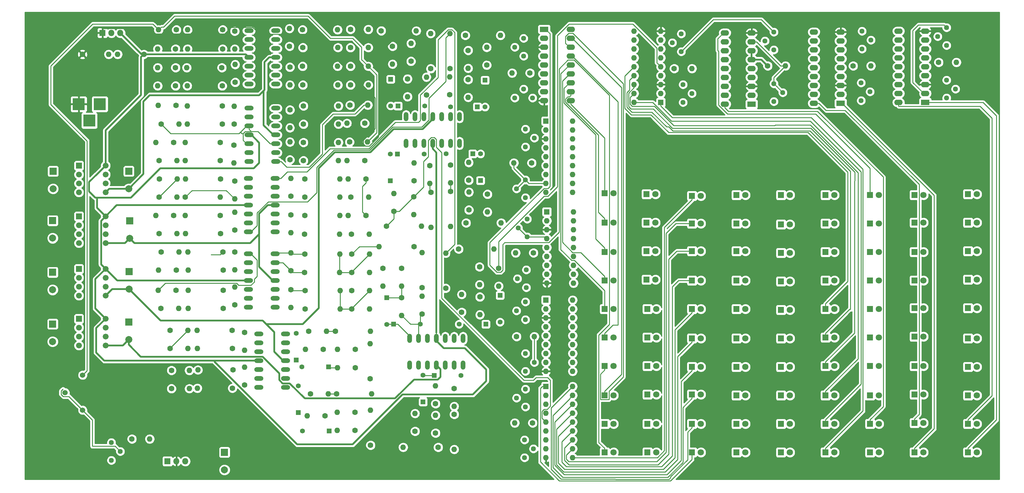
<source format=gbr>
G04 #@! TF.FileFunction,Copper,L4,Bot,Mixed*
%FSLAX46Y46*%
G04 Gerber Fmt 4.6, Leading zero omitted, Abs format (unit mm)*
G04 Created by KiCad (PCBNEW 4.0.7) date 05/30/18 17:14:45*
%MOMM*%
%LPD*%
G01*
G04 APERTURE LIST*
%ADD10C,0.100000*%
%ADD11R,1.600000X1.600000*%
%ADD12O,1.600000X1.600000*%
%ADD13C,1.600000*%
%ADD14R,2.000000X2.000000*%
%ADD15C,2.000000*%
%ADD16R,1.408000X1.408000*%
%ADD17C,1.408000*%
%ADD18R,1.800000X1.800000*%
%ADD19C,1.800000*%
%ADD20R,3.500000X3.500000*%
%ADD21C,1.524000*%
%ADD22C,1.440000*%
%ADD23O,2.641600X1.320800*%
%ADD24O,1.800000X1.800000*%
%ADD25R,1.676400X1.676400*%
%ADD26C,1.676400*%
%ADD27O,1.320800X2.641600*%
%ADD28R,2.400000X1.600000*%
%ADD29O,2.400000X1.600000*%
%ADD30C,0.250000*%
%ADD31C,0.500000*%
%ADD32C,0.254000*%
G04 APERTURE END LIST*
D10*
D11*
X245618000Y-72263000D03*
D12*
X237998000Y-51943000D03*
X245618000Y-69723000D03*
X237998000Y-54483000D03*
X245618000Y-67183000D03*
X237998000Y-57023000D03*
X245618000Y-64643000D03*
X237998000Y-59563000D03*
X245618000Y-62103000D03*
X237998000Y-62103000D03*
X245618000Y-59563000D03*
X237998000Y-64643000D03*
X245618000Y-57023000D03*
X237998000Y-67183000D03*
X245618000Y-54483000D03*
X237998000Y-69723000D03*
X245618000Y-51943000D03*
X237998000Y-72263000D03*
D13*
X169471112Y-103321620D03*
D12*
X169471112Y-98241620D03*
D13*
X120650000Y-51562000D03*
D12*
X110650000Y-51562000D03*
D13*
X120617000Y-57023000D03*
D12*
X110617000Y-57023000D03*
D13*
X120523000Y-67564000D03*
D12*
X110523000Y-67564000D03*
D13*
X120396000Y-62357000D03*
D12*
X110396000Y-62357000D03*
D13*
X80638000Y-58547000D03*
D12*
X88138000Y-58547000D03*
D13*
X98178000Y-58547000D03*
D12*
X90678000Y-58547000D03*
D14*
X72263000Y-91901000D03*
D15*
X72263000Y-96901000D03*
D14*
X72136000Y-105998000D03*
D15*
X72136000Y-110998000D03*
D14*
X72136000Y-120730000D03*
D15*
X72136000Y-125730000D03*
D14*
X72136000Y-135509000D03*
D15*
X72136000Y-140509000D03*
D14*
X93980000Y-120523000D03*
D15*
X93980000Y-125523000D03*
D14*
X94107000Y-106045000D03*
D15*
X94107000Y-111045000D03*
D14*
X93853000Y-134954000D03*
D15*
X93853000Y-139954000D03*
D14*
X93853000Y-91901000D03*
D15*
X93853000Y-96901000D03*
D13*
X143416000Y-61976000D03*
D12*
X153416000Y-61976000D03*
D13*
X143510000Y-67310000D03*
D12*
X153510000Y-67310000D03*
D13*
X143510000Y-56642000D03*
D12*
X153510000Y-56642000D03*
D13*
X143416000Y-51562000D03*
D12*
X153416000Y-51562000D03*
D13*
X120523000Y-78486000D03*
D12*
X110523000Y-78486000D03*
D13*
X120523000Y-73279000D03*
D12*
X110523000Y-73279000D03*
D13*
X119982000Y-83693000D03*
D12*
X109982000Y-83693000D03*
D13*
X119982000Y-88900000D03*
D12*
X109982000Y-88900000D03*
D13*
X143670000Y-83693000D03*
D12*
X153670000Y-83693000D03*
D13*
X143670000Y-88900000D03*
D12*
X153670000Y-88900000D03*
D13*
X143670000Y-78486000D03*
D12*
X153670000Y-78486000D03*
D13*
X143670000Y-73279000D03*
D12*
X153670000Y-73279000D03*
D13*
X109982000Y-99314000D03*
D12*
X119982000Y-99314000D03*
D13*
X120015000Y-94107000D03*
D12*
X110015000Y-94107000D03*
D13*
X119982000Y-104521000D03*
D12*
X109982000Y-104521000D03*
D13*
X120015000Y-109728000D03*
D12*
X110015000Y-109728000D03*
D13*
X144051000Y-104521000D03*
D12*
X154051000Y-104521000D03*
D13*
X144018000Y-109855000D03*
D12*
X154018000Y-109855000D03*
D13*
X144051000Y-99314000D03*
D12*
X154051000Y-99314000D03*
D13*
X144051000Y-94107000D03*
D12*
X154051000Y-94107000D03*
D13*
X120777000Y-120142000D03*
D12*
X110777000Y-120142000D03*
D13*
X120744000Y-114935000D03*
D12*
X110744000Y-114935000D03*
D13*
X120777000Y-125857000D03*
D12*
X110777000Y-125857000D03*
D13*
X120777000Y-131064000D03*
D12*
X110777000Y-131064000D03*
D13*
X144178000Y-125984000D03*
D12*
X154178000Y-125984000D03*
D13*
X144178000Y-131191000D03*
D12*
X154178000Y-131191000D03*
D13*
X144018000Y-120777000D03*
D12*
X154018000Y-120777000D03*
D13*
X144051000Y-115570000D03*
D12*
X154051000Y-115570000D03*
D13*
X123444000Y-142494000D03*
D12*
X113444000Y-142494000D03*
D13*
X123317000Y-137287000D03*
D12*
X113317000Y-137287000D03*
D13*
X123571000Y-148590000D03*
D12*
X113571000Y-148590000D03*
D13*
X123411000Y-153797000D03*
D12*
X113411000Y-153797000D03*
D13*
X153162000Y-155448000D03*
D12*
X163162000Y-155448000D03*
D13*
X152781000Y-137541000D03*
D12*
X162781000Y-137541000D03*
D13*
X180086000Y-97941620D03*
D12*
X180086000Y-107941620D03*
D13*
X185671112Y-97641620D03*
D12*
X185671112Y-107641620D03*
D13*
X162814000Y-170053000D03*
D12*
X162814000Y-160053000D03*
D13*
X162687000Y-151130000D03*
D12*
X162687000Y-141130000D03*
D13*
X167371112Y-107541620D03*
D12*
X177371112Y-107541620D03*
D13*
X190071112Y-106641620D03*
D12*
X200071112Y-106641620D03*
D13*
X185471112Y-62641620D03*
D12*
X185471112Y-52641620D03*
D13*
X179971112Y-62641620D03*
D12*
X179971112Y-52641620D03*
D13*
X184256910Y-125282688D03*
D12*
X184256910Y-115282688D03*
D13*
X189871112Y-53141620D03*
D12*
X199871112Y-53141620D03*
D13*
X165871112Y-51841620D03*
D12*
X175871112Y-51841620D03*
D13*
X187972910Y-114106688D03*
D12*
X197972910Y-114106688D03*
D13*
X177507993Y-125141433D03*
D12*
X177507993Y-115141433D03*
D13*
X186703993Y-161251433D03*
D12*
X186703993Y-171251433D03*
D13*
X175260000Y-113411000D03*
D12*
X165260000Y-113411000D03*
D13*
X182131993Y-170649433D03*
D12*
X172131993Y-170649433D03*
D14*
X121158000Y-172085000D03*
D15*
X121158000Y-177085000D03*
D16*
X142240000Y-160782000D03*
D17*
X142240000Y-153162000D03*
D16*
X141605000Y-145796000D03*
D17*
X141605000Y-138176000D03*
D16*
X170534112Y-86995620D03*
D17*
X178154112Y-86995620D03*
D16*
X191971112Y-86941620D03*
D17*
X184351112Y-86941620D03*
D16*
X151003000Y-165989000D03*
D17*
X143383000Y-165989000D03*
D16*
X150876000Y-147701000D03*
D17*
X143256000Y-147701000D03*
D16*
X168471112Y-94651620D03*
D17*
X168471112Y-87031620D03*
D16*
X194171112Y-94551620D03*
D17*
X194171112Y-86931620D03*
D16*
X193267112Y-73533620D03*
D17*
X185647112Y-73533620D03*
D16*
X170661112Y-73279620D03*
D17*
X178281112Y-73279620D03*
D16*
X195686910Y-135531396D03*
D17*
X188066910Y-135531396D03*
D16*
X195471112Y-65931620D03*
D17*
X195471112Y-73551620D03*
D16*
X168571112Y-65631620D03*
D17*
X168571112Y-73251620D03*
D16*
X199750910Y-127314688D03*
D17*
X199750910Y-134934688D03*
D16*
X169397993Y-135541433D03*
D17*
X177017993Y-135541433D03*
D16*
X180954910Y-150174688D03*
D17*
X188574910Y-150174688D03*
D16*
X167407993Y-127941433D03*
D17*
X167407993Y-135561433D03*
D16*
X177813993Y-157695433D03*
D17*
X177813993Y-150075433D03*
D18*
X229616000Y-172085000D03*
D19*
X232156000Y-172085000D03*
D18*
X267208000Y-172085000D03*
D19*
X269748000Y-172085000D03*
D18*
X229616000Y-163957000D03*
D19*
X232156000Y-163957000D03*
D18*
X267208000Y-163957000D03*
D19*
X269748000Y-163957000D03*
D18*
X229616000Y-155829000D03*
D19*
X232156000Y-155829000D03*
D18*
X267208000Y-155829000D03*
D19*
X269748000Y-155829000D03*
D18*
X229616000Y-147447000D03*
D19*
X232156000Y-147447000D03*
D18*
X267208000Y-147701000D03*
D19*
X269748000Y-147701000D03*
D18*
X229616000Y-139319000D03*
D19*
X232156000Y-139319000D03*
D18*
X267208000Y-139573000D03*
D19*
X269748000Y-139573000D03*
D18*
X229616000Y-131191000D03*
D19*
X232156000Y-131191000D03*
D18*
X267208000Y-131191000D03*
D19*
X269748000Y-131191000D03*
D18*
X229616000Y-123063000D03*
D19*
X232156000Y-123063000D03*
D18*
X267208000Y-123063000D03*
D19*
X269748000Y-123063000D03*
D18*
X229616000Y-114935000D03*
D19*
X232156000Y-114935000D03*
D18*
X267208000Y-114681000D03*
D19*
X269748000Y-114681000D03*
D18*
X229616000Y-106553000D03*
D19*
X232156000Y-106553000D03*
D18*
X267208000Y-106807000D03*
D19*
X269748000Y-106807000D03*
D18*
X229616000Y-98171000D03*
D19*
X232156000Y-98171000D03*
D18*
X267208000Y-98679000D03*
D19*
X269748000Y-98679000D03*
D18*
X241808000Y-172085000D03*
D19*
X244348000Y-172085000D03*
D18*
X279908000Y-172085000D03*
D19*
X282448000Y-172085000D03*
D18*
X241808000Y-163957000D03*
D19*
X244348000Y-163957000D03*
D18*
X279908000Y-163957000D03*
D19*
X282448000Y-163957000D03*
D18*
X241808000Y-155575000D03*
D19*
X244348000Y-155575000D03*
D18*
X279908000Y-155829000D03*
D19*
X282448000Y-155829000D03*
D18*
X241808000Y-147447000D03*
D19*
X244348000Y-147447000D03*
D18*
X279908000Y-147701000D03*
D19*
X282448000Y-147701000D03*
D18*
X241808000Y-139319000D03*
D19*
X244348000Y-139319000D03*
D18*
X279908000Y-139573000D03*
D19*
X282448000Y-139573000D03*
D18*
X241808000Y-131191000D03*
D19*
X244348000Y-131191000D03*
D18*
X279908000Y-131445000D03*
D19*
X282448000Y-131445000D03*
D18*
X241554000Y-122809000D03*
D19*
X244094000Y-122809000D03*
D18*
X279908000Y-123317000D03*
D19*
X282448000Y-123317000D03*
D18*
X241554000Y-114681000D03*
D19*
X244094000Y-114681000D03*
D18*
X279908000Y-115189000D03*
D19*
X282448000Y-115189000D03*
D18*
X241554000Y-106553000D03*
D19*
X244094000Y-106553000D03*
D18*
X279908000Y-107061000D03*
D19*
X282448000Y-107061000D03*
D18*
X241554000Y-98425000D03*
D19*
X244094000Y-98425000D03*
D18*
X279908000Y-98679000D03*
D19*
X282448000Y-98679000D03*
D18*
X254508000Y-172085000D03*
D19*
X257048000Y-172085000D03*
D18*
X292608000Y-172085000D03*
D19*
X295148000Y-172085000D03*
D18*
X254508000Y-163957000D03*
D19*
X257048000Y-163957000D03*
D18*
X292608000Y-163957000D03*
D19*
X295148000Y-163957000D03*
D18*
X254508000Y-155575000D03*
D19*
X257048000Y-155575000D03*
D18*
X292608000Y-155829000D03*
D19*
X295148000Y-155829000D03*
D18*
X254508000Y-147701000D03*
D19*
X257048000Y-147701000D03*
D18*
X292608000Y-147447000D03*
D19*
X295148000Y-147447000D03*
D18*
X254508000Y-139573000D03*
D19*
X257048000Y-139573000D03*
D18*
X292608000Y-139319000D03*
D19*
X295148000Y-139319000D03*
D18*
X254508000Y-131191000D03*
D19*
X257048000Y-131191000D03*
D18*
X292608000Y-131191000D03*
D19*
X295148000Y-131191000D03*
D18*
X254508000Y-123063000D03*
D19*
X257048000Y-123063000D03*
D18*
X292608000Y-123063000D03*
D19*
X295148000Y-123063000D03*
D18*
X254508000Y-114681000D03*
D19*
X257048000Y-114681000D03*
D18*
X292608000Y-114935000D03*
D19*
X295148000Y-114935000D03*
D18*
X254508000Y-106807000D03*
D19*
X257048000Y-106807000D03*
D18*
X292608000Y-106807000D03*
D19*
X295148000Y-106807000D03*
D18*
X254508000Y-98933000D03*
D19*
X257048000Y-98933000D03*
D18*
X292608000Y-98679000D03*
D19*
X295148000Y-98679000D03*
D18*
X318008000Y-172085000D03*
D19*
X320548000Y-172085000D03*
D18*
X318008000Y-163703000D03*
D19*
X320548000Y-163703000D03*
D18*
X318008000Y-155575000D03*
D19*
X320548000Y-155575000D03*
D18*
X318008000Y-147447000D03*
D19*
X320548000Y-147447000D03*
D18*
X318008000Y-139065000D03*
D19*
X320548000Y-139065000D03*
D18*
X318008000Y-130937000D03*
D19*
X320548000Y-130937000D03*
D18*
X318008000Y-123063000D03*
D19*
X320548000Y-123063000D03*
D18*
X318008000Y-114935000D03*
D19*
X320548000Y-114935000D03*
D18*
X318008000Y-106553000D03*
D19*
X320548000Y-106553000D03*
D18*
X318008000Y-98679000D03*
D19*
X320548000Y-98679000D03*
D18*
X305308000Y-172085000D03*
D19*
X307848000Y-172085000D03*
D18*
X305308000Y-163957000D03*
D19*
X307848000Y-163957000D03*
D18*
X305308000Y-155829000D03*
D19*
X307848000Y-155829000D03*
D18*
X305308000Y-147447000D03*
D19*
X307848000Y-147447000D03*
D18*
X305308000Y-139319000D03*
D19*
X307848000Y-139319000D03*
D18*
X305308000Y-131191000D03*
D19*
X307848000Y-131191000D03*
D18*
X305308000Y-123063000D03*
D19*
X307848000Y-123063000D03*
D18*
X305308000Y-114935000D03*
D19*
X307848000Y-114935000D03*
D18*
X305308000Y-106807000D03*
D19*
X307848000Y-106807000D03*
D18*
X305308000Y-98679000D03*
D19*
X307848000Y-98679000D03*
D18*
X333248000Y-172085000D03*
D19*
X335788000Y-172085000D03*
D18*
X333248000Y-163957000D03*
D19*
X335788000Y-163957000D03*
D18*
X333248000Y-155829000D03*
D19*
X335788000Y-155829000D03*
D18*
X333248000Y-147701000D03*
D19*
X335788000Y-147701000D03*
D18*
X333248000Y-139573000D03*
D19*
X335788000Y-139573000D03*
D18*
X333248000Y-130937000D03*
D19*
X335788000Y-130937000D03*
D18*
X333248000Y-122809000D03*
D19*
X335788000Y-122809000D03*
D18*
X333248000Y-114681000D03*
D19*
X335788000Y-114681000D03*
D18*
X333248000Y-106553000D03*
D19*
X335788000Y-106553000D03*
D18*
X333248000Y-98425000D03*
D19*
X335788000Y-98425000D03*
D20*
X85598000Y-72771000D03*
X79598000Y-72771000D03*
X82598000Y-77471000D03*
D21*
X75692000Y-155067000D03*
X80692000Y-150067000D03*
X80692000Y-160067000D03*
D13*
X107442000Y-51562000D03*
D12*
X102362000Y-51562000D03*
D13*
X107188000Y-57023000D03*
D12*
X102108000Y-57023000D03*
D13*
X124079000Y-51943000D03*
D12*
X124079000Y-57023000D03*
D13*
X107188000Y-67564000D03*
D12*
X102108000Y-67564000D03*
D13*
X107188000Y-62357000D03*
D12*
X102108000Y-62357000D03*
D13*
X124206000Y-66548000D03*
D12*
X124206000Y-61468000D03*
D13*
X157099000Y-61970920D03*
D12*
X162179000Y-61970920D03*
D13*
X157099000Y-67310000D03*
D12*
X162179000Y-67310000D03*
D13*
X139827000Y-62230000D03*
D12*
X139827000Y-67310000D03*
D13*
X157099000Y-51435000D03*
D12*
X162179000Y-51435000D03*
D13*
X157099000Y-56642000D03*
D12*
X162179000Y-56642000D03*
D13*
X139700000Y-56261000D03*
D12*
X139700000Y-51181000D03*
D13*
X107315000Y-73152000D03*
D12*
X102235000Y-73152000D03*
D13*
X103124000Y-78486000D03*
D12*
X108204000Y-78486000D03*
D13*
X123952000Y-78486000D03*
D12*
X123952000Y-73406000D03*
D13*
X106680000Y-83693000D03*
D12*
X101600000Y-83693000D03*
D13*
X102489000Y-88900000D03*
D12*
X107569000Y-88900000D03*
D13*
X123825000Y-84455000D03*
D12*
X123825000Y-89535000D03*
D13*
X156845000Y-83566000D03*
D12*
X161925000Y-83566000D03*
D13*
X161163000Y-88900000D03*
D12*
X156083000Y-88900000D03*
D13*
X139827000Y-88646000D03*
D12*
X139827000Y-83566000D03*
D13*
X156972000Y-73025000D03*
D12*
X162052000Y-73025000D03*
D13*
X161163000Y-78232000D03*
D12*
X156083000Y-78232000D03*
D13*
X139827000Y-74422000D03*
D12*
X139827000Y-79502000D03*
D13*
X102489000Y-99314000D03*
D12*
X107569000Y-99314000D03*
D13*
X102616000Y-94107000D03*
D12*
X107696000Y-94107000D03*
D13*
X124079000Y-94742000D03*
D12*
X124079000Y-99822000D03*
D13*
X106680000Y-104521000D03*
D12*
X101600000Y-104521000D03*
D13*
X102489000Y-109728000D03*
D12*
X107569000Y-109728000D03*
D13*
X124079000Y-108712000D03*
D12*
X124079000Y-103632000D03*
D13*
X157353000Y-109855000D03*
D12*
X162433000Y-109855000D03*
D13*
X161544000Y-104521000D03*
D12*
X156464000Y-104521000D03*
D13*
X140081000Y-104394000D03*
D12*
X140081000Y-109474000D03*
D13*
X157226000Y-99314000D03*
D12*
X162306000Y-99314000D03*
D13*
X161544000Y-94107000D03*
D12*
X156464000Y-94107000D03*
D13*
X140081000Y-99060000D03*
D12*
X140081000Y-93980000D03*
D13*
X107442000Y-120142000D03*
D12*
X102362000Y-120142000D03*
D13*
X103124000Y-114935000D03*
D12*
X108204000Y-114935000D03*
D13*
X124079000Y-114935000D03*
D12*
X124079000Y-120015000D03*
D13*
X107315000Y-125857000D03*
D12*
X102235000Y-125857000D03*
D13*
X102997000Y-131064000D03*
D12*
X108077000Y-131064000D03*
D13*
X124079000Y-130048000D03*
D12*
X124079000Y-124968000D03*
D13*
X157480000Y-131191000D03*
D12*
X162560000Y-131191000D03*
D13*
X157480000Y-125984000D03*
D12*
X162560000Y-125984000D03*
D13*
X140081000Y-125730000D03*
D12*
X140081000Y-130810000D03*
D13*
X157480000Y-120777000D03*
D12*
X162560000Y-120777000D03*
D13*
X157480000Y-115570000D03*
D12*
X162560000Y-115570000D03*
D13*
X140081000Y-120269000D03*
D12*
X140081000Y-115189000D03*
D13*
X105664000Y-142494000D03*
D12*
X110744000Y-142494000D03*
D13*
X105664000Y-137287000D03*
D12*
X110744000Y-137287000D03*
D13*
X106045000Y-153924000D03*
D12*
X111125000Y-153924000D03*
D13*
X106045000Y-148717000D03*
D12*
X111125000Y-148717000D03*
D13*
X126873000Y-152908000D03*
D12*
X126873000Y-147828000D03*
D13*
X145669000Y-155448000D03*
D12*
X150749000Y-155448000D03*
D13*
X145161000Y-137541000D03*
D12*
X150241000Y-137541000D03*
D13*
X179705000Y-90297000D03*
D12*
X179705000Y-95377000D03*
D13*
X185671112Y-90161620D03*
D12*
X185671112Y-95241620D03*
D13*
X149860000Y-161671000D03*
D12*
X144780000Y-161671000D03*
D13*
X149352000Y-142748000D03*
D12*
X144272000Y-142748000D03*
D13*
X175233112Y-94615620D03*
D12*
X175233112Y-89535620D03*
D13*
X190854112Y-94488620D03*
D12*
X190854112Y-89408620D03*
D13*
X158369000Y-165862000D03*
D12*
X153289000Y-165862000D03*
D13*
X158496000Y-147955000D03*
D12*
X153416000Y-147955000D03*
D13*
X190871112Y-102941620D03*
D12*
X190871112Y-97861620D03*
D13*
X158369000Y-160655000D03*
D12*
X153289000Y-160655000D03*
D13*
X158496000Y-142748000D03*
D12*
X153416000Y-142748000D03*
D13*
X175171112Y-99161620D03*
D12*
X175171112Y-104241620D03*
D13*
X196171112Y-98461620D03*
D12*
X196171112Y-103541620D03*
D13*
X185393112Y-70104620D03*
D12*
X185393112Y-65024620D03*
D13*
X178771112Y-70121620D03*
D12*
X178771112Y-65041620D03*
D13*
X188803993Y-132121433D03*
D12*
X188803993Y-127041433D03*
D13*
X190671112Y-65761620D03*
D12*
X190671112Y-70841620D03*
D13*
X173371112Y-65561620D03*
D12*
X173371112Y-70641620D03*
D13*
X194003993Y-127761433D03*
D12*
X194003993Y-132841433D03*
D13*
X190671112Y-57441620D03*
D12*
X190671112Y-62521620D03*
D13*
X169071112Y-56261620D03*
D12*
X169071112Y-61341620D03*
D13*
X193908910Y-119186688D03*
D12*
X193908910Y-124266688D03*
D13*
X195971112Y-61641620D03*
D12*
X195971112Y-56561620D03*
D13*
X174371112Y-60521620D03*
D12*
X174371112Y-55441620D03*
D13*
X199403993Y-119595433D03*
D12*
X199403993Y-124675433D03*
D13*
X177507993Y-132621433D03*
D12*
X177507993Y-127541433D03*
D13*
X186703993Y-153885433D03*
D12*
X186703993Y-158965433D03*
D13*
X171717993Y-127977433D03*
D12*
X171717993Y-133057433D03*
D13*
X181369993Y-158203433D03*
D12*
X181369993Y-153123433D03*
D13*
X171717993Y-119595433D03*
D12*
X171717993Y-124675433D03*
D13*
X181369993Y-166585433D03*
D12*
X181369993Y-161505433D03*
D13*
X166383993Y-119595433D03*
D12*
X166383993Y-124675433D03*
D13*
X175527993Y-166077433D03*
D12*
X175527993Y-160997433D03*
D13*
X208280000Y-63881000D03*
D12*
X203200000Y-63881000D03*
D13*
X208788000Y-89535000D03*
D12*
X203708000Y-89535000D03*
D13*
X209296000Y-115189000D03*
D12*
X204216000Y-115189000D03*
D13*
X204470000Y-139065000D03*
D12*
X209550000Y-139065000D03*
D13*
X209042000Y-163703000D03*
D12*
X203962000Y-163703000D03*
D13*
X249428000Y-62611000D03*
D12*
X254508000Y-62611000D03*
D13*
X300482000Y-61849000D03*
D12*
X305562000Y-61849000D03*
D13*
X276098000Y-61849000D03*
D12*
X281178000Y-61849000D03*
D13*
X324866000Y-60833000D03*
D12*
X329946000Y-60833000D03*
D22*
X207010000Y-79883000D03*
X209550000Y-82423000D03*
X207010000Y-84963000D03*
X206502000Y-59055000D03*
X203962000Y-56515000D03*
X206502000Y-53975000D03*
X203962000Y-70993000D03*
X206502000Y-68453000D03*
X209042000Y-70993000D03*
X207010000Y-99441000D03*
X204470000Y-96901000D03*
X207010000Y-94361000D03*
X207518000Y-110617000D03*
X204978000Y-108077000D03*
X207518000Y-105537000D03*
X207264000Y-125095000D03*
X204724000Y-122555000D03*
X207264000Y-120015000D03*
X207010000Y-143891000D03*
X209550000Y-146431000D03*
X207010000Y-148971000D03*
X251968000Y-67183000D03*
X254508000Y-69723000D03*
X251968000Y-72263000D03*
X207010000Y-159131000D03*
X204470000Y-156591000D03*
X207010000Y-154051000D03*
X206756000Y-168529000D03*
X209296000Y-171069000D03*
X206756000Y-173609000D03*
X251460000Y-57785000D03*
X248920000Y-55245000D03*
X251460000Y-52705000D03*
X88900000Y-169291000D03*
X91440000Y-171831000D03*
X88900000Y-174371000D03*
X303022000Y-51943000D03*
X305562000Y-54483000D03*
X303022000Y-57023000D03*
X277876000Y-66929000D03*
X280416000Y-69469000D03*
X277876000Y-72009000D03*
X327152000Y-56007000D03*
X324612000Y-53467000D03*
X327152000Y-50927000D03*
X207010000Y-134239000D03*
X204470000Y-131699000D03*
X207010000Y-129159000D03*
X302768000Y-66675000D03*
X305308000Y-69215000D03*
X302768000Y-71755000D03*
X277876000Y-57277000D03*
X275336000Y-54737000D03*
X277876000Y-52197000D03*
X327152000Y-65913000D03*
X329692000Y-68453000D03*
X327152000Y-70993000D03*
D23*
X128143000Y-51816000D03*
X128143000Y-54356000D03*
X128143000Y-67056000D03*
X135763000Y-67056000D03*
X128143000Y-56896000D03*
X128143000Y-59436000D03*
X128143000Y-64516000D03*
X128143000Y-61976000D03*
X135763000Y-64516000D03*
X135763000Y-61976000D03*
X135763000Y-59436000D03*
X135763000Y-56896000D03*
X135763000Y-54356000D03*
X135763000Y-51816000D03*
D18*
X86360000Y-52451000D03*
D24*
X88900000Y-52451000D03*
X91440000Y-52451000D03*
D25*
X79629000Y-90297000D03*
D26*
X79629000Y-92837000D03*
X79629000Y-95377000D03*
X79629000Y-97917000D03*
X87249000Y-97917000D03*
X87249000Y-95377000D03*
X87249000Y-92837000D03*
X87249000Y-90297000D03*
D25*
X79629000Y-104775000D03*
D26*
X79629000Y-107315000D03*
X79629000Y-109855000D03*
X79629000Y-112395000D03*
X87249000Y-112395000D03*
X87249000Y-109855000D03*
X87249000Y-107315000D03*
X87249000Y-104775000D03*
D25*
X79629000Y-119761000D03*
D26*
X79629000Y-122301000D03*
X79629000Y-124841000D03*
X79629000Y-127381000D03*
X87249000Y-127381000D03*
X87249000Y-124841000D03*
X87249000Y-122301000D03*
X87249000Y-119761000D03*
D25*
X79629000Y-133985000D03*
D26*
X79629000Y-136525000D03*
X79629000Y-139065000D03*
X79629000Y-141605000D03*
X87249000Y-141605000D03*
X87249000Y-139065000D03*
X87249000Y-136525000D03*
X87249000Y-133985000D03*
D23*
X128143000Y-73914000D03*
X128143000Y-76454000D03*
X128143000Y-89154000D03*
X135763000Y-89154000D03*
X128143000Y-78994000D03*
X128143000Y-81534000D03*
X128143000Y-86614000D03*
X128143000Y-84074000D03*
X135763000Y-86614000D03*
X135763000Y-84074000D03*
X135763000Y-81534000D03*
X135763000Y-78994000D03*
X135763000Y-76454000D03*
X135763000Y-73914000D03*
X128016000Y-93980000D03*
X128016000Y-96520000D03*
X128016000Y-109220000D03*
X135636000Y-109220000D03*
X128016000Y-99060000D03*
X128016000Y-101600000D03*
X128016000Y-106680000D03*
X128016000Y-104140000D03*
X135636000Y-106680000D03*
X135636000Y-104140000D03*
X135636000Y-101600000D03*
X135636000Y-99060000D03*
X135636000Y-96520000D03*
X135636000Y-93980000D03*
X128016000Y-115443000D03*
X128016000Y-117983000D03*
X128016000Y-130683000D03*
X135636000Y-130683000D03*
X128016000Y-120523000D03*
X128016000Y-123063000D03*
X128016000Y-128143000D03*
X128016000Y-125603000D03*
X135636000Y-128143000D03*
X135636000Y-125603000D03*
X135636000Y-123063000D03*
X135636000Y-120523000D03*
X135636000Y-117983000D03*
X135636000Y-115443000D03*
X130937000Y-138303000D03*
X130937000Y-140843000D03*
X130937000Y-153543000D03*
X138557000Y-153543000D03*
X130937000Y-143383000D03*
X130937000Y-145923000D03*
X130937000Y-151003000D03*
X130937000Y-148463000D03*
X138557000Y-151003000D03*
X138557000Y-148463000D03*
X138557000Y-145923000D03*
X138557000Y-143383000D03*
X138557000Y-140843000D03*
X138557000Y-138303000D03*
D27*
X172947112Y-83947620D03*
X175487112Y-83947620D03*
X188187112Y-83947620D03*
X188187112Y-76327620D03*
X178027112Y-83947620D03*
X180567112Y-83947620D03*
X185647112Y-83947620D03*
X183107112Y-83947620D03*
X185647112Y-76327620D03*
X183107112Y-76327620D03*
X180567112Y-76327620D03*
X178027112Y-76327620D03*
X175487112Y-76327620D03*
X172947112Y-76327620D03*
X189230000Y-139573000D03*
X186690000Y-139573000D03*
X173990000Y-139573000D03*
X173990000Y-147193000D03*
X184150000Y-139573000D03*
X181610000Y-139573000D03*
X176530000Y-139573000D03*
X179070000Y-139573000D03*
X176530000Y-147193000D03*
X179070000Y-147193000D03*
X181610000Y-147193000D03*
X184150000Y-147193000D03*
X186690000Y-147193000D03*
X189230000Y-147193000D03*
D28*
X212344000Y-51435000D03*
D29*
X219964000Y-71755000D03*
X212344000Y-53975000D03*
X219964000Y-69215000D03*
X212344000Y-56515000D03*
X219964000Y-66675000D03*
X212344000Y-59055000D03*
X219964000Y-64135000D03*
X212344000Y-61595000D03*
X219964000Y-61595000D03*
X212344000Y-64135000D03*
X219964000Y-59055000D03*
X212344000Y-66675000D03*
X219964000Y-56515000D03*
X212344000Y-69215000D03*
X219964000Y-53975000D03*
X212344000Y-71755000D03*
X219964000Y-51435000D03*
D11*
X212852000Y-77597000D03*
D12*
X220472000Y-97917000D03*
X212852000Y-80137000D03*
X220472000Y-95377000D03*
X212852000Y-82677000D03*
X220472000Y-92837000D03*
X212852000Y-85217000D03*
X220472000Y-90297000D03*
X212852000Y-87757000D03*
X220472000Y-87757000D03*
X212852000Y-90297000D03*
X220472000Y-85217000D03*
X212852000Y-92837000D03*
X220472000Y-82677000D03*
X212852000Y-95377000D03*
X220472000Y-80137000D03*
X212852000Y-97917000D03*
X220472000Y-77597000D03*
D11*
X213106000Y-103505000D03*
D12*
X220726000Y-123825000D03*
X213106000Y-106045000D03*
X220726000Y-121285000D03*
X213106000Y-108585000D03*
X220726000Y-118745000D03*
X213106000Y-111125000D03*
X220726000Y-116205000D03*
X213106000Y-113665000D03*
X220726000Y-113665000D03*
X213106000Y-116205000D03*
X220726000Y-111125000D03*
X213106000Y-118745000D03*
X220726000Y-108585000D03*
X213106000Y-121285000D03*
X220726000Y-106045000D03*
X213106000Y-123825000D03*
X220726000Y-103505000D03*
D11*
X212852000Y-128651000D03*
D12*
X220472000Y-148971000D03*
X212852000Y-131191000D03*
X220472000Y-146431000D03*
X212852000Y-133731000D03*
X220472000Y-143891000D03*
X212852000Y-136271000D03*
X220472000Y-141351000D03*
X212852000Y-138811000D03*
X220472000Y-138811000D03*
X212852000Y-141351000D03*
X220472000Y-136271000D03*
X212852000Y-143891000D03*
X220472000Y-133731000D03*
X212852000Y-146431000D03*
X220472000Y-131191000D03*
X212852000Y-148971000D03*
X220472000Y-128651000D03*
D11*
X212852000Y-153289000D03*
D12*
X220472000Y-173609000D03*
X212852000Y-155829000D03*
X220472000Y-171069000D03*
X212852000Y-158369000D03*
X220472000Y-168529000D03*
X212852000Y-160909000D03*
X220472000Y-165989000D03*
X212852000Y-163449000D03*
X220472000Y-163449000D03*
X212852000Y-165989000D03*
X220472000Y-160909000D03*
X212852000Y-168529000D03*
X220472000Y-158369000D03*
X212852000Y-171069000D03*
X220472000Y-155829000D03*
X212852000Y-173609000D03*
X220472000Y-153289000D03*
D18*
X104902000Y-174625000D03*
D24*
X107442000Y-174625000D03*
X109982000Y-174625000D03*
D28*
X296926000Y-72517000D03*
D29*
X289306000Y-52197000D03*
X296926000Y-69977000D03*
X289306000Y-54737000D03*
X296926000Y-67437000D03*
X289306000Y-57277000D03*
X296926000Y-64897000D03*
X289306000Y-59817000D03*
X296926000Y-62357000D03*
X289306000Y-62357000D03*
X296926000Y-59817000D03*
X289306000Y-64897000D03*
X296926000Y-57277000D03*
X289306000Y-67437000D03*
X296926000Y-54737000D03*
X289306000Y-69977000D03*
X296926000Y-52197000D03*
X289306000Y-72517000D03*
D28*
X271526000Y-72771000D03*
D29*
X263906000Y-52451000D03*
X271526000Y-70231000D03*
X263906000Y-54991000D03*
X271526000Y-67691000D03*
X263906000Y-57531000D03*
X271526000Y-65151000D03*
X263906000Y-60071000D03*
X271526000Y-62611000D03*
X263906000Y-62611000D03*
X271526000Y-60071000D03*
X263906000Y-65151000D03*
X271526000Y-57531000D03*
X263906000Y-67691000D03*
X271526000Y-54991000D03*
X263906000Y-70231000D03*
X271526000Y-52451000D03*
X263906000Y-72771000D03*
D28*
X321056000Y-72263000D03*
D29*
X313436000Y-51943000D03*
X321056000Y-69723000D03*
X313436000Y-54483000D03*
X321056000Y-67183000D03*
X313436000Y-57023000D03*
X321056000Y-64643000D03*
X313436000Y-59563000D03*
X321056000Y-62103000D03*
X313436000Y-62103000D03*
X321056000Y-59563000D03*
X313436000Y-64643000D03*
X321056000Y-57023000D03*
X313436000Y-67183000D03*
X321056000Y-54483000D03*
X313436000Y-69723000D03*
X321056000Y-51943000D03*
X313436000Y-72263000D03*
D13*
X126873000Y-137922000D03*
D12*
X126873000Y-143002000D03*
D13*
X94742000Y-168275000D03*
D12*
X99822000Y-168275000D03*
D30*
X160799999Y-83025999D02*
X164141990Y-79684008D01*
X160799999Y-84106001D02*
X160799999Y-83025999D01*
X212344000Y-56515000D02*
X210894000Y-56515000D01*
X86435001Y-51225999D02*
X86360000Y-51301000D01*
X201553990Y-47174990D02*
X176389930Y-47174990D01*
X210894000Y-56515000D02*
X201553990Y-47174990D01*
X145906412Y-52801410D02*
X131182390Y-52801410D01*
X165042009Y-82113993D02*
X162465001Y-84691001D01*
X123059003Y-50817999D02*
X121190001Y-52687001D01*
X176389930Y-47174990D02*
X165042009Y-58522911D01*
X165042009Y-58522911D02*
X165042009Y-82113993D01*
X162465001Y-84691001D02*
X161384999Y-84691001D01*
X161384999Y-84691001D02*
X160799999Y-84106001D01*
X129198979Y-50817999D02*
X123059003Y-50817999D01*
X95232001Y-52687001D02*
X93770999Y-51225999D01*
X164141990Y-79684008D02*
X164141990Y-71036988D01*
X131182390Y-52801410D02*
X129198979Y-50817999D01*
X164141990Y-71036988D02*
X145906412Y-52801410D01*
X121190001Y-52687001D02*
X95232001Y-52687001D01*
X93770999Y-51225999D02*
X86435001Y-51225999D01*
X86360000Y-51301000D02*
X86360000Y-52451000D01*
X127482600Y-78994000D02*
X125730000Y-80746600D01*
X125730000Y-80746600D02*
X125323600Y-81153000D01*
X126497190Y-81125830D02*
X126109230Y-81125830D01*
X126109230Y-81125830D02*
X125730000Y-80746600D01*
X128143000Y-84074000D02*
X127482600Y-84074000D01*
X127482600Y-84074000D02*
X126497190Y-83088590D01*
X126497190Y-83088590D02*
X126497190Y-81125830D01*
X126497190Y-81125830D02*
X127074430Y-80548590D01*
X127074430Y-80548590D02*
X129667000Y-80548590D01*
X80692000Y-160067000D02*
X76779001Y-156154001D01*
X76779001Y-156154001D02*
X75170239Y-156154001D01*
X75170239Y-156154001D02*
X74604999Y-155588761D01*
X74604999Y-155588761D02*
X74604999Y-154545239D01*
X74604999Y-154545239D02*
X75099238Y-154051000D01*
X83468001Y-170336001D02*
X83468001Y-162843001D01*
X83468001Y-162843001D02*
X80692000Y-160067000D01*
X91440000Y-171831000D02*
X89945001Y-170336001D01*
X89945001Y-170336001D02*
X83468001Y-170336001D01*
X125323600Y-81153000D02*
X105791000Y-81153000D01*
X105791000Y-81153000D02*
X103124000Y-78486000D01*
X128143000Y-78994000D02*
X127482600Y-78994000D01*
X130666790Y-80548590D02*
X129667000Y-80548590D01*
X129667000Y-80548590D02*
X128787190Y-80548590D01*
X128787190Y-80548590D02*
X128143000Y-79904400D01*
X128143000Y-79904400D02*
X128143000Y-78994000D01*
X160528000Y-96254370D02*
X160528000Y-103505000D01*
X160528000Y-103505000D02*
X161544000Y-104521000D01*
X161544000Y-94107000D02*
X161544000Y-95238370D01*
X161544000Y-95238370D02*
X160528000Y-96254370D01*
X317500000Y-51816000D02*
X317500000Y-66567000D01*
X317500000Y-66567000D02*
X320656000Y-69723000D01*
X320656000Y-69723000D02*
X321056000Y-69723000D01*
X319108999Y-50207001D02*
X317500000Y-51816000D01*
X327152000Y-50927000D02*
X326432001Y-50207001D01*
X326432001Y-50207001D02*
X319108999Y-50207001D01*
X135763000Y-84074000D02*
X134192200Y-84074000D01*
X134192200Y-84074000D02*
X130666790Y-80548590D01*
X274320000Y-48641000D02*
X260604000Y-48641000D01*
X260604000Y-48641000D02*
X251460000Y-57785000D01*
X277876000Y-52197000D02*
X274320000Y-48641000D01*
X165260000Y-113411000D02*
X159639000Y-113411000D01*
X159639000Y-113411000D02*
X157480000Y-115570000D01*
D31*
X180567112Y-83947620D02*
X180567112Y-85518420D01*
X180567112Y-85518420D02*
X181610000Y-86561308D01*
X181610000Y-86561308D02*
X181610000Y-138002200D01*
D30*
X181610000Y-138002200D02*
X181610000Y-139573000D01*
D31*
X189738000Y-142367000D02*
X183743600Y-142367000D01*
X183743600Y-142367000D02*
X181610000Y-140233400D01*
X181610000Y-140233400D02*
X181610000Y-139573000D01*
X195834000Y-148463000D02*
X189738000Y-142367000D01*
X195834000Y-151765000D02*
X195834000Y-148463000D01*
X192024000Y-155575000D02*
X195834000Y-151765000D01*
X171958000Y-155575000D02*
X192024000Y-155575000D01*
X157734000Y-169799000D02*
X171958000Y-155575000D01*
X141913998Y-169799000D02*
X157734000Y-169799000D01*
X118364000Y-145923000D02*
X86868000Y-145923000D01*
X130937000Y-145923000D02*
X118364000Y-145923000D01*
X118364000Y-145923000D02*
X118364000Y-146249002D01*
X118364000Y-146249002D02*
X141913998Y-169799000D01*
X86868000Y-145923000D02*
X84582000Y-143637000D01*
X84582000Y-143637000D02*
X84582000Y-136652000D01*
X84582000Y-136652000D02*
X87249000Y-133985000D01*
X84328000Y-122682000D02*
X84328000Y-131064000D01*
X84328000Y-131064000D02*
X87249000Y-133985000D01*
X87249000Y-119761000D02*
X84328000Y-122682000D01*
X87249000Y-104775000D02*
X85960799Y-106063201D01*
X85960799Y-106063201D02*
X85960799Y-118472799D01*
X85960799Y-118472799D02*
X86410801Y-118922801D01*
X86410801Y-118922801D02*
X87249000Y-119761000D01*
X84836000Y-99441000D02*
X84328000Y-99441000D01*
X94488000Y-99441000D02*
X84836000Y-99441000D01*
X84836000Y-99441000D02*
X84836000Y-102362000D01*
X84836000Y-102362000D02*
X87249000Y-104775000D01*
X128016000Y-123063000D02*
X90551000Y-123063000D01*
X90551000Y-123063000D02*
X87249000Y-119761000D01*
X100838000Y-93091000D02*
X94488000Y-99441000D01*
X84328000Y-99441000D02*
X82550000Y-97663000D01*
X82550000Y-97663000D02*
X82550000Y-94996000D01*
X82550000Y-94996000D02*
X84963000Y-92583000D01*
X84963000Y-92583000D02*
X87249000Y-90297000D01*
X128016000Y-101600000D02*
X90424000Y-101600000D01*
X90424000Y-101600000D02*
X87249000Y-104775000D01*
X102870000Y-91059000D02*
X129540000Y-91059000D01*
X100838000Y-93091000D02*
X101092000Y-92837000D01*
X102870000Y-91059000D02*
X100838000Y-93091000D01*
X131064000Y-89535000D02*
X131064000Y-83794600D01*
X131064000Y-83794600D02*
X128803400Y-81534000D01*
X128803400Y-81534000D02*
X128143000Y-81534000D01*
X129540000Y-91059000D02*
X131064000Y-89535000D01*
X101346000Y-92583000D02*
X102870000Y-91059000D01*
X97378001Y-70134999D02*
X87249000Y-80264000D01*
X87249000Y-80264000D02*
X87249000Y-90297000D01*
X98178000Y-58547000D02*
X97378001Y-59346999D01*
X97378001Y-59346999D02*
X97378001Y-70134999D01*
X98178000Y-58547000D02*
X127254000Y-58547000D01*
X127254000Y-58547000D02*
X128143000Y-59436000D01*
X91440000Y-52451000D02*
X97536000Y-58547000D01*
X97536000Y-58547000D02*
X98178000Y-58547000D01*
X132080000Y-134493000D02*
X133096000Y-135509000D01*
X133096000Y-135509000D02*
X135382000Y-137795000D01*
X180567112Y-76327620D02*
X180567112Y-76988020D01*
X180567112Y-76988020D02*
X177672132Y-79883000D01*
X177672132Y-79883000D02*
X169418000Y-79883000D01*
X152654000Y-86487000D02*
X148082000Y-91059000D01*
X169418000Y-79883000D02*
X162814000Y-86487000D01*
X162814000Y-86487000D02*
X152654000Y-86487000D01*
X148082000Y-91059000D02*
X148082000Y-130937000D01*
X143510000Y-135509000D02*
X133096000Y-135509000D01*
X148082000Y-130937000D02*
X143510000Y-135509000D01*
X180567112Y-76327620D02*
X180567112Y-76636864D01*
X180567112Y-76636864D02*
X180086000Y-77117976D01*
X138557000Y-145923000D02*
X138557000Y-146232244D01*
X93980000Y-125523000D02*
X102950000Y-134493000D01*
X135382000Y-137795000D02*
X135382000Y-143408400D01*
X102950000Y-134493000D02*
X132080000Y-134493000D01*
X135382000Y-143408400D02*
X137896600Y-145923000D01*
X137896600Y-145923000D02*
X138557000Y-145923000D01*
X93980000Y-125523000D02*
X89107000Y-125523000D01*
X89107000Y-125523000D02*
X87249000Y-127381000D01*
X135636000Y-123063000D02*
X134975600Y-123063000D01*
X134975600Y-123063000D02*
X131064000Y-119151400D01*
X131064000Y-119151400D02*
X131064000Y-109855000D01*
X87249000Y-112395000D02*
X92757000Y-112395000D01*
X92757000Y-112395000D02*
X94107000Y-111045000D01*
X128524000Y-112395000D02*
X95457000Y-112395000D01*
X95457000Y-112395000D02*
X94107000Y-111045000D01*
X131064000Y-109855000D02*
X128524000Y-112395000D01*
X131064000Y-104013000D02*
X131064000Y-109855000D01*
X133477000Y-101600000D02*
X131064000Y-104013000D01*
X135636000Y-101600000D02*
X133477000Y-101600000D01*
X93853000Y-139954000D02*
X93853000Y-141368213D01*
X169845037Y-156698001D02*
X175214349Y-151328689D01*
X93853000Y-141368213D02*
X97297377Y-144812590D01*
X97297377Y-144812590D02*
X132057346Y-144812590D01*
X144068079Y-156698001D02*
X169845037Y-156698001D01*
X132057346Y-144812590D02*
X136786190Y-149541434D01*
X139802668Y-152432590D02*
X144068079Y-156698001D01*
X136786190Y-149541434D02*
X136786190Y-151462946D01*
X182018911Y-151328689D02*
X182770400Y-150577200D01*
X136786190Y-151462946D02*
X137755834Y-152432590D01*
X137755834Y-152432590D02*
X139802668Y-152432590D01*
X182770400Y-148353400D02*
X181610000Y-147193000D01*
X175214349Y-151328689D02*
X182018911Y-151328689D01*
X182770400Y-150577200D02*
X182770400Y-148353400D01*
D30*
X181610000Y-147853400D02*
X181610000Y-147193000D01*
D31*
X93853000Y-139954000D02*
X92202000Y-141605000D01*
X92202000Y-141605000D02*
X87249000Y-141605000D01*
X181610000Y-146532600D02*
X181610000Y-147193000D01*
X93853000Y-96901000D02*
X88265000Y-96901000D01*
X88265000Y-96901000D02*
X87249000Y-97917000D01*
X132334000Y-68961000D02*
X131064000Y-70231000D01*
X99822000Y-70231000D02*
X98044000Y-72009000D01*
X98044000Y-72009000D02*
X98044000Y-92710000D01*
X131064000Y-70231000D02*
X99822000Y-70231000D01*
X98044000Y-92710000D02*
X93853000Y-96901000D01*
X132588000Y-68707000D02*
X132334000Y-68961000D01*
X132334000Y-68961000D02*
X132334000Y-78765400D01*
X132334000Y-78765400D02*
X135102600Y-81534000D01*
X135102600Y-81534000D02*
X135763000Y-81534000D01*
X135763000Y-59436000D02*
X133942200Y-59436000D01*
X133942200Y-59436000D02*
X132588000Y-60790200D01*
X132588000Y-60790200D02*
X132588000Y-68707000D01*
D30*
X135763000Y-89154000D02*
X137333800Y-89154000D01*
X158380630Y-75565000D02*
X160920630Y-73025000D01*
X137333800Y-89154000D02*
X138938000Y-90758200D01*
X138938000Y-90758200D02*
X145334800Y-90758200D01*
X145334800Y-90758200D02*
X149098000Y-86995000D01*
X149098000Y-86995000D02*
X149098000Y-78613000D01*
X149098000Y-78613000D02*
X152146000Y-75565000D01*
X152146000Y-75565000D02*
X158380630Y-75565000D01*
X160920630Y-73025000D02*
X162052000Y-73025000D01*
X121666000Y-97409000D02*
X111887000Y-97409000D01*
X111887000Y-97409000D02*
X109982000Y-99314000D01*
X124079000Y-99822000D02*
X121666000Y-97409000D01*
X107696000Y-94107000D02*
X106896001Y-94906999D01*
X106896001Y-94906999D02*
X102489000Y-99314000D01*
X128016000Y-109220000D02*
X128676400Y-109220000D01*
X128676400Y-109220000D02*
X130488990Y-107407410D01*
X144876410Y-100614590D02*
X147506990Y-97984010D01*
X130488990Y-107407410D02*
X130488990Y-103774824D01*
X162575824Y-85911990D02*
X169179824Y-79307990D01*
X130488990Y-103774824D02*
X133649224Y-100614590D01*
X133649224Y-100614590D02*
X144876410Y-100614590D01*
X147506990Y-97984010D02*
X147506990Y-90820824D01*
X147506990Y-90820824D02*
X152415824Y-85911990D01*
X152415824Y-85911990D02*
X162575824Y-85911990D01*
X184268111Y-66289623D02*
X184268111Y-53844621D01*
X184671113Y-53441619D02*
X185471112Y-52641620D01*
X169179824Y-79307990D02*
X177433956Y-79307990D01*
X177433956Y-79307990D02*
X179510992Y-77230954D01*
X179510992Y-77230954D02*
X179510992Y-71046742D01*
X179510992Y-71046742D02*
X184268111Y-66289623D01*
X184268111Y-53844621D02*
X184671113Y-53441619D01*
X182076730Y-65151000D02*
X182076730Y-54371000D01*
X186796113Y-52301619D02*
X186796113Y-112743485D01*
X182076730Y-54371000D02*
X184931111Y-51516619D01*
X184931111Y-51516619D02*
X186011113Y-51516619D01*
X186011113Y-51516619D02*
X186796113Y-52301619D01*
X186796113Y-112743485D02*
X185056909Y-114482689D01*
X185056909Y-114482689D02*
X184256910Y-115282688D01*
X139111800Y-92075000D02*
X144654410Y-92075000D01*
X169877974Y-77973430D02*
X176464462Y-77973430D01*
X144654410Y-92075000D02*
X151267430Y-85461980D01*
X151267430Y-85461980D02*
X162389424Y-85461980D01*
X162389424Y-85461980D02*
X169877974Y-77973430D01*
X176464462Y-77973430D02*
X177041702Y-77396190D01*
X177041702Y-77396190D02*
X177041702Y-70186028D01*
X177041702Y-70186028D02*
X182076730Y-65151000D01*
X135636000Y-93980000D02*
X137206800Y-93980000D01*
X137206800Y-93980000D02*
X139111800Y-92075000D01*
X128016000Y-115443000D02*
X128676400Y-115443000D01*
X128676400Y-115443000D02*
X130488990Y-117255590D01*
X130488990Y-117255590D02*
X130488990Y-121860010D01*
X130488990Y-121860010D02*
X129694170Y-122654830D01*
X129694170Y-122654830D02*
X129661810Y-122654830D01*
X128704981Y-124427999D02*
X125204001Y-124427999D01*
X129661810Y-122654830D02*
X129661810Y-123471170D01*
X129661810Y-123471170D02*
X128704981Y-124427999D01*
X125204001Y-124427999D02*
X124619001Y-123842999D01*
X124619001Y-123842999D02*
X104249001Y-123842999D01*
X104249001Y-123842999D02*
X102235000Y-125857000D01*
X120744000Y-114935000D02*
X119944001Y-115734999D01*
X119944001Y-115734999D02*
X117310001Y-115734999D01*
X144178000Y-125984000D02*
X140335000Y-125984000D01*
X140335000Y-125984000D02*
X140081000Y-125730000D01*
X154178000Y-131191000D02*
X154178000Y-125984000D01*
X154178000Y-131191000D02*
X157480000Y-131191000D01*
X162560000Y-125984000D02*
X157480000Y-131064000D01*
X157480000Y-131064000D02*
X157480000Y-131191000D01*
X140081000Y-120269000D02*
X137795000Y-117983000D01*
X137795000Y-117983000D02*
X135636000Y-117983000D01*
X144018000Y-120777000D02*
X140589000Y-120777000D01*
X140589000Y-120777000D02*
X140081000Y-120269000D01*
X154018000Y-120777000D02*
X154018000Y-115603000D01*
X154018000Y-115603000D02*
X154051000Y-115570000D01*
X157480000Y-120777000D02*
X156348630Y-120777000D01*
X156348630Y-120777000D02*
X154018000Y-120777000D01*
X162560000Y-115570000D02*
X157480000Y-120650000D01*
X157480000Y-120650000D02*
X157480000Y-120777000D01*
X140081000Y-115189000D02*
X135890000Y-115189000D01*
X135890000Y-115189000D02*
X135636000Y-115443000D01*
X144051000Y-115570000D02*
X140462000Y-115570000D01*
X140462000Y-115570000D02*
X140081000Y-115189000D01*
X110744000Y-137287000D02*
X105664000Y-142367000D01*
X105664000Y-142367000D02*
X105664000Y-142494000D01*
X153162000Y-155448000D02*
X150749000Y-155448000D01*
X152781000Y-137541000D02*
X150241000Y-137541000D01*
X179705000Y-95377000D02*
X179705000Y-97560620D01*
X179705000Y-97560620D02*
X180086000Y-97941620D01*
X185671112Y-95241620D02*
X185671112Y-97641620D01*
X177927000Y-89154000D02*
X177927000Y-96405732D01*
X177927000Y-96405732D02*
X175171112Y-99161620D01*
X179315111Y-87765889D02*
X177927000Y-89154000D01*
X179315111Y-83145641D02*
X179315111Y-87765889D01*
X212852000Y-163449000D02*
X211726999Y-162323999D01*
X211726999Y-162323999D02*
X211726999Y-160368999D01*
X211726999Y-160368999D02*
X212311999Y-159783999D01*
X213246649Y-159783999D02*
X214122000Y-158908648D01*
X212311999Y-159783999D02*
X213246649Y-159783999D01*
X214122000Y-158908648D02*
X214122000Y-151511000D01*
X183131909Y-128114351D02*
X183131909Y-86595577D01*
X214122000Y-151511000D02*
X213360000Y-150749000D01*
X183131909Y-86595577D02*
X181552522Y-85016190D01*
X213360000Y-150749000D02*
X210058000Y-150749000D01*
X210058000Y-150749000D02*
X209296000Y-151511000D01*
X209296000Y-151511000D02*
X206528558Y-151511000D01*
X180158942Y-82301810D02*
X179315111Y-83145641D01*
X181552522Y-85016190D02*
X181552522Y-82879050D01*
X206528558Y-151511000D02*
X183131909Y-128114351D01*
X181552522Y-82879050D02*
X180975282Y-82301810D01*
X180975282Y-82301810D02*
X180158942Y-82301810D01*
X169471112Y-103321620D02*
X171011112Y-103321620D01*
X171011112Y-103321620D02*
X175171112Y-99161620D01*
X167371112Y-107541620D02*
X169471112Y-105441620D01*
X169471112Y-105441620D02*
X169471112Y-103321620D01*
X219456000Y-49951996D02*
X237671998Y-49951996D01*
X237671998Y-49951996D02*
X244492999Y-56772997D01*
X244492999Y-56772997D02*
X244492999Y-60977999D01*
X244492999Y-60977999D02*
X244818001Y-61303001D01*
X244818001Y-61303001D02*
X245618000Y-62103000D01*
X216154000Y-96280002D02*
X216154000Y-53253996D01*
X216154000Y-53253996D02*
X219456000Y-49951996D01*
X199403993Y-119595433D02*
X199403993Y-111950007D01*
X199403993Y-111950007D02*
X212311999Y-99042001D01*
X212311999Y-99042001D02*
X213392001Y-99042001D01*
X213392001Y-99042001D02*
X216154000Y-96280002D01*
X153416000Y-147955000D02*
X151130000Y-147955000D01*
X151130000Y-147955000D02*
X150876000Y-147701000D01*
X169397993Y-135541433D02*
X167427993Y-135541433D01*
X167427993Y-135541433D02*
X167407993Y-135561433D01*
X173990000Y-139573000D02*
X173990000Y-138912600D01*
X173990000Y-138912600D02*
X170618833Y-135541433D01*
X170618833Y-135541433D02*
X170351993Y-135541433D01*
X170351993Y-135541433D02*
X169397993Y-135541433D01*
X177017993Y-135541433D02*
X177017993Y-133111433D01*
X177017993Y-133111433D02*
X177507993Y-132621433D01*
X176530000Y-139573000D02*
X176530000Y-136029426D01*
X176530000Y-136029426D02*
X177017993Y-135541433D01*
X177017993Y-135541433D02*
X174201993Y-135541433D01*
X174201993Y-135541433D02*
X171717993Y-133057433D01*
X180954910Y-150174688D02*
X177913248Y-150174688D01*
X177913248Y-150174688D02*
X177813993Y-150075433D01*
X171717993Y-124675433D02*
X171717993Y-125806803D01*
X171717993Y-125806803D02*
X171717993Y-127977433D01*
X171717993Y-127977433D02*
X167443993Y-127977433D01*
X167443993Y-127977433D02*
X167407993Y-127941433D01*
X212344000Y-51435000D02*
X212744000Y-51435000D01*
X212744000Y-51435000D02*
X213977001Y-52668001D01*
X227940989Y-138609009D02*
X227940989Y-169259989D01*
X213977001Y-52668001D02*
X213977001Y-96206999D01*
X213977001Y-96206999D02*
X213392001Y-96791999D01*
X213392001Y-96791999D02*
X212311999Y-96791999D01*
X212311999Y-96791999D02*
X196847909Y-112256089D01*
X196847909Y-112256089D02*
X196847909Y-118704351D01*
X196847909Y-118704351D02*
X198863992Y-120720434D01*
X198863992Y-120720434D02*
X199943994Y-120720434D01*
X200528994Y-112811398D02*
X201090391Y-112250001D01*
X227940989Y-169259989D02*
X229616000Y-170935000D01*
X199943994Y-120720434D02*
X200528994Y-120135434D01*
X216604010Y-62674006D02*
X219098006Y-60180010D01*
X230930999Y-70281015D02*
X230930999Y-135618999D01*
X200528994Y-120135434D02*
X200528994Y-112811398D01*
X201090391Y-112250001D02*
X213646001Y-112250001D01*
X213646001Y-112250001D02*
X216604010Y-109291992D01*
X216604010Y-109291992D02*
X216604010Y-62674006D01*
X219098006Y-60180010D02*
X220829994Y-60180010D01*
X220829994Y-60180010D02*
X230930999Y-70281015D01*
X230930999Y-135618999D02*
X227940989Y-138609009D01*
X229616000Y-170935000D02*
X229616000Y-172085000D01*
X219964000Y-53975000D02*
X220364000Y-53975000D01*
X220364000Y-53975000D02*
X234442000Y-68053000D01*
X234442000Y-68053000D02*
X234442000Y-149853000D01*
X234442000Y-149853000D02*
X229616000Y-154679000D01*
X229616000Y-154679000D02*
X229616000Y-155829000D01*
X234892010Y-66912006D02*
X220540014Y-52560010D01*
X220540014Y-52560010D02*
X219387986Y-52560010D01*
X219387986Y-52560010D02*
X218438990Y-53509006D01*
X218438990Y-53509006D02*
X218438990Y-55389990D01*
X218438990Y-55389990D02*
X219564000Y-56515000D01*
X219564000Y-56515000D02*
X219964000Y-56515000D01*
X229616000Y-148597000D02*
X229616000Y-147447000D01*
X230841001Y-154668999D02*
X230841001Y-156989001D01*
X230776001Y-157054001D02*
X228455999Y-157054001D01*
X228390999Y-149822001D02*
X229616000Y-148597000D01*
X218438990Y-53509006D02*
X219098006Y-52849990D01*
X230841001Y-156989001D02*
X230776001Y-157054001D01*
X228455999Y-157054001D02*
X228390999Y-156989001D01*
X234892010Y-66912006D02*
X234892010Y-150617990D01*
X234892010Y-150617990D02*
X230841001Y-154668999D01*
X228390999Y-156989001D02*
X228390999Y-149822001D01*
X233381001Y-135807999D02*
X231977001Y-135807999D01*
X231977001Y-135807999D02*
X229616000Y-138169000D01*
X229616000Y-138169000D02*
X229616000Y-139319000D01*
X219964000Y-59055000D02*
X220364000Y-59055000D01*
X220364000Y-59055000D02*
X233381001Y-72072001D01*
X233381001Y-72072001D02*
X233381001Y-135807999D01*
X219964000Y-61595000D02*
X219564000Y-61595000D01*
X217088960Y-114232962D02*
X220185999Y-117330001D01*
X229616000Y-130041000D02*
X229616000Y-131191000D01*
X219564000Y-61595000D02*
X217088960Y-64070040D01*
X220976003Y-117330001D02*
X229616000Y-125969998D01*
X217088960Y-64070040D02*
X217088960Y-114232962D01*
X220185999Y-117330001D02*
X220976003Y-117330001D01*
X229616000Y-125969998D02*
X229616000Y-130041000D01*
X219964000Y-64135000D02*
X219564000Y-64135000D01*
X219564000Y-64135000D02*
X217538970Y-66160030D01*
X229616000Y-121913000D02*
X229616000Y-123063000D01*
X217538970Y-66160030D02*
X217538970Y-112142972D01*
X217538970Y-112142972D02*
X220475997Y-115079999D01*
X220475997Y-115079999D02*
X222782999Y-115079999D01*
X222782999Y-115079999D02*
X229616000Y-121913000D01*
X227076000Y-81494414D02*
X227076000Y-111245000D01*
X227076000Y-111245000D02*
X229616000Y-113785000D01*
X229616000Y-113785000D02*
X229616000Y-114935000D01*
X217988980Y-72407394D02*
X227076000Y-81494414D01*
X219964000Y-66675000D02*
X219564000Y-66675000D01*
X219564000Y-66675000D02*
X217988980Y-68250020D01*
X217988980Y-68250020D02*
X217988980Y-72407394D01*
X219964000Y-69215000D02*
X219964000Y-70265000D01*
X219964000Y-70265000D02*
X219599010Y-70629990D01*
X229616000Y-105403000D02*
X229616000Y-106553000D01*
X219599010Y-70629990D02*
X219098006Y-70629990D01*
X219098006Y-70629990D02*
X218438990Y-71289006D01*
X218438990Y-71289006D02*
X218438990Y-72220994D01*
X227838000Y-103625000D02*
X229616000Y-105403000D01*
X218438990Y-72220994D02*
X227838000Y-81620004D01*
X227838000Y-81620004D02*
X227838000Y-103625000D01*
X219964000Y-69215000D02*
X219964000Y-69763996D01*
X219964000Y-71755000D02*
X219964000Y-72805000D01*
X219964000Y-72805000D02*
X229616000Y-82457000D01*
X229616000Y-82457000D02*
X229616000Y-97021000D01*
X229616000Y-97021000D02*
X229616000Y-98171000D01*
X248405392Y-180219608D02*
X254508000Y-174117000D01*
X254508000Y-174117000D02*
X254508000Y-172085000D01*
X211276989Y-174827989D02*
X216668608Y-180219608D01*
X216668608Y-180219608D02*
X248405392Y-180219608D01*
X212852000Y-153289000D02*
X211802000Y-153289000D01*
X211802000Y-153289000D02*
X211276989Y-153814011D01*
X211276989Y-153814011D02*
X211276989Y-174827989D01*
X303276000Y-91313000D02*
X303276000Y-160267000D01*
X303276000Y-160267000D02*
X292608000Y-170935000D01*
X292608000Y-170935000D02*
X292608000Y-172085000D01*
X288544000Y-76581000D02*
X303276000Y-91313000D01*
X248886000Y-76581000D02*
X288544000Y-76581000D01*
X245618000Y-72263000D02*
X245618000Y-73313000D01*
X245618000Y-73313000D02*
X248886000Y-76581000D01*
X214376000Y-159385000D02*
X214376000Y-176911000D01*
X254508000Y-165107000D02*
X254508000Y-163957000D01*
X214376000Y-176911000D02*
X217170000Y-179705000D01*
X248412000Y-179071410D02*
X253282999Y-174200411D01*
X217170000Y-179705000D02*
X217678000Y-179705000D01*
X217678000Y-179705000D02*
X247968205Y-179769205D01*
X247968205Y-179769205D02*
X248412000Y-179325410D01*
X248412000Y-179325410D02*
X248412000Y-179071410D01*
X253282999Y-174200411D02*
X253282999Y-166332001D01*
X253282999Y-166332001D02*
X254508000Y-165107000D01*
X214376000Y-159385000D02*
X214376000Y-159291058D01*
X220472000Y-153289000D02*
X214376000Y-159385000D01*
X237998000Y-72263000D02*
X243332000Y-72263000D01*
X243332000Y-72263000D02*
X248666000Y-77597000D01*
X248666000Y-77597000D02*
X288290000Y-77597000D01*
X288290000Y-77597000D02*
X302768000Y-92075000D01*
X302768000Y-92075000D02*
X302768000Y-152647000D01*
X302768000Y-152647000D02*
X292608000Y-162807000D01*
X292608000Y-162807000D02*
X292608000Y-163957000D01*
X220472000Y-155829000D02*
X219672001Y-156628999D01*
X219672001Y-156628999D02*
X219672001Y-156767018D01*
X217678000Y-179197000D02*
X247650000Y-179197000D01*
X219672001Y-156767018D02*
X214884000Y-161555019D01*
X214884000Y-161555019D02*
X214884000Y-176403000D01*
X251910010Y-174936990D02*
X251910010Y-159322990D01*
X214884000Y-176403000D02*
X217678000Y-179197000D01*
X247650000Y-179197000D02*
X251910010Y-174936990D01*
X251910010Y-159322990D02*
X254508000Y-156725000D01*
X254508000Y-156725000D02*
X254508000Y-155575000D01*
X237998000Y-69723000D02*
X236872999Y-70848001D01*
X236872999Y-70848001D02*
X236872999Y-72803001D01*
X278130000Y-78867000D02*
X278257000Y-78740000D01*
X236872999Y-72803001D02*
X237475998Y-73406000D01*
X237475998Y-73406000D02*
X243838590Y-73406000D01*
X288290000Y-78740000D02*
X301879000Y-92329000D01*
X243838590Y-73406000D02*
X249299590Y-78867000D01*
X278257000Y-78740000D02*
X288290000Y-78740000D01*
X249299590Y-78867000D02*
X278130000Y-78867000D01*
X301879000Y-92329000D02*
X301879000Y-145408000D01*
X301879000Y-145408000D02*
X292608000Y-154679000D01*
X292608000Y-154679000D02*
X292608000Y-155829000D01*
X220472000Y-158369000D02*
X215392000Y-163449000D01*
X215392000Y-163449000D02*
X215392000Y-175769410D01*
X215392000Y-175769410D02*
X218047980Y-178425390D01*
X218047980Y-178425390D02*
X218047980Y-178435000D01*
X218047980Y-178435000D02*
X224536000Y-178435000D01*
X224536000Y-178435000D02*
X247396000Y-178435000D01*
X224282000Y-178435000D02*
X224536000Y-178435000D01*
X247396000Y-178435000D02*
X251460000Y-174371000D01*
X251460000Y-174371000D02*
X251460000Y-151899000D01*
X251460000Y-151899000D02*
X254508000Y-148851000D01*
X254508000Y-148851000D02*
X254508000Y-147701000D01*
X300863000Y-94742000D02*
X300863000Y-138042000D01*
X300863000Y-138042000D02*
X292608000Y-146297000D01*
X292608000Y-146297000D02*
X292608000Y-147447000D01*
X300990000Y-92202000D02*
X300990000Y-94615000D01*
X300990000Y-94615000D02*
X300863000Y-94742000D01*
X248920000Y-79629000D02*
X288417000Y-79629000D01*
X288417000Y-79629000D02*
X300990000Y-92202000D01*
X243459000Y-74168000D02*
X248920000Y-79629000D01*
X237109000Y-74168000D02*
X243459000Y-74168000D01*
X236422989Y-73481989D02*
X237109000Y-74168000D01*
X237998000Y-67183000D02*
X237998000Y-68057998D01*
X237998000Y-68057998D02*
X236422989Y-69633009D01*
X236422989Y-69633009D02*
X236422989Y-73481989D01*
X215900000Y-166751000D02*
X215900000Y-175641000D01*
X250444000Y-174117000D02*
X250444000Y-144787000D01*
X215900000Y-175641000D02*
X217932000Y-177673000D01*
X217932000Y-177673000D02*
X246888000Y-177673000D01*
X246888000Y-177673000D02*
X250444000Y-174117000D01*
X250444000Y-144787000D02*
X254508000Y-140723000D01*
X254508000Y-140723000D02*
X254508000Y-139573000D01*
X215900000Y-165735000D02*
X215900000Y-166751000D01*
X215900000Y-165481000D02*
X215900000Y-166751000D01*
X220472000Y-160909000D02*
X215900000Y-165481000D01*
X299720000Y-131318000D02*
X299459000Y-131318000D01*
X299459000Y-131318000D02*
X292608000Y-138169000D01*
X292608000Y-138169000D02*
X292608000Y-139319000D01*
X288163000Y-80391000D02*
X299720000Y-91948000D01*
X299720000Y-91948000D02*
X299720000Y-131318000D01*
X249045590Y-80391000D02*
X288163000Y-80391000D01*
X243078000Y-75057000D02*
X247269000Y-79248000D01*
X247269000Y-79248000D02*
X247902590Y-79248000D01*
X247902590Y-79248000D02*
X249045590Y-80391000D01*
X237361590Y-75057000D02*
X243078000Y-75057000D01*
X235972979Y-69446609D02*
X235972980Y-73668390D01*
X235972980Y-73668390D02*
X237361590Y-75057000D01*
X236728000Y-65913000D02*
X236728000Y-68691588D01*
X236728000Y-68691588D02*
X235972979Y-69446609D01*
X237998000Y-64643000D02*
X236728000Y-65913000D01*
X216408000Y-175133000D02*
X218186000Y-176911000D01*
X216408000Y-175133000D02*
X216408000Y-168275000D01*
X216408000Y-168275000D02*
X216408000Y-168021000D01*
X220472000Y-163449000D02*
X216408000Y-167513000D01*
X216408000Y-167513000D02*
X216408000Y-168275000D01*
X254508000Y-131191000D02*
X254508000Y-132341000D01*
X254508000Y-132341000D02*
X249682000Y-137167000D01*
X249682000Y-137167000D02*
X249682000Y-173609000D01*
X249682000Y-173609000D02*
X246380000Y-176911000D01*
X246380000Y-176911000D02*
X218186000Y-176911000D01*
X237998000Y-62103000D02*
X235342020Y-64758980D01*
X235342020Y-64758980D02*
X235342020Y-73925020D01*
X235342020Y-73925020D02*
X237236000Y-75819000D01*
X237236000Y-75819000D02*
X242824000Y-75819000D01*
X298958000Y-123317000D02*
X292608000Y-129667000D01*
X242824000Y-75819000D02*
X247846010Y-80841010D01*
X247846010Y-80841010D02*
X287597010Y-80841010D01*
X287597010Y-80841010D02*
X298958000Y-92202000D01*
X298958000Y-92202000D02*
X298958000Y-123317000D01*
X292608000Y-129667000D02*
X292608000Y-131191000D01*
X217424000Y-169545000D02*
X217424000Y-174879000D01*
X217424000Y-174879000D02*
X218694000Y-176149000D01*
X218694000Y-176149000D02*
X245872000Y-176149000D01*
X248920000Y-173101000D02*
X248920000Y-124841000D01*
X245872000Y-176149000D02*
X248920000Y-173101000D01*
X248920000Y-124841000D02*
X250698000Y-123063000D01*
X250698000Y-123063000D02*
X254508000Y-123063000D01*
X217424000Y-169545000D02*
X217424000Y-169291000D01*
X220472000Y-165989000D02*
X217424000Y-169037000D01*
X217424000Y-169037000D02*
X217424000Y-169545000D01*
X247904000Y-116967000D02*
X250190000Y-114681000D01*
X250190000Y-114681000D02*
X254508000Y-114681000D01*
X247904000Y-172593000D02*
X247904000Y-116967000D01*
X244856000Y-175641000D02*
X247904000Y-172593000D01*
X219456000Y-175641000D02*
X244856000Y-175641000D01*
X218186000Y-174371000D02*
X219456000Y-175641000D01*
X218186000Y-170815000D02*
X218186000Y-174371000D01*
X220472000Y-168529000D02*
X218186000Y-170815000D01*
X218694000Y-172847000D02*
X218694000Y-174081002D01*
X218694000Y-174081002D02*
X219346999Y-174734001D01*
X220472000Y-171069000D02*
X218694000Y-172847000D01*
X247142000Y-109601000D02*
X249936000Y-106807000D01*
X249936000Y-106807000D02*
X254508000Y-106807000D01*
X247142000Y-172085000D02*
X247142000Y-109601000D01*
X244492999Y-174734001D02*
X247142000Y-172085000D01*
X219346999Y-174734001D02*
X244492999Y-174734001D01*
X246634000Y-171612002D02*
X246634000Y-107957000D01*
X246634000Y-107957000D02*
X254508000Y-100083000D01*
X254508000Y-100083000D02*
X254508000Y-98933000D01*
X220472000Y-173609000D02*
X244637002Y-173609000D01*
X244637002Y-173609000D02*
X246634000Y-171612002D01*
X318008000Y-170935000D02*
X318008000Y-172085000D01*
X323596000Y-98787000D02*
X323596000Y-165347000D01*
X323596000Y-165347000D02*
X318008000Y-170935000D01*
X296926000Y-72517000D02*
X297326000Y-72517000D01*
X297326000Y-72517000D02*
X323596000Y-98787000D01*
X298196000Y-74549000D02*
X319322999Y-95675999D01*
X319322999Y-95675999D02*
X319322999Y-161238001D01*
X319322999Y-161238001D02*
X318008000Y-162553000D01*
X318008000Y-162553000D02*
X318008000Y-163703000D01*
X292788000Y-74549000D02*
X298196000Y-74549000D01*
X289306000Y-72517000D02*
X290756000Y-72517000D01*
X290756000Y-72517000D02*
X292788000Y-74549000D01*
X290322000Y-74803000D02*
X309073001Y-93554001D01*
X309073001Y-93554001D02*
X309073001Y-159041999D01*
X309073001Y-159041999D02*
X305308000Y-162807000D01*
X305308000Y-162807000D02*
X305308000Y-163957000D01*
X264888000Y-74803000D02*
X290322000Y-74803000D01*
X263906000Y-72771000D02*
X263906000Y-73821000D01*
X263906000Y-73821000D02*
X264888000Y-74803000D01*
X263906000Y-52451000D02*
X263506000Y-52451000D01*
X264668000Y-75565000D02*
X289814000Y-75565000D01*
X305308000Y-91059000D02*
X305308000Y-98679000D01*
X263506000Y-52451000D02*
X261874000Y-54083000D01*
X262128000Y-57744004D02*
X262128000Y-73025000D01*
X261874000Y-54083000D02*
X261874000Y-57490004D01*
X289814000Y-75565000D02*
X305308000Y-91059000D01*
X261874000Y-57490004D02*
X262128000Y-57744004D01*
X262128000Y-73025000D02*
X264668000Y-75565000D01*
X341376000Y-76073000D02*
X341376000Y-162807000D01*
X341376000Y-162807000D02*
X333248000Y-170935000D01*
X333248000Y-170935000D02*
X333248000Y-172085000D01*
X337566000Y-72263000D02*
X341376000Y-76073000D01*
X321056000Y-72263000D02*
X337566000Y-72263000D01*
X340106000Y-76799002D02*
X340106000Y-155949000D01*
X340106000Y-155949000D02*
X333248000Y-162807000D01*
X333248000Y-162807000D02*
X333248000Y-163957000D01*
X336694999Y-73388001D02*
X340106000Y-76799002D01*
X313436000Y-72263000D02*
X313436000Y-73313000D01*
X313436000Y-73313000D02*
X313511001Y-73388001D01*
X313511001Y-73388001D02*
X336694999Y-73388001D01*
X164592000Y-64383920D02*
X164592000Y-80899000D01*
X164592000Y-80899000D02*
X161925000Y-83566000D01*
X162179000Y-61970920D02*
X164592000Y-64383920D01*
X102362000Y-51562000D02*
X103161999Y-50762001D01*
X103161999Y-50762001D02*
X103796999Y-50762001D01*
X103796999Y-50762001D02*
X106934000Y-47625000D01*
X106934000Y-47625000D02*
X145034000Y-47625000D01*
X145034000Y-47625000D02*
X151384000Y-53975000D01*
X151384000Y-53975000D02*
X157734000Y-53975000D01*
X157734000Y-53975000D02*
X160274000Y-56515000D01*
X160274000Y-56515000D02*
X160274000Y-60065920D01*
X160274000Y-60065920D02*
X162179000Y-61970920D01*
X83566000Y-49911000D02*
X100711000Y-49911000D01*
X100711000Y-49911000D02*
X102362000Y-51562000D01*
X71628000Y-61849000D02*
X83566000Y-49911000D01*
X71628000Y-72905020D02*
X71628000Y-61849000D01*
X81974990Y-83252010D02*
X71628000Y-72905020D01*
X80692000Y-150067000D02*
X81974990Y-148784010D01*
X81974990Y-148784010D02*
X81974990Y-83252010D01*
X207010000Y-94361000D02*
X204470000Y-96901000D01*
X207010000Y-94361000D02*
X208026000Y-95377000D01*
X208026000Y-95377000D02*
X212852000Y-95377000D01*
X203708000Y-89535000D02*
X203708000Y-91059000D01*
X203708000Y-91059000D02*
X207010000Y-94361000D01*
X209550000Y-139065000D02*
X209550000Y-140196370D01*
X209550000Y-140196370D02*
X209550000Y-146431000D01*
D31*
X271526000Y-57531000D02*
X271526000Y-60071000D01*
X276098000Y-61849000D02*
X274320000Y-60071000D01*
X274320000Y-60071000D02*
X271526000Y-60071000D01*
D30*
X277876000Y-66929000D02*
X278595999Y-67648999D01*
X278595999Y-67648999D02*
X280416000Y-69469000D01*
X281178000Y-61849000D02*
X277876000Y-65151000D01*
X277876000Y-65151000D02*
X277876000Y-66929000D01*
X271526000Y-54991000D02*
X272976000Y-54991000D01*
X272976000Y-54991000D02*
X279834000Y-61849000D01*
X279834000Y-61849000D02*
X280046630Y-61849000D01*
X280046630Y-61849000D02*
X281178000Y-61849000D01*
X207518000Y-110617000D02*
X212598000Y-110617000D01*
X212598000Y-110617000D02*
X213106000Y-111125000D01*
X204978000Y-108077000D02*
X207518000Y-110617000D01*
D32*
G36*
X342190000Y-179757000D02*
X249942802Y-179757000D01*
X255045401Y-174654401D01*
X255210148Y-174407839D01*
X255268000Y-174117000D01*
X255268000Y-173632440D01*
X255408000Y-173632440D01*
X255643317Y-173588162D01*
X255859441Y-173449090D01*
X256004431Y-173236890D01*
X256008567Y-173216466D01*
X256177357Y-173385551D01*
X256741330Y-173619733D01*
X257351991Y-173620265D01*
X257916371Y-173387068D01*
X258348551Y-172955643D01*
X258582733Y-172391670D01*
X258583265Y-171781009D01*
X258350068Y-171216629D01*
X258318495Y-171185000D01*
X265660560Y-171185000D01*
X265660560Y-172985000D01*
X265704838Y-173220317D01*
X265843910Y-173436441D01*
X266056110Y-173581431D01*
X266308000Y-173632440D01*
X268108000Y-173632440D01*
X268343317Y-173588162D01*
X268559441Y-173449090D01*
X268704431Y-173236890D01*
X268708567Y-173216466D01*
X268877357Y-173385551D01*
X269441330Y-173619733D01*
X270051991Y-173620265D01*
X270616371Y-173387068D01*
X271048551Y-172955643D01*
X271282733Y-172391670D01*
X271283265Y-171781009D01*
X271050068Y-171216629D01*
X271018495Y-171185000D01*
X278360560Y-171185000D01*
X278360560Y-172985000D01*
X278404838Y-173220317D01*
X278543910Y-173436441D01*
X278756110Y-173581431D01*
X279008000Y-173632440D01*
X280808000Y-173632440D01*
X281043317Y-173588162D01*
X281259441Y-173449090D01*
X281404431Y-173236890D01*
X281408567Y-173216466D01*
X281577357Y-173385551D01*
X282141330Y-173619733D01*
X282751991Y-173620265D01*
X283316371Y-173387068D01*
X283748551Y-172955643D01*
X283982733Y-172391670D01*
X283983265Y-171781009D01*
X283750068Y-171216629D01*
X283318643Y-170784449D01*
X282754670Y-170550267D01*
X282144009Y-170549735D01*
X281579629Y-170782932D01*
X281411387Y-170950880D01*
X281411162Y-170949683D01*
X281272090Y-170733559D01*
X281059890Y-170588569D01*
X280808000Y-170537560D01*
X279008000Y-170537560D01*
X278772683Y-170581838D01*
X278556559Y-170720910D01*
X278411569Y-170933110D01*
X278360560Y-171185000D01*
X271018495Y-171185000D01*
X270618643Y-170784449D01*
X270054670Y-170550267D01*
X269444009Y-170549735D01*
X268879629Y-170782932D01*
X268711387Y-170950880D01*
X268711162Y-170949683D01*
X268572090Y-170733559D01*
X268359890Y-170588569D01*
X268108000Y-170537560D01*
X266308000Y-170537560D01*
X266072683Y-170581838D01*
X265856559Y-170720910D01*
X265711569Y-170933110D01*
X265660560Y-171185000D01*
X258318495Y-171185000D01*
X257918643Y-170784449D01*
X257354670Y-170550267D01*
X256744009Y-170549735D01*
X256179629Y-170782932D01*
X256011387Y-170950880D01*
X256011162Y-170949683D01*
X255872090Y-170733559D01*
X255659890Y-170588569D01*
X255408000Y-170537560D01*
X254042999Y-170537560D01*
X254042999Y-166646803D01*
X255045401Y-165644401D01*
X255138920Y-165504440D01*
X255408000Y-165504440D01*
X255643317Y-165460162D01*
X255859441Y-165321090D01*
X256004431Y-165108890D01*
X256008567Y-165088466D01*
X256177357Y-165257551D01*
X256741330Y-165491733D01*
X257351991Y-165492265D01*
X257916371Y-165259068D01*
X258348551Y-164827643D01*
X258582733Y-164263670D01*
X258583265Y-163653009D01*
X258350068Y-163088629D01*
X258318495Y-163057000D01*
X265660560Y-163057000D01*
X265660560Y-164857000D01*
X265704838Y-165092317D01*
X265843910Y-165308441D01*
X266056110Y-165453431D01*
X266308000Y-165504440D01*
X268108000Y-165504440D01*
X268343317Y-165460162D01*
X268559441Y-165321090D01*
X268704431Y-165108890D01*
X268708567Y-165088466D01*
X268877357Y-165257551D01*
X269441330Y-165491733D01*
X270051991Y-165492265D01*
X270616371Y-165259068D01*
X271048551Y-164827643D01*
X271282733Y-164263670D01*
X271283265Y-163653009D01*
X271050068Y-163088629D01*
X271018495Y-163057000D01*
X278360560Y-163057000D01*
X278360560Y-164857000D01*
X278404838Y-165092317D01*
X278543910Y-165308441D01*
X278756110Y-165453431D01*
X279008000Y-165504440D01*
X280808000Y-165504440D01*
X281043317Y-165460162D01*
X281259441Y-165321090D01*
X281404431Y-165108890D01*
X281408567Y-165088466D01*
X281577357Y-165257551D01*
X282141330Y-165491733D01*
X282751991Y-165492265D01*
X283316371Y-165259068D01*
X283748551Y-164827643D01*
X283982733Y-164263670D01*
X283983265Y-163653009D01*
X283750068Y-163088629D01*
X283318643Y-162656449D01*
X282754670Y-162422267D01*
X282144009Y-162421735D01*
X281579629Y-162654932D01*
X281411387Y-162822880D01*
X281411162Y-162821683D01*
X281272090Y-162605559D01*
X281059890Y-162460569D01*
X280808000Y-162409560D01*
X279008000Y-162409560D01*
X278772683Y-162453838D01*
X278556559Y-162592910D01*
X278411569Y-162805110D01*
X278360560Y-163057000D01*
X271018495Y-163057000D01*
X270618643Y-162656449D01*
X270054670Y-162422267D01*
X269444009Y-162421735D01*
X268879629Y-162654932D01*
X268711387Y-162822880D01*
X268711162Y-162821683D01*
X268572090Y-162605559D01*
X268359890Y-162460569D01*
X268108000Y-162409560D01*
X266308000Y-162409560D01*
X266072683Y-162453838D01*
X265856559Y-162592910D01*
X265711569Y-162805110D01*
X265660560Y-163057000D01*
X258318495Y-163057000D01*
X257918643Y-162656449D01*
X257354670Y-162422267D01*
X256744009Y-162421735D01*
X256179629Y-162654932D01*
X256011387Y-162822880D01*
X256011162Y-162821683D01*
X255872090Y-162605559D01*
X255659890Y-162460569D01*
X255408000Y-162409560D01*
X253608000Y-162409560D01*
X253372683Y-162453838D01*
X253156559Y-162592910D01*
X253011569Y-162805110D01*
X252960560Y-163057000D01*
X252960560Y-164857000D01*
X253004838Y-165092317D01*
X253143910Y-165308441D01*
X253196098Y-165344100D01*
X252745598Y-165794600D01*
X252670010Y-165907726D01*
X252670010Y-159637792D01*
X255045401Y-157262401D01*
X255138920Y-157122440D01*
X255408000Y-157122440D01*
X255643317Y-157078162D01*
X255859441Y-156939090D01*
X256004431Y-156726890D01*
X256008567Y-156706466D01*
X256177357Y-156875551D01*
X256741330Y-157109733D01*
X257351991Y-157110265D01*
X257916371Y-156877068D01*
X258348551Y-156445643D01*
X258582733Y-155881670D01*
X258583265Y-155271009D01*
X258441950Y-154929000D01*
X265660560Y-154929000D01*
X265660560Y-156729000D01*
X265704838Y-156964317D01*
X265843910Y-157180441D01*
X266056110Y-157325431D01*
X266308000Y-157376440D01*
X268108000Y-157376440D01*
X268343317Y-157332162D01*
X268559441Y-157193090D01*
X268704431Y-156980890D01*
X268708567Y-156960466D01*
X268877357Y-157129551D01*
X269441330Y-157363733D01*
X270051991Y-157364265D01*
X270616371Y-157131068D01*
X271048551Y-156699643D01*
X271282733Y-156135670D01*
X271283265Y-155525009D01*
X271050068Y-154960629D01*
X271018495Y-154929000D01*
X278360560Y-154929000D01*
X278360560Y-156729000D01*
X278404838Y-156964317D01*
X278543910Y-157180441D01*
X278756110Y-157325431D01*
X279008000Y-157376440D01*
X280808000Y-157376440D01*
X281043317Y-157332162D01*
X281259441Y-157193090D01*
X281404431Y-156980890D01*
X281408567Y-156960466D01*
X281577357Y-157129551D01*
X282141330Y-157363733D01*
X282751991Y-157364265D01*
X283316371Y-157131068D01*
X283748551Y-156699643D01*
X283982733Y-156135670D01*
X283983265Y-155525009D01*
X283750068Y-154960629D01*
X283318643Y-154528449D01*
X282754670Y-154294267D01*
X282144009Y-154293735D01*
X281579629Y-154526932D01*
X281411387Y-154694880D01*
X281411162Y-154693683D01*
X281272090Y-154477559D01*
X281059890Y-154332569D01*
X280808000Y-154281560D01*
X279008000Y-154281560D01*
X278772683Y-154325838D01*
X278556559Y-154464910D01*
X278411569Y-154677110D01*
X278360560Y-154929000D01*
X271018495Y-154929000D01*
X270618643Y-154528449D01*
X270054670Y-154294267D01*
X269444009Y-154293735D01*
X268879629Y-154526932D01*
X268711387Y-154694880D01*
X268711162Y-154693683D01*
X268572090Y-154477559D01*
X268359890Y-154332569D01*
X268108000Y-154281560D01*
X266308000Y-154281560D01*
X266072683Y-154325838D01*
X265856559Y-154464910D01*
X265711569Y-154677110D01*
X265660560Y-154929000D01*
X258441950Y-154929000D01*
X258350068Y-154706629D01*
X257918643Y-154274449D01*
X257354670Y-154040267D01*
X256744009Y-154039735D01*
X256179629Y-154272932D01*
X256011387Y-154440880D01*
X256011162Y-154439683D01*
X255872090Y-154223559D01*
X255659890Y-154078569D01*
X255408000Y-154027560D01*
X253608000Y-154027560D01*
X253372683Y-154071838D01*
X253156559Y-154210910D01*
X253011569Y-154423110D01*
X252960560Y-154675000D01*
X252960560Y-156475000D01*
X253004838Y-156710317D01*
X253143910Y-156926441D01*
X253196098Y-156962100D01*
X252220000Y-157938198D01*
X252220000Y-152213802D01*
X255045401Y-149388401D01*
X255138920Y-149248440D01*
X255408000Y-149248440D01*
X255643317Y-149204162D01*
X255859441Y-149065090D01*
X256004431Y-148852890D01*
X256008567Y-148832466D01*
X256177357Y-149001551D01*
X256741330Y-149235733D01*
X257351991Y-149236265D01*
X257916371Y-149003068D01*
X258348551Y-148571643D01*
X258582733Y-148007670D01*
X258583265Y-147397009D01*
X258350068Y-146832629D01*
X258318495Y-146801000D01*
X265660560Y-146801000D01*
X265660560Y-148601000D01*
X265704838Y-148836317D01*
X265843910Y-149052441D01*
X266056110Y-149197431D01*
X266308000Y-149248440D01*
X268108000Y-149248440D01*
X268343317Y-149204162D01*
X268559441Y-149065090D01*
X268704431Y-148852890D01*
X268708567Y-148832466D01*
X268877357Y-149001551D01*
X269441330Y-149235733D01*
X270051991Y-149236265D01*
X270616371Y-149003068D01*
X271048551Y-148571643D01*
X271282733Y-148007670D01*
X271283265Y-147397009D01*
X271050068Y-146832629D01*
X271018495Y-146801000D01*
X278360560Y-146801000D01*
X278360560Y-148601000D01*
X278404838Y-148836317D01*
X278543910Y-149052441D01*
X278756110Y-149197431D01*
X279008000Y-149248440D01*
X280808000Y-149248440D01*
X281043317Y-149204162D01*
X281259441Y-149065090D01*
X281404431Y-148852890D01*
X281408567Y-148832466D01*
X281577357Y-149001551D01*
X282141330Y-149235733D01*
X282751991Y-149236265D01*
X283316371Y-149003068D01*
X283748551Y-148571643D01*
X283982733Y-148007670D01*
X283983265Y-147397009D01*
X283750068Y-146832629D01*
X283318643Y-146400449D01*
X282754670Y-146166267D01*
X282144009Y-146165735D01*
X281579629Y-146398932D01*
X281411387Y-146566880D01*
X281411162Y-146565683D01*
X281272090Y-146349559D01*
X281059890Y-146204569D01*
X280808000Y-146153560D01*
X279008000Y-146153560D01*
X278772683Y-146197838D01*
X278556559Y-146336910D01*
X278411569Y-146549110D01*
X278360560Y-146801000D01*
X271018495Y-146801000D01*
X270618643Y-146400449D01*
X270054670Y-146166267D01*
X269444009Y-146165735D01*
X268879629Y-146398932D01*
X268711387Y-146566880D01*
X268711162Y-146565683D01*
X268572090Y-146349559D01*
X268359890Y-146204569D01*
X268108000Y-146153560D01*
X266308000Y-146153560D01*
X266072683Y-146197838D01*
X265856559Y-146336910D01*
X265711569Y-146549110D01*
X265660560Y-146801000D01*
X258318495Y-146801000D01*
X257918643Y-146400449D01*
X257354670Y-146166267D01*
X256744009Y-146165735D01*
X256179629Y-146398932D01*
X256011387Y-146566880D01*
X256011162Y-146565683D01*
X255872090Y-146349559D01*
X255659890Y-146204569D01*
X255408000Y-146153560D01*
X253608000Y-146153560D01*
X253372683Y-146197838D01*
X253156559Y-146336910D01*
X253011569Y-146549110D01*
X252960560Y-146801000D01*
X252960560Y-148601000D01*
X253004838Y-148836317D01*
X253143910Y-149052441D01*
X253196098Y-149088100D01*
X251204000Y-151080198D01*
X251204000Y-145101802D01*
X255045401Y-141260401D01*
X255138920Y-141120440D01*
X255408000Y-141120440D01*
X255643317Y-141076162D01*
X255859441Y-140937090D01*
X256004431Y-140724890D01*
X256008567Y-140704466D01*
X256177357Y-140873551D01*
X256741330Y-141107733D01*
X257351991Y-141108265D01*
X257916371Y-140875068D01*
X258348551Y-140443643D01*
X258582733Y-139879670D01*
X258583265Y-139269009D01*
X258350068Y-138704629D01*
X258318495Y-138673000D01*
X265660560Y-138673000D01*
X265660560Y-140473000D01*
X265704838Y-140708317D01*
X265843910Y-140924441D01*
X266056110Y-141069431D01*
X266308000Y-141120440D01*
X268108000Y-141120440D01*
X268343317Y-141076162D01*
X268559441Y-140937090D01*
X268704431Y-140724890D01*
X268708567Y-140704466D01*
X268877357Y-140873551D01*
X269441330Y-141107733D01*
X270051991Y-141108265D01*
X270616371Y-140875068D01*
X271048551Y-140443643D01*
X271282733Y-139879670D01*
X271283265Y-139269009D01*
X271050068Y-138704629D01*
X271018495Y-138673000D01*
X278360560Y-138673000D01*
X278360560Y-140473000D01*
X278404838Y-140708317D01*
X278543910Y-140924441D01*
X278756110Y-141069431D01*
X279008000Y-141120440D01*
X280808000Y-141120440D01*
X281043317Y-141076162D01*
X281259441Y-140937090D01*
X281404431Y-140724890D01*
X281408567Y-140704466D01*
X281577357Y-140873551D01*
X282141330Y-141107733D01*
X282751991Y-141108265D01*
X283316371Y-140875068D01*
X283748551Y-140443643D01*
X283982733Y-139879670D01*
X283983265Y-139269009D01*
X283750068Y-138704629D01*
X283318643Y-138272449D01*
X282754670Y-138038267D01*
X282144009Y-138037735D01*
X281579629Y-138270932D01*
X281411387Y-138438880D01*
X281411162Y-138437683D01*
X281272090Y-138221559D01*
X281059890Y-138076569D01*
X280808000Y-138025560D01*
X279008000Y-138025560D01*
X278772683Y-138069838D01*
X278556559Y-138208910D01*
X278411569Y-138421110D01*
X278360560Y-138673000D01*
X271018495Y-138673000D01*
X270618643Y-138272449D01*
X270054670Y-138038267D01*
X269444009Y-138037735D01*
X268879629Y-138270932D01*
X268711387Y-138438880D01*
X268711162Y-138437683D01*
X268572090Y-138221559D01*
X268359890Y-138076569D01*
X268108000Y-138025560D01*
X266308000Y-138025560D01*
X266072683Y-138069838D01*
X265856559Y-138208910D01*
X265711569Y-138421110D01*
X265660560Y-138673000D01*
X258318495Y-138673000D01*
X257918643Y-138272449D01*
X257354670Y-138038267D01*
X256744009Y-138037735D01*
X256179629Y-138270932D01*
X256011387Y-138438880D01*
X256011162Y-138437683D01*
X255872090Y-138221559D01*
X255659890Y-138076569D01*
X255408000Y-138025560D01*
X253608000Y-138025560D01*
X253372683Y-138069838D01*
X253156559Y-138208910D01*
X253011569Y-138421110D01*
X252960560Y-138673000D01*
X252960560Y-140473000D01*
X253004838Y-140708317D01*
X253143910Y-140924441D01*
X253196098Y-140960100D01*
X250442000Y-143714198D01*
X250442000Y-137481802D01*
X255045401Y-132878401D01*
X255138920Y-132738440D01*
X255408000Y-132738440D01*
X255643317Y-132694162D01*
X255859441Y-132555090D01*
X256004431Y-132342890D01*
X256008567Y-132322466D01*
X256177357Y-132491551D01*
X256741330Y-132725733D01*
X257351991Y-132726265D01*
X257916371Y-132493068D01*
X258348551Y-132061643D01*
X258582733Y-131497670D01*
X258583265Y-130887009D01*
X258350068Y-130322629D01*
X258318495Y-130291000D01*
X265660560Y-130291000D01*
X265660560Y-132091000D01*
X265704838Y-132326317D01*
X265843910Y-132542441D01*
X266056110Y-132687431D01*
X266308000Y-132738440D01*
X268108000Y-132738440D01*
X268343317Y-132694162D01*
X268559441Y-132555090D01*
X268704431Y-132342890D01*
X268708567Y-132322466D01*
X268877357Y-132491551D01*
X269441330Y-132725733D01*
X270051991Y-132726265D01*
X270616371Y-132493068D01*
X271048551Y-132061643D01*
X271282733Y-131497670D01*
X271283265Y-130887009D01*
X271141950Y-130545000D01*
X278360560Y-130545000D01*
X278360560Y-132345000D01*
X278404838Y-132580317D01*
X278543910Y-132796441D01*
X278756110Y-132941431D01*
X279008000Y-132992440D01*
X280808000Y-132992440D01*
X281043317Y-132948162D01*
X281259441Y-132809090D01*
X281404431Y-132596890D01*
X281408567Y-132576466D01*
X281577357Y-132745551D01*
X282141330Y-132979733D01*
X282751991Y-132980265D01*
X283316371Y-132747068D01*
X283748551Y-132315643D01*
X283982733Y-131751670D01*
X283983265Y-131141009D01*
X283750068Y-130576629D01*
X283318643Y-130144449D01*
X282754670Y-129910267D01*
X282144009Y-129909735D01*
X281579629Y-130142932D01*
X281411387Y-130310880D01*
X281411162Y-130309683D01*
X281272090Y-130093559D01*
X281059890Y-129948569D01*
X280808000Y-129897560D01*
X279008000Y-129897560D01*
X278772683Y-129941838D01*
X278556559Y-130080910D01*
X278411569Y-130293110D01*
X278360560Y-130545000D01*
X271141950Y-130545000D01*
X271050068Y-130322629D01*
X270618643Y-129890449D01*
X270054670Y-129656267D01*
X269444009Y-129655735D01*
X268879629Y-129888932D01*
X268711387Y-130056880D01*
X268711162Y-130055683D01*
X268572090Y-129839559D01*
X268359890Y-129694569D01*
X268108000Y-129643560D01*
X266308000Y-129643560D01*
X266072683Y-129687838D01*
X265856559Y-129826910D01*
X265711569Y-130039110D01*
X265660560Y-130291000D01*
X258318495Y-130291000D01*
X257918643Y-129890449D01*
X257354670Y-129656267D01*
X256744009Y-129655735D01*
X256179629Y-129888932D01*
X256011387Y-130056880D01*
X256011162Y-130055683D01*
X255872090Y-129839559D01*
X255659890Y-129694569D01*
X255408000Y-129643560D01*
X253608000Y-129643560D01*
X253372683Y-129687838D01*
X253156559Y-129826910D01*
X253011569Y-130039110D01*
X252960560Y-130291000D01*
X252960560Y-132091000D01*
X253004838Y-132326317D01*
X253143910Y-132542441D01*
X253196098Y-132578100D01*
X249680000Y-136094198D01*
X249680000Y-125155802D01*
X251012802Y-123823000D01*
X252960560Y-123823000D01*
X252960560Y-123963000D01*
X253004838Y-124198317D01*
X253143910Y-124414441D01*
X253356110Y-124559431D01*
X253608000Y-124610440D01*
X255408000Y-124610440D01*
X255643317Y-124566162D01*
X255859441Y-124427090D01*
X256004431Y-124214890D01*
X256008567Y-124194466D01*
X256177357Y-124363551D01*
X256741330Y-124597733D01*
X257351991Y-124598265D01*
X257916371Y-124365068D01*
X258348551Y-123933643D01*
X258582733Y-123369670D01*
X258583265Y-122759009D01*
X258350068Y-122194629D01*
X258318495Y-122163000D01*
X265660560Y-122163000D01*
X265660560Y-123963000D01*
X265704838Y-124198317D01*
X265843910Y-124414441D01*
X266056110Y-124559431D01*
X266308000Y-124610440D01*
X268108000Y-124610440D01*
X268343317Y-124566162D01*
X268559441Y-124427090D01*
X268704431Y-124214890D01*
X268708567Y-124194466D01*
X268877357Y-124363551D01*
X269441330Y-124597733D01*
X270051991Y-124598265D01*
X270616371Y-124365068D01*
X271048551Y-123933643D01*
X271282733Y-123369670D01*
X271283265Y-122759009D01*
X271141950Y-122417000D01*
X278360560Y-122417000D01*
X278360560Y-124217000D01*
X278404838Y-124452317D01*
X278543910Y-124668441D01*
X278756110Y-124813431D01*
X279008000Y-124864440D01*
X280808000Y-124864440D01*
X281043317Y-124820162D01*
X281259441Y-124681090D01*
X281404431Y-124468890D01*
X281408567Y-124448466D01*
X281577357Y-124617551D01*
X282141330Y-124851733D01*
X282751991Y-124852265D01*
X283316371Y-124619068D01*
X283748551Y-124187643D01*
X283982733Y-123623670D01*
X283983265Y-123013009D01*
X283750068Y-122448629D01*
X283464938Y-122163000D01*
X291060560Y-122163000D01*
X291060560Y-123963000D01*
X291104838Y-124198317D01*
X291243910Y-124414441D01*
X291456110Y-124559431D01*
X291708000Y-124610440D01*
X293508000Y-124610440D01*
X293743317Y-124566162D01*
X293959441Y-124427090D01*
X294104431Y-124214890D01*
X294108567Y-124194466D01*
X294277357Y-124363551D01*
X294841330Y-124597733D01*
X295451991Y-124598265D01*
X296016371Y-124365068D01*
X296448551Y-123933643D01*
X296682733Y-123369670D01*
X296683265Y-122759009D01*
X296450068Y-122194629D01*
X296018643Y-121762449D01*
X295454670Y-121528267D01*
X294844009Y-121527735D01*
X294279629Y-121760932D01*
X294111387Y-121928880D01*
X294111162Y-121927683D01*
X293972090Y-121711559D01*
X293759890Y-121566569D01*
X293508000Y-121515560D01*
X291708000Y-121515560D01*
X291472683Y-121559838D01*
X291256559Y-121698910D01*
X291111569Y-121911110D01*
X291060560Y-122163000D01*
X283464938Y-122163000D01*
X283318643Y-122016449D01*
X282754670Y-121782267D01*
X282144009Y-121781735D01*
X281579629Y-122014932D01*
X281411387Y-122182880D01*
X281411162Y-122181683D01*
X281272090Y-121965559D01*
X281059890Y-121820569D01*
X280808000Y-121769560D01*
X279008000Y-121769560D01*
X278772683Y-121813838D01*
X278556559Y-121952910D01*
X278411569Y-122165110D01*
X278360560Y-122417000D01*
X271141950Y-122417000D01*
X271050068Y-122194629D01*
X270618643Y-121762449D01*
X270054670Y-121528267D01*
X269444009Y-121527735D01*
X268879629Y-121760932D01*
X268711387Y-121928880D01*
X268711162Y-121927683D01*
X268572090Y-121711559D01*
X268359890Y-121566569D01*
X268108000Y-121515560D01*
X266308000Y-121515560D01*
X266072683Y-121559838D01*
X265856559Y-121698910D01*
X265711569Y-121911110D01*
X265660560Y-122163000D01*
X258318495Y-122163000D01*
X257918643Y-121762449D01*
X257354670Y-121528267D01*
X256744009Y-121527735D01*
X256179629Y-121760932D01*
X256011387Y-121928880D01*
X256011162Y-121927683D01*
X255872090Y-121711559D01*
X255659890Y-121566569D01*
X255408000Y-121515560D01*
X253608000Y-121515560D01*
X253372683Y-121559838D01*
X253156559Y-121698910D01*
X253011569Y-121911110D01*
X252960560Y-122163000D01*
X252960560Y-122303000D01*
X250698000Y-122303000D01*
X250407161Y-122360852D01*
X250160599Y-122525599D01*
X248664000Y-124022198D01*
X248664000Y-117281802D01*
X250504802Y-115441000D01*
X252960560Y-115441000D01*
X252960560Y-115581000D01*
X253004838Y-115816317D01*
X253143910Y-116032441D01*
X253356110Y-116177431D01*
X253608000Y-116228440D01*
X255408000Y-116228440D01*
X255643317Y-116184162D01*
X255859441Y-116045090D01*
X256004431Y-115832890D01*
X256008567Y-115812466D01*
X256177357Y-115981551D01*
X256741330Y-116215733D01*
X257351991Y-116216265D01*
X257916371Y-115983068D01*
X258348551Y-115551643D01*
X258582733Y-114987670D01*
X258583265Y-114377009D01*
X258350068Y-113812629D01*
X258318495Y-113781000D01*
X265660560Y-113781000D01*
X265660560Y-115581000D01*
X265704838Y-115816317D01*
X265843910Y-116032441D01*
X266056110Y-116177431D01*
X266308000Y-116228440D01*
X268108000Y-116228440D01*
X268343317Y-116184162D01*
X268559441Y-116045090D01*
X268704431Y-115832890D01*
X268708567Y-115812466D01*
X268877357Y-115981551D01*
X269441330Y-116215733D01*
X270051991Y-116216265D01*
X270616371Y-115983068D01*
X271048551Y-115551643D01*
X271282733Y-114987670D01*
X271283265Y-114377009D01*
X271246901Y-114289000D01*
X278360560Y-114289000D01*
X278360560Y-116089000D01*
X278404838Y-116324317D01*
X278543910Y-116540441D01*
X278756110Y-116685431D01*
X279008000Y-116736440D01*
X280808000Y-116736440D01*
X281043317Y-116692162D01*
X281259441Y-116553090D01*
X281404431Y-116340890D01*
X281408567Y-116320466D01*
X281577357Y-116489551D01*
X282141330Y-116723733D01*
X282751991Y-116724265D01*
X283316371Y-116491068D01*
X283748551Y-116059643D01*
X283982733Y-115495670D01*
X283983265Y-114885009D01*
X283750068Y-114320629D01*
X283464938Y-114035000D01*
X291060560Y-114035000D01*
X291060560Y-115835000D01*
X291104838Y-116070317D01*
X291243910Y-116286441D01*
X291456110Y-116431431D01*
X291708000Y-116482440D01*
X293508000Y-116482440D01*
X293743317Y-116438162D01*
X293959441Y-116299090D01*
X294104431Y-116086890D01*
X294108567Y-116066466D01*
X294277357Y-116235551D01*
X294841330Y-116469733D01*
X295451991Y-116470265D01*
X296016371Y-116237068D01*
X296448551Y-115805643D01*
X296682733Y-115241670D01*
X296683265Y-114631009D01*
X296450068Y-114066629D01*
X296018643Y-113634449D01*
X295454670Y-113400267D01*
X294844009Y-113399735D01*
X294279629Y-113632932D01*
X294111387Y-113800880D01*
X294111162Y-113799683D01*
X293972090Y-113583559D01*
X293759890Y-113438569D01*
X293508000Y-113387560D01*
X291708000Y-113387560D01*
X291472683Y-113431838D01*
X291256559Y-113570910D01*
X291111569Y-113783110D01*
X291060560Y-114035000D01*
X283464938Y-114035000D01*
X283318643Y-113888449D01*
X282754670Y-113654267D01*
X282144009Y-113653735D01*
X281579629Y-113886932D01*
X281411387Y-114054880D01*
X281411162Y-114053683D01*
X281272090Y-113837559D01*
X281059890Y-113692569D01*
X280808000Y-113641560D01*
X279008000Y-113641560D01*
X278772683Y-113685838D01*
X278556559Y-113824910D01*
X278411569Y-114037110D01*
X278360560Y-114289000D01*
X271246901Y-114289000D01*
X271050068Y-113812629D01*
X270618643Y-113380449D01*
X270054670Y-113146267D01*
X269444009Y-113145735D01*
X268879629Y-113378932D01*
X268711387Y-113546880D01*
X268711162Y-113545683D01*
X268572090Y-113329559D01*
X268359890Y-113184569D01*
X268108000Y-113133560D01*
X266308000Y-113133560D01*
X266072683Y-113177838D01*
X265856559Y-113316910D01*
X265711569Y-113529110D01*
X265660560Y-113781000D01*
X258318495Y-113781000D01*
X257918643Y-113380449D01*
X257354670Y-113146267D01*
X256744009Y-113145735D01*
X256179629Y-113378932D01*
X256011387Y-113546880D01*
X256011162Y-113545683D01*
X255872090Y-113329559D01*
X255659890Y-113184569D01*
X255408000Y-113133560D01*
X253608000Y-113133560D01*
X253372683Y-113177838D01*
X253156559Y-113316910D01*
X253011569Y-113529110D01*
X252960560Y-113781000D01*
X252960560Y-113921000D01*
X250190000Y-113921000D01*
X249899160Y-113978852D01*
X249652599Y-114143599D01*
X247902000Y-115894198D01*
X247902000Y-109915802D01*
X250250802Y-107567000D01*
X252960560Y-107567000D01*
X252960560Y-107707000D01*
X253004838Y-107942317D01*
X253143910Y-108158441D01*
X253356110Y-108303431D01*
X253608000Y-108354440D01*
X255408000Y-108354440D01*
X255643317Y-108310162D01*
X255859441Y-108171090D01*
X256004431Y-107958890D01*
X256008567Y-107938466D01*
X256177357Y-108107551D01*
X256741330Y-108341733D01*
X257351991Y-108342265D01*
X257916371Y-108109068D01*
X258348551Y-107677643D01*
X258582733Y-107113670D01*
X258583265Y-106503009D01*
X258350068Y-105938629D01*
X258318495Y-105907000D01*
X265660560Y-105907000D01*
X265660560Y-107707000D01*
X265704838Y-107942317D01*
X265843910Y-108158441D01*
X266056110Y-108303431D01*
X266308000Y-108354440D01*
X268108000Y-108354440D01*
X268343317Y-108310162D01*
X268559441Y-108171090D01*
X268704431Y-107958890D01*
X268708567Y-107938466D01*
X268877357Y-108107551D01*
X269441330Y-108341733D01*
X270051991Y-108342265D01*
X270616371Y-108109068D01*
X271048551Y-107677643D01*
X271282733Y-107113670D01*
X271283265Y-106503009D01*
X271141950Y-106161000D01*
X278360560Y-106161000D01*
X278360560Y-107961000D01*
X278404838Y-108196317D01*
X278543910Y-108412441D01*
X278756110Y-108557431D01*
X279008000Y-108608440D01*
X280808000Y-108608440D01*
X281043317Y-108564162D01*
X281259441Y-108425090D01*
X281404431Y-108212890D01*
X281408567Y-108192466D01*
X281577357Y-108361551D01*
X282141330Y-108595733D01*
X282751991Y-108596265D01*
X283316371Y-108363068D01*
X283748551Y-107931643D01*
X283982733Y-107367670D01*
X283983265Y-106757009D01*
X283750068Y-106192629D01*
X283464938Y-105907000D01*
X291060560Y-105907000D01*
X291060560Y-107707000D01*
X291104838Y-107942317D01*
X291243910Y-108158441D01*
X291456110Y-108303431D01*
X291708000Y-108354440D01*
X293508000Y-108354440D01*
X293743317Y-108310162D01*
X293959441Y-108171090D01*
X294104431Y-107958890D01*
X294108567Y-107938466D01*
X294277357Y-108107551D01*
X294841330Y-108341733D01*
X295451991Y-108342265D01*
X296016371Y-108109068D01*
X296448551Y-107677643D01*
X296682733Y-107113670D01*
X296683265Y-106503009D01*
X296450068Y-105938629D01*
X296018643Y-105506449D01*
X295454670Y-105272267D01*
X294844009Y-105271735D01*
X294279629Y-105504932D01*
X294111387Y-105672880D01*
X294111162Y-105671683D01*
X293972090Y-105455559D01*
X293759890Y-105310569D01*
X293508000Y-105259560D01*
X291708000Y-105259560D01*
X291472683Y-105303838D01*
X291256559Y-105442910D01*
X291111569Y-105655110D01*
X291060560Y-105907000D01*
X283464938Y-105907000D01*
X283318643Y-105760449D01*
X282754670Y-105526267D01*
X282144009Y-105525735D01*
X281579629Y-105758932D01*
X281411387Y-105926880D01*
X281411162Y-105925683D01*
X281272090Y-105709559D01*
X281059890Y-105564569D01*
X280808000Y-105513560D01*
X279008000Y-105513560D01*
X278772683Y-105557838D01*
X278556559Y-105696910D01*
X278411569Y-105909110D01*
X278360560Y-106161000D01*
X271141950Y-106161000D01*
X271050068Y-105938629D01*
X270618643Y-105506449D01*
X270054670Y-105272267D01*
X269444009Y-105271735D01*
X268879629Y-105504932D01*
X268711387Y-105672880D01*
X268711162Y-105671683D01*
X268572090Y-105455559D01*
X268359890Y-105310569D01*
X268108000Y-105259560D01*
X266308000Y-105259560D01*
X266072683Y-105303838D01*
X265856559Y-105442910D01*
X265711569Y-105655110D01*
X265660560Y-105907000D01*
X258318495Y-105907000D01*
X257918643Y-105506449D01*
X257354670Y-105272267D01*
X256744009Y-105271735D01*
X256179629Y-105504932D01*
X256011387Y-105672880D01*
X256011162Y-105671683D01*
X255872090Y-105455559D01*
X255659890Y-105310569D01*
X255408000Y-105259560D01*
X253608000Y-105259560D01*
X253372683Y-105303838D01*
X253156559Y-105442910D01*
X253011569Y-105655110D01*
X252960560Y-105907000D01*
X252960560Y-106047000D01*
X249936000Y-106047000D01*
X249645161Y-106104852D01*
X249398599Y-106269599D01*
X247394000Y-108274198D01*
X247394000Y-108271802D01*
X255045401Y-100620401D01*
X255138920Y-100480440D01*
X255408000Y-100480440D01*
X255643317Y-100436162D01*
X255859441Y-100297090D01*
X256004431Y-100084890D01*
X256008567Y-100064466D01*
X256177357Y-100233551D01*
X256741330Y-100467733D01*
X257351991Y-100468265D01*
X257916371Y-100235068D01*
X258348551Y-99803643D01*
X258582733Y-99239670D01*
X258583265Y-98629009D01*
X258350068Y-98064629D01*
X258064938Y-97779000D01*
X265660560Y-97779000D01*
X265660560Y-99579000D01*
X265704838Y-99814317D01*
X265843910Y-100030441D01*
X266056110Y-100175431D01*
X266308000Y-100226440D01*
X268108000Y-100226440D01*
X268343317Y-100182162D01*
X268559441Y-100043090D01*
X268704431Y-99830890D01*
X268708567Y-99810466D01*
X268877357Y-99979551D01*
X269441330Y-100213733D01*
X270051991Y-100214265D01*
X270616371Y-99981068D01*
X271048551Y-99549643D01*
X271282733Y-98985670D01*
X271283265Y-98375009D01*
X271050068Y-97810629D01*
X271018495Y-97779000D01*
X278360560Y-97779000D01*
X278360560Y-99579000D01*
X278404838Y-99814317D01*
X278543910Y-100030441D01*
X278756110Y-100175431D01*
X279008000Y-100226440D01*
X280808000Y-100226440D01*
X281043317Y-100182162D01*
X281259441Y-100043090D01*
X281404431Y-99830890D01*
X281408567Y-99810466D01*
X281577357Y-99979551D01*
X282141330Y-100213733D01*
X282751991Y-100214265D01*
X283316371Y-99981068D01*
X283748551Y-99549643D01*
X283982733Y-98985670D01*
X283983265Y-98375009D01*
X283750068Y-97810629D01*
X283718495Y-97779000D01*
X291060560Y-97779000D01*
X291060560Y-99579000D01*
X291104838Y-99814317D01*
X291243910Y-100030441D01*
X291456110Y-100175431D01*
X291708000Y-100226440D01*
X293508000Y-100226440D01*
X293743317Y-100182162D01*
X293959441Y-100043090D01*
X294104431Y-99830890D01*
X294108567Y-99810466D01*
X294277357Y-99979551D01*
X294841330Y-100213733D01*
X295451991Y-100214265D01*
X296016371Y-99981068D01*
X296448551Y-99549643D01*
X296682733Y-98985670D01*
X296683265Y-98375009D01*
X296450068Y-97810629D01*
X296018643Y-97378449D01*
X295454670Y-97144267D01*
X294844009Y-97143735D01*
X294279629Y-97376932D01*
X294111387Y-97544880D01*
X294111162Y-97543683D01*
X293972090Y-97327559D01*
X293759890Y-97182569D01*
X293508000Y-97131560D01*
X291708000Y-97131560D01*
X291472683Y-97175838D01*
X291256559Y-97314910D01*
X291111569Y-97527110D01*
X291060560Y-97779000D01*
X283718495Y-97779000D01*
X283318643Y-97378449D01*
X282754670Y-97144267D01*
X282144009Y-97143735D01*
X281579629Y-97376932D01*
X281411387Y-97544880D01*
X281411162Y-97543683D01*
X281272090Y-97327559D01*
X281059890Y-97182569D01*
X280808000Y-97131560D01*
X279008000Y-97131560D01*
X278772683Y-97175838D01*
X278556559Y-97314910D01*
X278411569Y-97527110D01*
X278360560Y-97779000D01*
X271018495Y-97779000D01*
X270618643Y-97378449D01*
X270054670Y-97144267D01*
X269444009Y-97143735D01*
X268879629Y-97376932D01*
X268711387Y-97544880D01*
X268711162Y-97543683D01*
X268572090Y-97327559D01*
X268359890Y-97182569D01*
X268108000Y-97131560D01*
X266308000Y-97131560D01*
X266072683Y-97175838D01*
X265856559Y-97314910D01*
X265711569Y-97527110D01*
X265660560Y-97779000D01*
X258064938Y-97779000D01*
X257918643Y-97632449D01*
X257354670Y-97398267D01*
X256744009Y-97397735D01*
X256179629Y-97630932D01*
X256011387Y-97798880D01*
X256011162Y-97797683D01*
X255872090Y-97581559D01*
X255659890Y-97436569D01*
X255408000Y-97385560D01*
X253608000Y-97385560D01*
X253372683Y-97429838D01*
X253156559Y-97568910D01*
X253011569Y-97781110D01*
X252960560Y-98033000D01*
X252960560Y-99833000D01*
X253004838Y-100068317D01*
X253143910Y-100284441D01*
X253196098Y-100320100D01*
X246096599Y-107419599D01*
X245931852Y-107666161D01*
X245874000Y-107957000D01*
X245874000Y-130864586D01*
X245650068Y-130322629D01*
X245218643Y-129890449D01*
X244654670Y-129656267D01*
X244044009Y-129655735D01*
X243479629Y-129888932D01*
X243311387Y-130056880D01*
X243311162Y-130055683D01*
X243172090Y-129839559D01*
X242959890Y-129694569D01*
X242708000Y-129643560D01*
X240908000Y-129643560D01*
X240672683Y-129687838D01*
X240456559Y-129826910D01*
X240311569Y-130039110D01*
X240260560Y-130291000D01*
X240260560Y-132091000D01*
X240304838Y-132326317D01*
X240443910Y-132542441D01*
X240656110Y-132687431D01*
X240908000Y-132738440D01*
X242708000Y-132738440D01*
X242943317Y-132694162D01*
X243159441Y-132555090D01*
X243304431Y-132342890D01*
X243308567Y-132322466D01*
X243477357Y-132491551D01*
X244041330Y-132725733D01*
X244651991Y-132726265D01*
X245216371Y-132493068D01*
X245648551Y-132061643D01*
X245874000Y-131518701D01*
X245874000Y-138992586D01*
X245650068Y-138450629D01*
X245218643Y-138018449D01*
X244654670Y-137784267D01*
X244044009Y-137783735D01*
X243479629Y-138016932D01*
X243311387Y-138184880D01*
X243311162Y-138183683D01*
X243172090Y-137967559D01*
X242959890Y-137822569D01*
X242708000Y-137771560D01*
X240908000Y-137771560D01*
X240672683Y-137815838D01*
X240456559Y-137954910D01*
X240311569Y-138167110D01*
X240260560Y-138419000D01*
X240260560Y-140219000D01*
X240304838Y-140454317D01*
X240443910Y-140670441D01*
X240656110Y-140815431D01*
X240908000Y-140866440D01*
X242708000Y-140866440D01*
X242943317Y-140822162D01*
X243159441Y-140683090D01*
X243304431Y-140470890D01*
X243308567Y-140450466D01*
X243477357Y-140619551D01*
X244041330Y-140853733D01*
X244651991Y-140854265D01*
X245216371Y-140621068D01*
X245648551Y-140189643D01*
X245874000Y-139646701D01*
X245874000Y-147120586D01*
X245650068Y-146578629D01*
X245218643Y-146146449D01*
X244654670Y-145912267D01*
X244044009Y-145911735D01*
X243479629Y-146144932D01*
X243311387Y-146312880D01*
X243311162Y-146311683D01*
X243172090Y-146095559D01*
X242959890Y-145950569D01*
X242708000Y-145899560D01*
X240908000Y-145899560D01*
X240672683Y-145943838D01*
X240456559Y-146082910D01*
X240311569Y-146295110D01*
X240260560Y-146547000D01*
X240260560Y-148347000D01*
X240304838Y-148582317D01*
X240443910Y-148798441D01*
X240656110Y-148943431D01*
X240908000Y-148994440D01*
X242708000Y-148994440D01*
X242943317Y-148950162D01*
X243159441Y-148811090D01*
X243304431Y-148598890D01*
X243308567Y-148578466D01*
X243477357Y-148747551D01*
X244041330Y-148981733D01*
X244651991Y-148982265D01*
X245216371Y-148749068D01*
X245648551Y-148317643D01*
X245874000Y-147774701D01*
X245874000Y-155248586D01*
X245650068Y-154706629D01*
X245218643Y-154274449D01*
X244654670Y-154040267D01*
X244044009Y-154039735D01*
X243479629Y-154272932D01*
X243311387Y-154440880D01*
X243311162Y-154439683D01*
X243172090Y-154223559D01*
X242959890Y-154078569D01*
X242708000Y-154027560D01*
X240908000Y-154027560D01*
X240672683Y-154071838D01*
X240456559Y-154210910D01*
X240311569Y-154423110D01*
X240260560Y-154675000D01*
X240260560Y-156475000D01*
X240304838Y-156710317D01*
X240443910Y-156926441D01*
X240656110Y-157071431D01*
X240908000Y-157122440D01*
X242708000Y-157122440D01*
X242943317Y-157078162D01*
X243159441Y-156939090D01*
X243304431Y-156726890D01*
X243308567Y-156706466D01*
X243477357Y-156875551D01*
X244041330Y-157109733D01*
X244651991Y-157110265D01*
X245216371Y-156877068D01*
X245648551Y-156445643D01*
X245874000Y-155902701D01*
X245874000Y-163630586D01*
X245650068Y-163088629D01*
X245218643Y-162656449D01*
X244654670Y-162422267D01*
X244044009Y-162421735D01*
X243479629Y-162654932D01*
X243311387Y-162822880D01*
X243311162Y-162821683D01*
X243172090Y-162605559D01*
X242959890Y-162460569D01*
X242708000Y-162409560D01*
X240908000Y-162409560D01*
X240672683Y-162453838D01*
X240456559Y-162592910D01*
X240311569Y-162805110D01*
X240260560Y-163057000D01*
X240260560Y-164857000D01*
X240304838Y-165092317D01*
X240443910Y-165308441D01*
X240656110Y-165453431D01*
X240908000Y-165504440D01*
X242708000Y-165504440D01*
X242943317Y-165460162D01*
X243159441Y-165321090D01*
X243304431Y-165108890D01*
X243308567Y-165088466D01*
X243477357Y-165257551D01*
X244041330Y-165491733D01*
X244651991Y-165492265D01*
X245216371Y-165259068D01*
X245648551Y-164827643D01*
X245874000Y-164284701D01*
X245874000Y-171297200D01*
X245739099Y-171432101D01*
X245650068Y-171216629D01*
X245218643Y-170784449D01*
X244654670Y-170550267D01*
X244044009Y-170549735D01*
X243479629Y-170782932D01*
X243311387Y-170950880D01*
X243311162Y-170949683D01*
X243172090Y-170733559D01*
X242959890Y-170588569D01*
X242708000Y-170537560D01*
X240908000Y-170537560D01*
X240672683Y-170581838D01*
X240456559Y-170720910D01*
X240311569Y-170933110D01*
X240260560Y-171185000D01*
X240260560Y-172849000D01*
X233500833Y-172849000D01*
X233690733Y-172391670D01*
X233691265Y-171781009D01*
X233458068Y-171216629D01*
X233026643Y-170784449D01*
X232462670Y-170550267D01*
X231852009Y-170549735D01*
X231287629Y-170782932D01*
X231119387Y-170950880D01*
X231119162Y-170949683D01*
X230980090Y-170733559D01*
X230767890Y-170588569D01*
X230516000Y-170537560D01*
X230246920Y-170537560D01*
X230153401Y-170397599D01*
X228700989Y-168945187D01*
X228700989Y-165501400D01*
X228716000Y-165504440D01*
X230516000Y-165504440D01*
X230751317Y-165460162D01*
X230967441Y-165321090D01*
X231112431Y-165108890D01*
X231116567Y-165088466D01*
X231285357Y-165257551D01*
X231849330Y-165491733D01*
X232459991Y-165492265D01*
X233024371Y-165259068D01*
X233456551Y-164827643D01*
X233690733Y-164263670D01*
X233691265Y-163653009D01*
X233458068Y-163088629D01*
X233026643Y-162656449D01*
X232462670Y-162422267D01*
X231852009Y-162421735D01*
X231287629Y-162654932D01*
X231119387Y-162822880D01*
X231119162Y-162821683D01*
X230980090Y-162605559D01*
X230767890Y-162460569D01*
X230516000Y-162409560D01*
X228716000Y-162409560D01*
X228700989Y-162412385D01*
X228700989Y-157814001D01*
X230776001Y-157814001D01*
X231066840Y-157756149D01*
X231313402Y-157591402D01*
X231378402Y-157526402D01*
X231543149Y-157279840D01*
X231551095Y-157239895D01*
X231849330Y-157363733D01*
X232459991Y-157364265D01*
X233024371Y-157131068D01*
X233456551Y-156699643D01*
X233690733Y-156135670D01*
X233691265Y-155525009D01*
X233458068Y-154960629D01*
X233026643Y-154528449D01*
X232462670Y-154294267D01*
X232290685Y-154294117D01*
X235429411Y-151155391D01*
X235594158Y-150908829D01*
X235652010Y-150617990D01*
X235652010Y-121909000D01*
X240006560Y-121909000D01*
X240006560Y-123709000D01*
X240050838Y-123944317D01*
X240189910Y-124160441D01*
X240402110Y-124305431D01*
X240654000Y-124356440D01*
X242454000Y-124356440D01*
X242689317Y-124312162D01*
X242905441Y-124173090D01*
X243050431Y-123960890D01*
X243054567Y-123940466D01*
X243223357Y-124109551D01*
X243787330Y-124343733D01*
X244397991Y-124344265D01*
X244962371Y-124111068D01*
X245394551Y-123679643D01*
X245628733Y-123115670D01*
X245629265Y-122505009D01*
X245396068Y-121940629D01*
X244964643Y-121508449D01*
X244400670Y-121274267D01*
X243790009Y-121273735D01*
X243225629Y-121506932D01*
X243057387Y-121674880D01*
X243057162Y-121673683D01*
X242918090Y-121457559D01*
X242705890Y-121312569D01*
X242454000Y-121261560D01*
X240654000Y-121261560D01*
X240418683Y-121305838D01*
X240202559Y-121444910D01*
X240057569Y-121657110D01*
X240006560Y-121909000D01*
X235652010Y-121909000D01*
X235652010Y-113781000D01*
X240006560Y-113781000D01*
X240006560Y-115581000D01*
X240050838Y-115816317D01*
X240189910Y-116032441D01*
X240402110Y-116177431D01*
X240654000Y-116228440D01*
X242454000Y-116228440D01*
X242689317Y-116184162D01*
X242905441Y-116045090D01*
X243050431Y-115832890D01*
X243054567Y-115812466D01*
X243223357Y-115981551D01*
X243787330Y-116215733D01*
X244397991Y-116216265D01*
X244962371Y-115983068D01*
X245394551Y-115551643D01*
X245628733Y-114987670D01*
X245629265Y-114377009D01*
X245396068Y-113812629D01*
X244964643Y-113380449D01*
X244400670Y-113146267D01*
X243790009Y-113145735D01*
X243225629Y-113378932D01*
X243057387Y-113546880D01*
X243057162Y-113545683D01*
X242918090Y-113329559D01*
X242705890Y-113184569D01*
X242454000Y-113133560D01*
X240654000Y-113133560D01*
X240418683Y-113177838D01*
X240202559Y-113316910D01*
X240057569Y-113529110D01*
X240006560Y-113781000D01*
X235652010Y-113781000D01*
X235652010Y-105653000D01*
X240006560Y-105653000D01*
X240006560Y-107453000D01*
X240050838Y-107688317D01*
X240189910Y-107904441D01*
X240402110Y-108049431D01*
X240654000Y-108100440D01*
X242454000Y-108100440D01*
X242689317Y-108056162D01*
X242905441Y-107917090D01*
X243050431Y-107704890D01*
X243054567Y-107684466D01*
X243223357Y-107853551D01*
X243787330Y-108087733D01*
X244397991Y-108088265D01*
X244962371Y-107855068D01*
X245394551Y-107423643D01*
X245628733Y-106859670D01*
X245629265Y-106249009D01*
X245396068Y-105684629D01*
X244964643Y-105252449D01*
X244400670Y-105018267D01*
X243790009Y-105017735D01*
X243225629Y-105250932D01*
X243057387Y-105418880D01*
X243057162Y-105417683D01*
X242918090Y-105201559D01*
X242705890Y-105056569D01*
X242454000Y-105005560D01*
X240654000Y-105005560D01*
X240418683Y-105049838D01*
X240202559Y-105188910D01*
X240057569Y-105401110D01*
X240006560Y-105653000D01*
X235652010Y-105653000D01*
X235652010Y-97525000D01*
X240006560Y-97525000D01*
X240006560Y-99325000D01*
X240050838Y-99560317D01*
X240189910Y-99776441D01*
X240402110Y-99921431D01*
X240654000Y-99972440D01*
X242454000Y-99972440D01*
X242689317Y-99928162D01*
X242905441Y-99789090D01*
X243050431Y-99576890D01*
X243054567Y-99556466D01*
X243223357Y-99725551D01*
X243787330Y-99959733D01*
X244397991Y-99960265D01*
X244962371Y-99727068D01*
X245394551Y-99295643D01*
X245628733Y-98731670D01*
X245629265Y-98121009D01*
X245396068Y-97556629D01*
X244964643Y-97124449D01*
X244400670Y-96890267D01*
X243790009Y-96889735D01*
X243225629Y-97122932D01*
X243057387Y-97290880D01*
X243057162Y-97289683D01*
X242918090Y-97073559D01*
X242705890Y-96928569D01*
X242454000Y-96877560D01*
X240654000Y-96877560D01*
X240418683Y-96921838D01*
X240202559Y-97060910D01*
X240057569Y-97273110D01*
X240006560Y-97525000D01*
X235652010Y-97525000D01*
X235652010Y-75309812D01*
X236698599Y-76356401D01*
X236945160Y-76521148D01*
X237236000Y-76579000D01*
X242509198Y-76579000D01*
X247308609Y-81378411D01*
X247555171Y-81543158D01*
X247846010Y-81601010D01*
X287282208Y-81601010D01*
X298198000Y-92516802D01*
X298198000Y-123002198D01*
X292070599Y-129129599D01*
X291905852Y-129376161D01*
X291852663Y-129643560D01*
X291708000Y-129643560D01*
X291472683Y-129687838D01*
X291256559Y-129826910D01*
X291111569Y-130039110D01*
X291060560Y-130291000D01*
X291060560Y-132091000D01*
X291104838Y-132326317D01*
X291243910Y-132542441D01*
X291456110Y-132687431D01*
X291708000Y-132738440D01*
X293508000Y-132738440D01*
X293743317Y-132694162D01*
X293959441Y-132555090D01*
X294104431Y-132342890D01*
X294108567Y-132322466D01*
X294277357Y-132491551D01*
X294841330Y-132725733D01*
X295451991Y-132726265D01*
X296016371Y-132493068D01*
X296448551Y-132061643D01*
X296682733Y-131497670D01*
X296683265Y-130887009D01*
X296450068Y-130322629D01*
X296018643Y-129890449D01*
X295454670Y-129656267D01*
X294844009Y-129655735D01*
X294279629Y-129888932D01*
X294111387Y-130056880D01*
X294111162Y-130055683D01*
X293972090Y-129839559D01*
X293759890Y-129694569D01*
X293672858Y-129676944D01*
X298960000Y-124389802D01*
X298960000Y-130754940D01*
X298921599Y-130780599D01*
X292070599Y-137631599D01*
X291977080Y-137771560D01*
X291708000Y-137771560D01*
X291472683Y-137815838D01*
X291256559Y-137954910D01*
X291111569Y-138167110D01*
X291060560Y-138419000D01*
X291060560Y-140219000D01*
X291104838Y-140454317D01*
X291243910Y-140670441D01*
X291456110Y-140815431D01*
X291708000Y-140866440D01*
X293508000Y-140866440D01*
X293743317Y-140822162D01*
X293959441Y-140683090D01*
X294104431Y-140470890D01*
X294108567Y-140450466D01*
X294277357Y-140619551D01*
X294841330Y-140853733D01*
X295451991Y-140854265D01*
X296016371Y-140621068D01*
X296448551Y-140189643D01*
X296682733Y-139625670D01*
X296683265Y-139015009D01*
X296450068Y-138450629D01*
X296018643Y-138018449D01*
X295454670Y-137784267D01*
X294844009Y-137783735D01*
X294279629Y-138016932D01*
X294111387Y-138184880D01*
X294111162Y-138183683D01*
X293972090Y-137967559D01*
X293919902Y-137931900D01*
X299787161Y-132064641D01*
X300010839Y-132020148D01*
X300103000Y-131958568D01*
X300103000Y-137727198D01*
X292070599Y-145759599D01*
X291977080Y-145899560D01*
X291708000Y-145899560D01*
X291472683Y-145943838D01*
X291256559Y-146082910D01*
X291111569Y-146295110D01*
X291060560Y-146547000D01*
X291060560Y-148347000D01*
X291104838Y-148582317D01*
X291243910Y-148798441D01*
X291456110Y-148943431D01*
X291708000Y-148994440D01*
X293508000Y-148994440D01*
X293743317Y-148950162D01*
X293959441Y-148811090D01*
X294104431Y-148598890D01*
X294108567Y-148578466D01*
X294277357Y-148747551D01*
X294841330Y-148981733D01*
X295451991Y-148982265D01*
X296016371Y-148749068D01*
X296448551Y-148317643D01*
X296682733Y-147753670D01*
X296683265Y-147143009D01*
X296450068Y-146578629D01*
X296018643Y-146146449D01*
X295454670Y-145912267D01*
X294844009Y-145911735D01*
X294279629Y-146144932D01*
X294111387Y-146312880D01*
X294111162Y-146311683D01*
X293972090Y-146095559D01*
X293919902Y-146059900D01*
X301119000Y-138860802D01*
X301119000Y-145093198D01*
X292070599Y-154141599D01*
X291977080Y-154281560D01*
X291708000Y-154281560D01*
X291472683Y-154325838D01*
X291256559Y-154464910D01*
X291111569Y-154677110D01*
X291060560Y-154929000D01*
X291060560Y-156729000D01*
X291104838Y-156964317D01*
X291243910Y-157180441D01*
X291456110Y-157325431D01*
X291708000Y-157376440D01*
X293508000Y-157376440D01*
X293743317Y-157332162D01*
X293959441Y-157193090D01*
X294104431Y-156980890D01*
X294108567Y-156960466D01*
X294277357Y-157129551D01*
X294841330Y-157363733D01*
X295451991Y-157364265D01*
X296016371Y-157131068D01*
X296448551Y-156699643D01*
X296682733Y-156135670D01*
X296683265Y-155525009D01*
X296450068Y-154960629D01*
X296018643Y-154528449D01*
X295454670Y-154294267D01*
X294844009Y-154293735D01*
X294279629Y-154526932D01*
X294111387Y-154694880D01*
X294111162Y-154693683D01*
X293972090Y-154477559D01*
X293919902Y-154441900D01*
X302008000Y-146353802D01*
X302008000Y-152332198D01*
X292070599Y-162269599D01*
X291977080Y-162409560D01*
X291708000Y-162409560D01*
X291472683Y-162453838D01*
X291256559Y-162592910D01*
X291111569Y-162805110D01*
X291060560Y-163057000D01*
X291060560Y-164857000D01*
X291104838Y-165092317D01*
X291243910Y-165308441D01*
X291456110Y-165453431D01*
X291708000Y-165504440D01*
X293508000Y-165504440D01*
X293743317Y-165460162D01*
X293959441Y-165321090D01*
X294104431Y-165108890D01*
X294108567Y-165088466D01*
X294277357Y-165257551D01*
X294841330Y-165491733D01*
X295451991Y-165492265D01*
X296016371Y-165259068D01*
X296448551Y-164827643D01*
X296682733Y-164263670D01*
X296683265Y-163653009D01*
X296450068Y-163088629D01*
X296018643Y-162656449D01*
X295454670Y-162422267D01*
X294844009Y-162421735D01*
X294279629Y-162654932D01*
X294111387Y-162822880D01*
X294111162Y-162821683D01*
X293972090Y-162605559D01*
X293919902Y-162569900D01*
X302516000Y-153973802D01*
X302516000Y-159952198D01*
X292070599Y-170397599D01*
X291977080Y-170537560D01*
X291708000Y-170537560D01*
X291472683Y-170581838D01*
X291256559Y-170720910D01*
X291111569Y-170933110D01*
X291060560Y-171185000D01*
X291060560Y-172985000D01*
X291104838Y-173220317D01*
X291243910Y-173436441D01*
X291456110Y-173581431D01*
X291708000Y-173632440D01*
X293508000Y-173632440D01*
X293743317Y-173588162D01*
X293959441Y-173449090D01*
X294104431Y-173236890D01*
X294108567Y-173216466D01*
X294277357Y-173385551D01*
X294841330Y-173619733D01*
X295451991Y-173620265D01*
X296016371Y-173387068D01*
X296448551Y-172955643D01*
X296682733Y-172391670D01*
X296683265Y-171781009D01*
X296450068Y-171216629D01*
X296418495Y-171185000D01*
X303760560Y-171185000D01*
X303760560Y-172985000D01*
X303804838Y-173220317D01*
X303943910Y-173436441D01*
X304156110Y-173581431D01*
X304408000Y-173632440D01*
X306208000Y-173632440D01*
X306443317Y-173588162D01*
X306659441Y-173449090D01*
X306804431Y-173236890D01*
X306808567Y-173216466D01*
X306977357Y-173385551D01*
X307541330Y-173619733D01*
X308151991Y-173620265D01*
X308716371Y-173387068D01*
X309148551Y-172955643D01*
X309382733Y-172391670D01*
X309383265Y-171781009D01*
X309150068Y-171216629D01*
X308718643Y-170784449D01*
X308154670Y-170550267D01*
X307544009Y-170549735D01*
X306979629Y-170782932D01*
X306811387Y-170950880D01*
X306811162Y-170949683D01*
X306672090Y-170733559D01*
X306459890Y-170588569D01*
X306208000Y-170537560D01*
X304408000Y-170537560D01*
X304172683Y-170581838D01*
X303956559Y-170720910D01*
X303811569Y-170933110D01*
X303760560Y-171185000D01*
X296418495Y-171185000D01*
X296018643Y-170784449D01*
X295454670Y-170550267D01*
X294844009Y-170549735D01*
X294279629Y-170782932D01*
X294111387Y-170950880D01*
X294111162Y-170949683D01*
X293972090Y-170733559D01*
X293919902Y-170697900D01*
X303813401Y-160804401D01*
X303978148Y-160557840D01*
X304036000Y-160267000D01*
X304036000Y-157243363D01*
X304156110Y-157325431D01*
X304408000Y-157376440D01*
X306208000Y-157376440D01*
X306443317Y-157332162D01*
X306659441Y-157193090D01*
X306804431Y-156980890D01*
X306808567Y-156960466D01*
X306977357Y-157129551D01*
X307541330Y-157363733D01*
X308151991Y-157364265D01*
X308313001Y-157297737D01*
X308313001Y-158727197D01*
X304770599Y-162269599D01*
X304677080Y-162409560D01*
X304408000Y-162409560D01*
X304172683Y-162453838D01*
X303956559Y-162592910D01*
X303811569Y-162805110D01*
X303760560Y-163057000D01*
X303760560Y-164857000D01*
X303804838Y-165092317D01*
X303943910Y-165308441D01*
X304156110Y-165453431D01*
X304408000Y-165504440D01*
X306208000Y-165504440D01*
X306443317Y-165460162D01*
X306659441Y-165321090D01*
X306804431Y-165108890D01*
X306808567Y-165088466D01*
X306977357Y-165257551D01*
X307541330Y-165491733D01*
X308151991Y-165492265D01*
X308716371Y-165259068D01*
X309148551Y-164827643D01*
X309382733Y-164263670D01*
X309383265Y-163653009D01*
X309150068Y-163088629D01*
X308718643Y-162656449D01*
X308154670Y-162422267D01*
X307544009Y-162421735D01*
X306979629Y-162654932D01*
X306811387Y-162822880D01*
X306811162Y-162821683D01*
X306672090Y-162605559D01*
X306619902Y-162569900D01*
X309610402Y-159579400D01*
X309775149Y-159332839D01*
X309801674Y-159199487D01*
X309833001Y-159041999D01*
X309833001Y-93554001D01*
X309775149Y-93263162D01*
X309610402Y-93016600D01*
X290859401Y-74265599D01*
X290612839Y-74100852D01*
X290322000Y-74043000D01*
X273165149Y-74043000D01*
X273177441Y-74035090D01*
X273322431Y-73822890D01*
X273373440Y-73571000D01*
X273373440Y-72277344D01*
X276520765Y-72277344D01*
X276726617Y-72775543D01*
X277107452Y-73157043D01*
X277605291Y-73363764D01*
X278144344Y-73364235D01*
X278642543Y-73158383D01*
X279024043Y-72777548D01*
X279230764Y-72279709D01*
X279231235Y-71740656D01*
X279025383Y-71242457D01*
X278644548Y-70860957D01*
X278146709Y-70654236D01*
X277607656Y-70653765D01*
X277109457Y-70859617D01*
X276727957Y-71240452D01*
X276521236Y-71738291D01*
X276520765Y-72277344D01*
X273373440Y-72277344D01*
X273373440Y-71971000D01*
X273329162Y-71735683D01*
X273190090Y-71519559D01*
X272977890Y-71374569D01*
X272828926Y-71344403D01*
X272976648Y-71245698D01*
X273287717Y-70780151D01*
X273396950Y-70231000D01*
X273287717Y-69681849D01*
X272976648Y-69216302D01*
X272598293Y-68963493D01*
X273030500Y-68615896D01*
X273300367Y-68122819D01*
X273317904Y-68040039D01*
X273195915Y-67818000D01*
X271653000Y-67818000D01*
X271653000Y-67838000D01*
X271399000Y-67838000D01*
X271399000Y-67818000D01*
X269856085Y-67818000D01*
X269734096Y-68040039D01*
X269751633Y-68122819D01*
X270021500Y-68615896D01*
X270453707Y-68963493D01*
X270075352Y-69216302D01*
X269764283Y-69681849D01*
X269655050Y-70231000D01*
X269764283Y-70780151D01*
X270075352Y-71245698D01*
X270221350Y-71343251D01*
X270090683Y-71367838D01*
X269874559Y-71506910D01*
X269729569Y-71719110D01*
X269678560Y-71971000D01*
X269678560Y-73571000D01*
X269722838Y-73806317D01*
X269861910Y-74022441D01*
X269891999Y-74043000D01*
X265202802Y-74043000D01*
X265110183Y-73950381D01*
X265356648Y-73785698D01*
X265667717Y-73320151D01*
X265776950Y-72771000D01*
X265667717Y-72221849D01*
X265356648Y-71756302D01*
X264974562Y-71501000D01*
X265356648Y-71245698D01*
X265667717Y-70780151D01*
X265776950Y-70231000D01*
X265667717Y-69681849D01*
X265356648Y-69216302D01*
X264974562Y-68961000D01*
X265356648Y-68705698D01*
X265667717Y-68240151D01*
X265776950Y-67691000D01*
X265667717Y-67141849D01*
X265356648Y-66676302D01*
X264974562Y-66421000D01*
X265356648Y-66165698D01*
X265667717Y-65700151D01*
X265776950Y-65151000D01*
X265667717Y-64601849D01*
X265356648Y-64136302D01*
X264974562Y-63881000D01*
X265356648Y-63625698D01*
X265667717Y-63160151D01*
X265776950Y-62611000D01*
X265667717Y-62061849D01*
X265356648Y-61596302D01*
X264974562Y-61341000D01*
X265356648Y-61085698D01*
X265667717Y-60620151D01*
X265776950Y-60071000D01*
X265667717Y-59521849D01*
X265356648Y-59056302D01*
X264974562Y-58801000D01*
X265356648Y-58545698D01*
X265667717Y-58080151D01*
X265776950Y-57531000D01*
X265667717Y-56981849D01*
X265356648Y-56516302D01*
X264974562Y-56261000D01*
X265356648Y-56005698D01*
X265667717Y-55540151D01*
X265776950Y-54991000D01*
X269655050Y-54991000D01*
X269764283Y-55540151D01*
X270075352Y-56005698D01*
X270457438Y-56261000D01*
X270075352Y-56516302D01*
X269764283Y-56981849D01*
X269655050Y-57531000D01*
X269764283Y-58080151D01*
X270075352Y-58545698D01*
X270457438Y-58801000D01*
X270075352Y-59056302D01*
X269764283Y-59521849D01*
X269655050Y-60071000D01*
X269764283Y-60620151D01*
X270075352Y-61085698D01*
X270457438Y-61341000D01*
X270075352Y-61596302D01*
X269764283Y-62061849D01*
X269655050Y-62611000D01*
X269764283Y-63160151D01*
X270075352Y-63625698D01*
X270457438Y-63881000D01*
X270075352Y-64136302D01*
X269764283Y-64601849D01*
X269655050Y-65151000D01*
X269764283Y-65700151D01*
X270075352Y-66165698D01*
X270453707Y-66418507D01*
X270021500Y-66766104D01*
X269751633Y-67259181D01*
X269734096Y-67341961D01*
X269856085Y-67564000D01*
X271399000Y-67564000D01*
X271399000Y-67544000D01*
X271653000Y-67544000D01*
X271653000Y-67564000D01*
X273195915Y-67564000D01*
X273317904Y-67341961D01*
X273300367Y-67259181D01*
X273030500Y-66766104D01*
X272598293Y-66418507D01*
X272976648Y-66165698D01*
X273287717Y-65700151D01*
X273396950Y-65151000D01*
X273287717Y-64601849D01*
X272976648Y-64136302D01*
X272594562Y-63881000D01*
X272976648Y-63625698D01*
X273287717Y-63160151D01*
X273396950Y-62611000D01*
X273287717Y-62061849D01*
X272976648Y-61596302D01*
X272594562Y-61341000D01*
X272976648Y-61085698D01*
X273063310Y-60956000D01*
X273953420Y-60956000D01*
X274663160Y-61665739D01*
X274662752Y-62133187D01*
X274880757Y-62660800D01*
X275284077Y-63064824D01*
X275811309Y-63283750D01*
X276382187Y-63284248D01*
X276909800Y-63066243D01*
X277313824Y-62662923D01*
X277532750Y-62135691D01*
X277533248Y-61564813D01*
X277315243Y-61037200D01*
X276911923Y-60633176D01*
X276384691Y-60414250D01*
X275914419Y-60413840D01*
X274945790Y-59445210D01*
X274875135Y-59398000D01*
X274658675Y-59253367D01*
X274602484Y-59242190D01*
X274320000Y-59185999D01*
X274319995Y-59186000D01*
X273063310Y-59186000D01*
X272976648Y-59056302D01*
X272594562Y-58801000D01*
X272976648Y-58545698D01*
X273287717Y-58080151D01*
X273396950Y-57531000D01*
X273287717Y-56981849D01*
X272976648Y-56516302D01*
X272594562Y-56261000D01*
X272940230Y-56030032D01*
X279296599Y-62386401D01*
X279457972Y-62494226D01*
X277338599Y-64613599D01*
X277173852Y-64860161D01*
X277116000Y-65151000D01*
X277116000Y-65776913D01*
X277109457Y-65779617D01*
X276727957Y-66160452D01*
X276521236Y-66658291D01*
X276520765Y-67197344D01*
X276726617Y-67695543D01*
X277107452Y-68077043D01*
X277605291Y-68283764D01*
X278144344Y-68284235D01*
X278152898Y-68280700D01*
X279063951Y-69191753D01*
X279061236Y-69198291D01*
X279060765Y-69737344D01*
X279266617Y-70235543D01*
X279647452Y-70617043D01*
X280145291Y-70823764D01*
X280684344Y-70824235D01*
X281182543Y-70618383D01*
X281564043Y-70237548D01*
X281770764Y-69739709D01*
X281771235Y-69200656D01*
X281565383Y-68702457D01*
X281184548Y-68320957D01*
X280686709Y-68114236D01*
X280147656Y-68113765D01*
X280139102Y-68117300D01*
X279228049Y-67206247D01*
X279230764Y-67199709D01*
X279231235Y-66660656D01*
X279025383Y-66162457D01*
X278644548Y-65780957D01*
X278636000Y-65777408D01*
X278636000Y-65465802D01*
X280872898Y-63228904D01*
X281149887Y-63284000D01*
X281206113Y-63284000D01*
X281755264Y-63174767D01*
X282220811Y-62863698D01*
X282531880Y-62398151D01*
X282641113Y-61849000D01*
X282531880Y-61299849D01*
X282220811Y-60834302D01*
X281755264Y-60523233D01*
X281206113Y-60414000D01*
X281149887Y-60414000D01*
X280600736Y-60523233D01*
X280135189Y-60834302D01*
X280038624Y-60978822D01*
X277691641Y-58631839D01*
X278144344Y-58632235D01*
X278642543Y-58426383D01*
X279024043Y-58045548D01*
X279230764Y-57547709D01*
X279231235Y-57008656D01*
X279025383Y-56510457D01*
X278644548Y-56128957D01*
X278146709Y-55922236D01*
X277607656Y-55921765D01*
X277109457Y-56127617D01*
X276727957Y-56508452D01*
X276521236Y-57006291D01*
X276520839Y-57461037D01*
X275151641Y-56091839D01*
X275604344Y-56092235D01*
X276102543Y-55886383D01*
X276484043Y-55505548D01*
X276690764Y-55007709D01*
X276691235Y-54468656D01*
X276485383Y-53970457D01*
X276104548Y-53588957D01*
X275606709Y-53382236D01*
X275067656Y-53381765D01*
X274569457Y-53587617D01*
X274187957Y-53968452D01*
X273981236Y-54466291D01*
X273980839Y-54921037D01*
X273513401Y-54453599D01*
X273266839Y-54288852D01*
X273173018Y-54270190D01*
X272976648Y-53976302D01*
X272598293Y-53723493D01*
X273030500Y-53375896D01*
X273300367Y-52882819D01*
X273317904Y-52800039D01*
X273195915Y-52578000D01*
X271653000Y-52578000D01*
X271653000Y-52598000D01*
X271399000Y-52598000D01*
X271399000Y-52578000D01*
X269856085Y-52578000D01*
X269734096Y-52800039D01*
X269751633Y-52882819D01*
X270021500Y-53375896D01*
X270453707Y-53723493D01*
X270075352Y-53976302D01*
X269764283Y-54441849D01*
X269655050Y-54991000D01*
X265776950Y-54991000D01*
X265667717Y-54441849D01*
X265356648Y-53976302D01*
X264974562Y-53721000D01*
X265356648Y-53465698D01*
X265667717Y-53000151D01*
X265776950Y-52451000D01*
X265707522Y-52101961D01*
X269734096Y-52101961D01*
X269856085Y-52324000D01*
X271399000Y-52324000D01*
X271399000Y-51016000D01*
X271653000Y-51016000D01*
X271653000Y-52324000D01*
X273195915Y-52324000D01*
X273317904Y-52101961D01*
X273300367Y-52019181D01*
X273030500Y-51526104D01*
X272592483Y-51173834D01*
X272053000Y-51016000D01*
X271653000Y-51016000D01*
X271399000Y-51016000D01*
X270999000Y-51016000D01*
X270459517Y-51173834D01*
X270021500Y-51526104D01*
X269751633Y-52019181D01*
X269734096Y-52101961D01*
X265707522Y-52101961D01*
X265667717Y-51901849D01*
X265356648Y-51436302D01*
X264891101Y-51125233D01*
X264341950Y-51016000D01*
X263470050Y-51016000D01*
X262920899Y-51125233D01*
X262455352Y-51436302D01*
X262144283Y-51901849D01*
X262035050Y-52451000D01*
X262100775Y-52781423D01*
X261336599Y-53545599D01*
X261171852Y-53792161D01*
X261114000Y-54083000D01*
X261114000Y-57490004D01*
X261171852Y-57780843D01*
X261336599Y-58027405D01*
X261368000Y-58058806D01*
X261368000Y-73025000D01*
X261425852Y-73315839D01*
X261590599Y-73562401D01*
X263849198Y-75821000D01*
X249200802Y-75821000D01*
X246884643Y-73504841D01*
X247014431Y-73314890D01*
X247065440Y-73063000D01*
X247065440Y-72531344D01*
X250612765Y-72531344D01*
X250818617Y-73029543D01*
X251199452Y-73411043D01*
X251697291Y-73617764D01*
X252236344Y-73618235D01*
X252734543Y-73412383D01*
X253116043Y-73031548D01*
X253322764Y-72533709D01*
X253323235Y-71994656D01*
X253117383Y-71496457D01*
X252736548Y-71114957D01*
X252238709Y-70908236D01*
X251699656Y-70907765D01*
X251201457Y-71113617D01*
X250819957Y-71494452D01*
X250613236Y-71992291D01*
X250612765Y-72531344D01*
X247065440Y-72531344D01*
X247065440Y-71463000D01*
X247021162Y-71227683D01*
X246882090Y-71011559D01*
X246669890Y-70866569D01*
X246514911Y-70835185D01*
X246660811Y-70737698D01*
X246971880Y-70272151D01*
X247027736Y-69991344D01*
X253152765Y-69991344D01*
X253358617Y-70489543D01*
X253739452Y-70871043D01*
X254237291Y-71077764D01*
X254776344Y-71078235D01*
X255274543Y-70872383D01*
X255656043Y-70491548D01*
X255862764Y-69993709D01*
X255863235Y-69454656D01*
X255657383Y-68956457D01*
X255276548Y-68574957D01*
X254778709Y-68368236D01*
X254239656Y-68367765D01*
X253741457Y-68573617D01*
X253359957Y-68954452D01*
X253153236Y-69452291D01*
X253152765Y-69991344D01*
X247027736Y-69991344D01*
X247081113Y-69723000D01*
X246971880Y-69173849D01*
X246660811Y-68708302D01*
X246256297Y-68438014D01*
X246473134Y-68335389D01*
X246849041Y-67920423D01*
X247009904Y-67532039D01*
X246965570Y-67451344D01*
X250612765Y-67451344D01*
X250818617Y-67949543D01*
X251199452Y-68331043D01*
X251697291Y-68537764D01*
X252236344Y-68538235D01*
X252734543Y-68332383D01*
X253116043Y-67951548D01*
X253322764Y-67453709D01*
X253323235Y-66914656D01*
X253117383Y-66416457D01*
X252736548Y-66034957D01*
X252238709Y-65828236D01*
X251699656Y-65827765D01*
X251201457Y-66033617D01*
X250819957Y-66414452D01*
X250613236Y-66912291D01*
X250612765Y-67451344D01*
X246965570Y-67451344D01*
X246887915Y-67310000D01*
X245745000Y-67310000D01*
X245745000Y-67330000D01*
X245491000Y-67330000D01*
X245491000Y-67310000D01*
X244348085Y-67310000D01*
X244226096Y-67532039D01*
X244386959Y-67920423D01*
X244762866Y-68335389D01*
X244979703Y-68438014D01*
X244575189Y-68708302D01*
X244264120Y-69173849D01*
X244154887Y-69723000D01*
X244264120Y-70272151D01*
X244575189Y-70737698D01*
X244719465Y-70834101D01*
X244582683Y-70859838D01*
X244366559Y-70998910D01*
X244221569Y-71211110D01*
X244170560Y-71463000D01*
X244170560Y-72026758D01*
X243869401Y-71725599D01*
X243622839Y-71560852D01*
X243332000Y-71503000D01*
X239210995Y-71503000D01*
X239040811Y-71248302D01*
X238658725Y-70993000D01*
X239040811Y-70737698D01*
X239351880Y-70272151D01*
X239461113Y-69723000D01*
X239351880Y-69173849D01*
X239040811Y-68708302D01*
X238658725Y-68453000D01*
X239040811Y-68197698D01*
X239351880Y-67732151D01*
X239461113Y-67183000D01*
X239351880Y-66633849D01*
X239040811Y-66168302D01*
X238658725Y-65913000D01*
X239040811Y-65657698D01*
X239351880Y-65192151D01*
X239461113Y-64643000D01*
X239351880Y-64093849D01*
X239040811Y-63628302D01*
X238658725Y-63373000D01*
X239040811Y-63117698D01*
X239351880Y-62652151D01*
X239461113Y-62103000D01*
X239351880Y-61553849D01*
X239040811Y-61088302D01*
X238658725Y-60833000D01*
X239040811Y-60577698D01*
X239351880Y-60112151D01*
X239461113Y-59563000D01*
X239351880Y-59013849D01*
X239040811Y-58548302D01*
X238658725Y-58293000D01*
X239040811Y-58037698D01*
X239351880Y-57572151D01*
X239461113Y-57023000D01*
X239351880Y-56473849D01*
X239040811Y-56008302D01*
X238658725Y-55753000D01*
X239040811Y-55497698D01*
X239351880Y-55032151D01*
X239461113Y-54483000D01*
X239351880Y-53933849D01*
X239040811Y-53468302D01*
X238658725Y-53213000D01*
X239040811Y-52957698D01*
X239265952Y-52620752D01*
X243732999Y-57087799D01*
X243732999Y-60977999D01*
X243790851Y-61268838D01*
X243955598Y-61515400D01*
X244219312Y-61779114D01*
X244154887Y-62103000D01*
X244264120Y-62652151D01*
X244575189Y-63117698D01*
X244957275Y-63373000D01*
X244575189Y-63628302D01*
X244264120Y-64093849D01*
X244154887Y-64643000D01*
X244264120Y-65192151D01*
X244575189Y-65657698D01*
X244979703Y-65927986D01*
X244762866Y-66030611D01*
X244386959Y-66445577D01*
X244226096Y-66833961D01*
X244348085Y-67056000D01*
X245491000Y-67056000D01*
X245491000Y-67036000D01*
X245745000Y-67036000D01*
X245745000Y-67056000D01*
X246887915Y-67056000D01*
X247009904Y-66833961D01*
X246849041Y-66445577D01*
X246473134Y-66030611D01*
X246256297Y-65927986D01*
X246660811Y-65657698D01*
X246971880Y-65192151D01*
X247081113Y-64643000D01*
X246971880Y-64093849D01*
X246660811Y-63628302D01*
X246278725Y-63373000D01*
X246660811Y-63117698D01*
X246809488Y-62895187D01*
X247992752Y-62895187D01*
X248210757Y-63422800D01*
X248614077Y-63826824D01*
X249141309Y-64045750D01*
X249712187Y-64046248D01*
X250239800Y-63828243D01*
X250643824Y-63424923D01*
X250862750Y-62897691D01*
X250863000Y-62611000D01*
X253044887Y-62611000D01*
X253154120Y-63160151D01*
X253465189Y-63625698D01*
X253930736Y-63936767D01*
X254479887Y-64046000D01*
X254536113Y-64046000D01*
X255085264Y-63936767D01*
X255550811Y-63625698D01*
X255861880Y-63160151D01*
X255971113Y-62611000D01*
X255861880Y-62061849D01*
X255550811Y-61596302D01*
X255085264Y-61285233D01*
X254536113Y-61176000D01*
X254479887Y-61176000D01*
X253930736Y-61285233D01*
X253465189Y-61596302D01*
X253154120Y-62061849D01*
X253044887Y-62611000D01*
X250863000Y-62611000D01*
X250863248Y-62326813D01*
X250645243Y-61799200D01*
X250241923Y-61395176D01*
X249714691Y-61176250D01*
X249143813Y-61175752D01*
X248616200Y-61393757D01*
X248212176Y-61797077D01*
X247993250Y-62324309D01*
X247992752Y-62895187D01*
X246809488Y-62895187D01*
X246971880Y-62652151D01*
X247081113Y-62103000D01*
X246971880Y-61553849D01*
X246660811Y-61088302D01*
X246278725Y-60833000D01*
X246660811Y-60577698D01*
X246971880Y-60112151D01*
X247081113Y-59563000D01*
X246971880Y-59013849D01*
X246660811Y-58548302D01*
X246278725Y-58293000D01*
X246637395Y-58053344D01*
X250104765Y-58053344D01*
X250310617Y-58551543D01*
X250691452Y-58933043D01*
X251189291Y-59139764D01*
X251728344Y-59140235D01*
X252226543Y-58934383D01*
X252608043Y-58553548D01*
X252814764Y-58055709D01*
X252815235Y-57516656D01*
X252811700Y-57508102D01*
X260918802Y-49401000D01*
X274005198Y-49401000D01*
X276523951Y-51919753D01*
X276521236Y-51926291D01*
X276520765Y-52465344D01*
X276726617Y-52963543D01*
X277107452Y-53345043D01*
X277605291Y-53551764D01*
X278144344Y-53552235D01*
X278642543Y-53346383D01*
X279024043Y-52965548D01*
X279230764Y-52467709D01*
X279231000Y-52197000D01*
X287435050Y-52197000D01*
X287544283Y-52746151D01*
X287855352Y-53211698D01*
X288237438Y-53467000D01*
X287855352Y-53722302D01*
X287544283Y-54187849D01*
X287435050Y-54737000D01*
X287544283Y-55286151D01*
X287855352Y-55751698D01*
X288237438Y-56007000D01*
X287855352Y-56262302D01*
X287544283Y-56727849D01*
X287435050Y-57277000D01*
X287544283Y-57826151D01*
X287855352Y-58291698D01*
X288237438Y-58547000D01*
X287855352Y-58802302D01*
X287544283Y-59267849D01*
X287435050Y-59817000D01*
X287544283Y-60366151D01*
X287855352Y-60831698D01*
X288237438Y-61087000D01*
X287855352Y-61342302D01*
X287544283Y-61807849D01*
X287435050Y-62357000D01*
X287544283Y-62906151D01*
X287855352Y-63371698D01*
X288237438Y-63627000D01*
X287855352Y-63882302D01*
X287544283Y-64347849D01*
X287435050Y-64897000D01*
X287544283Y-65446151D01*
X287855352Y-65911698D01*
X288237438Y-66167000D01*
X287855352Y-66422302D01*
X287544283Y-66887849D01*
X287435050Y-67437000D01*
X287544283Y-67986151D01*
X287855352Y-68451698D01*
X288237438Y-68707000D01*
X287855352Y-68962302D01*
X287544283Y-69427849D01*
X287435050Y-69977000D01*
X287544283Y-70526151D01*
X287855352Y-70991698D01*
X288237438Y-71247000D01*
X287855352Y-71502302D01*
X287544283Y-71967849D01*
X287435050Y-72517000D01*
X287544283Y-73066151D01*
X287855352Y-73531698D01*
X288320899Y-73842767D01*
X288870050Y-73952000D01*
X289741950Y-73952000D01*
X290291101Y-73842767D01*
X290720230Y-73556032D01*
X292250599Y-75086401D01*
X292497161Y-75251148D01*
X292788000Y-75309000D01*
X297881198Y-75309000D01*
X318562999Y-95990801D01*
X318562999Y-97131560D01*
X317108000Y-97131560D01*
X316872683Y-97175838D01*
X316656559Y-97314910D01*
X316511569Y-97527110D01*
X316460560Y-97779000D01*
X316460560Y-99579000D01*
X316504838Y-99814317D01*
X316643910Y-100030441D01*
X316856110Y-100175431D01*
X317108000Y-100226440D01*
X318562999Y-100226440D01*
X318562999Y-105005560D01*
X317108000Y-105005560D01*
X316872683Y-105049838D01*
X316656559Y-105188910D01*
X316511569Y-105401110D01*
X316460560Y-105653000D01*
X316460560Y-107453000D01*
X316504838Y-107688317D01*
X316643910Y-107904441D01*
X316856110Y-108049431D01*
X317108000Y-108100440D01*
X318562999Y-108100440D01*
X318562999Y-113387560D01*
X317108000Y-113387560D01*
X316872683Y-113431838D01*
X316656559Y-113570910D01*
X316511569Y-113783110D01*
X316460560Y-114035000D01*
X316460560Y-115835000D01*
X316504838Y-116070317D01*
X316643910Y-116286441D01*
X316856110Y-116431431D01*
X317108000Y-116482440D01*
X318562999Y-116482440D01*
X318562999Y-121515560D01*
X317108000Y-121515560D01*
X316872683Y-121559838D01*
X316656559Y-121698910D01*
X316511569Y-121911110D01*
X316460560Y-122163000D01*
X316460560Y-123963000D01*
X316504838Y-124198317D01*
X316643910Y-124414441D01*
X316856110Y-124559431D01*
X317108000Y-124610440D01*
X318562999Y-124610440D01*
X318562999Y-129389560D01*
X317108000Y-129389560D01*
X316872683Y-129433838D01*
X316656559Y-129572910D01*
X316511569Y-129785110D01*
X316460560Y-130037000D01*
X316460560Y-131837000D01*
X316504838Y-132072317D01*
X316643910Y-132288441D01*
X316856110Y-132433431D01*
X317108000Y-132484440D01*
X318562999Y-132484440D01*
X318562999Y-137517560D01*
X317108000Y-137517560D01*
X316872683Y-137561838D01*
X316656559Y-137700910D01*
X316511569Y-137913110D01*
X316460560Y-138165000D01*
X316460560Y-139965000D01*
X316504838Y-140200317D01*
X316643910Y-140416441D01*
X316856110Y-140561431D01*
X317108000Y-140612440D01*
X318562999Y-140612440D01*
X318562999Y-145899560D01*
X317108000Y-145899560D01*
X316872683Y-145943838D01*
X316656559Y-146082910D01*
X316511569Y-146295110D01*
X316460560Y-146547000D01*
X316460560Y-148347000D01*
X316504838Y-148582317D01*
X316643910Y-148798441D01*
X316856110Y-148943431D01*
X317108000Y-148994440D01*
X318562999Y-148994440D01*
X318562999Y-154027560D01*
X317108000Y-154027560D01*
X316872683Y-154071838D01*
X316656559Y-154210910D01*
X316511569Y-154423110D01*
X316460560Y-154675000D01*
X316460560Y-156475000D01*
X316504838Y-156710317D01*
X316643910Y-156926441D01*
X316856110Y-157071431D01*
X317108000Y-157122440D01*
X318562999Y-157122440D01*
X318562999Y-160923199D01*
X317470599Y-162015599D01*
X317377080Y-162155560D01*
X317108000Y-162155560D01*
X316872683Y-162199838D01*
X316656559Y-162338910D01*
X316511569Y-162551110D01*
X316460560Y-162803000D01*
X316460560Y-164603000D01*
X316504838Y-164838317D01*
X316643910Y-165054441D01*
X316856110Y-165199431D01*
X317108000Y-165250440D01*
X318908000Y-165250440D01*
X319143317Y-165206162D01*
X319359441Y-165067090D01*
X319504431Y-164854890D01*
X319508567Y-164834466D01*
X319677357Y-165003551D01*
X320241330Y-165237733D01*
X320851991Y-165238265D01*
X321416371Y-165005068D01*
X321848551Y-164573643D01*
X322082733Y-164009670D01*
X322083265Y-163399009D01*
X321850068Y-162834629D01*
X321418643Y-162402449D01*
X320854670Y-162168267D01*
X320244009Y-162167735D01*
X319679629Y-162400932D01*
X319511387Y-162568880D01*
X319511162Y-162567683D01*
X319372090Y-162351559D01*
X319319902Y-162315900D01*
X319860400Y-161775402D01*
X320025147Y-161528841D01*
X320041545Y-161446401D01*
X320082999Y-161238001D01*
X320082999Y-157043988D01*
X320241330Y-157109733D01*
X320851991Y-157110265D01*
X321416371Y-156877068D01*
X321848551Y-156445643D01*
X322082733Y-155881670D01*
X322083265Y-155271009D01*
X321850068Y-154706629D01*
X321418643Y-154274449D01*
X320854670Y-154040267D01*
X320244009Y-154039735D01*
X320082999Y-154106263D01*
X320082999Y-148915988D01*
X320241330Y-148981733D01*
X320851991Y-148982265D01*
X321416371Y-148749068D01*
X321848551Y-148317643D01*
X322082733Y-147753670D01*
X322083265Y-147143009D01*
X321850068Y-146578629D01*
X321418643Y-146146449D01*
X320854670Y-145912267D01*
X320244009Y-145911735D01*
X320082999Y-145978263D01*
X320082999Y-140533988D01*
X320241330Y-140599733D01*
X320851991Y-140600265D01*
X321416371Y-140367068D01*
X321848551Y-139935643D01*
X322082733Y-139371670D01*
X322083265Y-138761009D01*
X321850068Y-138196629D01*
X321418643Y-137764449D01*
X320854670Y-137530267D01*
X320244009Y-137529735D01*
X320082999Y-137596263D01*
X320082999Y-132405988D01*
X320241330Y-132471733D01*
X320851991Y-132472265D01*
X321416371Y-132239068D01*
X321848551Y-131807643D01*
X322082733Y-131243670D01*
X322083265Y-130633009D01*
X321850068Y-130068629D01*
X321418643Y-129636449D01*
X320854670Y-129402267D01*
X320244009Y-129401735D01*
X320082999Y-129468263D01*
X320082999Y-124531988D01*
X320241330Y-124597733D01*
X320851991Y-124598265D01*
X321416371Y-124365068D01*
X321848551Y-123933643D01*
X322082733Y-123369670D01*
X322083265Y-122759009D01*
X321850068Y-122194629D01*
X321418643Y-121762449D01*
X320854670Y-121528267D01*
X320244009Y-121527735D01*
X320082999Y-121594263D01*
X320082999Y-116403988D01*
X320241330Y-116469733D01*
X320851991Y-116470265D01*
X321416371Y-116237068D01*
X321848551Y-115805643D01*
X322082733Y-115241670D01*
X322083265Y-114631009D01*
X321850068Y-114066629D01*
X321418643Y-113634449D01*
X320854670Y-113400267D01*
X320244009Y-113399735D01*
X320082999Y-113466263D01*
X320082999Y-108021988D01*
X320241330Y-108087733D01*
X320851991Y-108088265D01*
X321416371Y-107855068D01*
X321848551Y-107423643D01*
X322082733Y-106859670D01*
X322083265Y-106249009D01*
X321850068Y-105684629D01*
X321418643Y-105252449D01*
X320854670Y-105018267D01*
X320244009Y-105017735D01*
X320082999Y-105084263D01*
X320082999Y-100147988D01*
X320241330Y-100213733D01*
X320851991Y-100214265D01*
X321416371Y-99981068D01*
X321848551Y-99549643D01*
X322082733Y-98985670D01*
X322083265Y-98375009D01*
X322064998Y-98330800D01*
X322836000Y-99101802D01*
X322836000Y-165032198D01*
X317470599Y-170397599D01*
X317377080Y-170537560D01*
X317108000Y-170537560D01*
X316872683Y-170581838D01*
X316656559Y-170720910D01*
X316511569Y-170933110D01*
X316460560Y-171185000D01*
X316460560Y-172985000D01*
X316504838Y-173220317D01*
X316643910Y-173436441D01*
X316856110Y-173581431D01*
X317108000Y-173632440D01*
X318908000Y-173632440D01*
X319143317Y-173588162D01*
X319359441Y-173449090D01*
X319504431Y-173236890D01*
X319508567Y-173216466D01*
X319677357Y-173385551D01*
X320241330Y-173619733D01*
X320851991Y-173620265D01*
X321416371Y-173387068D01*
X321848551Y-172955643D01*
X322082733Y-172391670D01*
X322083265Y-171781009D01*
X321850068Y-171216629D01*
X321418643Y-170784449D01*
X320854670Y-170550267D01*
X320244009Y-170549735D01*
X319679629Y-170782932D01*
X319511387Y-170950880D01*
X319511162Y-170949683D01*
X319372090Y-170733559D01*
X319319902Y-170697900D01*
X324133401Y-165884401D01*
X324298148Y-165637840D01*
X324356000Y-165347000D01*
X324356000Y-154929000D01*
X331700560Y-154929000D01*
X331700560Y-156729000D01*
X331744838Y-156964317D01*
X331883910Y-157180441D01*
X332096110Y-157325431D01*
X332348000Y-157376440D01*
X334148000Y-157376440D01*
X334383317Y-157332162D01*
X334599441Y-157193090D01*
X334744431Y-156980890D01*
X334748567Y-156960466D01*
X334917357Y-157129551D01*
X335481330Y-157363733D01*
X336091991Y-157364265D01*
X336656371Y-157131068D01*
X337088551Y-156699643D01*
X337322733Y-156135670D01*
X337323265Y-155525009D01*
X337090068Y-154960629D01*
X336658643Y-154528449D01*
X336094670Y-154294267D01*
X335484009Y-154293735D01*
X334919629Y-154526932D01*
X334751387Y-154694880D01*
X334751162Y-154693683D01*
X334612090Y-154477559D01*
X334399890Y-154332569D01*
X334148000Y-154281560D01*
X332348000Y-154281560D01*
X332112683Y-154325838D01*
X331896559Y-154464910D01*
X331751569Y-154677110D01*
X331700560Y-154929000D01*
X324356000Y-154929000D01*
X324356000Y-146801000D01*
X331700560Y-146801000D01*
X331700560Y-148601000D01*
X331744838Y-148836317D01*
X331883910Y-149052441D01*
X332096110Y-149197431D01*
X332348000Y-149248440D01*
X334148000Y-149248440D01*
X334383317Y-149204162D01*
X334599441Y-149065090D01*
X334744431Y-148852890D01*
X334748567Y-148832466D01*
X334917357Y-149001551D01*
X335481330Y-149235733D01*
X336091991Y-149236265D01*
X336656371Y-149003068D01*
X337088551Y-148571643D01*
X337322733Y-148007670D01*
X337323265Y-147397009D01*
X337090068Y-146832629D01*
X336658643Y-146400449D01*
X336094670Y-146166267D01*
X335484009Y-146165735D01*
X334919629Y-146398932D01*
X334751387Y-146566880D01*
X334751162Y-146565683D01*
X334612090Y-146349559D01*
X334399890Y-146204569D01*
X334148000Y-146153560D01*
X332348000Y-146153560D01*
X332112683Y-146197838D01*
X331896559Y-146336910D01*
X331751569Y-146549110D01*
X331700560Y-146801000D01*
X324356000Y-146801000D01*
X324356000Y-138673000D01*
X331700560Y-138673000D01*
X331700560Y-140473000D01*
X331744838Y-140708317D01*
X331883910Y-140924441D01*
X332096110Y-141069431D01*
X332348000Y-141120440D01*
X334148000Y-141120440D01*
X334383317Y-141076162D01*
X334599441Y-140937090D01*
X334744431Y-140724890D01*
X334748567Y-140704466D01*
X334917357Y-140873551D01*
X335481330Y-141107733D01*
X336091991Y-141108265D01*
X336656371Y-140875068D01*
X337088551Y-140443643D01*
X337322733Y-139879670D01*
X337323265Y-139269009D01*
X337090068Y-138704629D01*
X336658643Y-138272449D01*
X336094670Y-138038267D01*
X335484009Y-138037735D01*
X334919629Y-138270932D01*
X334751387Y-138438880D01*
X334751162Y-138437683D01*
X334612090Y-138221559D01*
X334399890Y-138076569D01*
X334148000Y-138025560D01*
X332348000Y-138025560D01*
X332112683Y-138069838D01*
X331896559Y-138208910D01*
X331751569Y-138421110D01*
X331700560Y-138673000D01*
X324356000Y-138673000D01*
X324356000Y-130037000D01*
X331700560Y-130037000D01*
X331700560Y-131837000D01*
X331744838Y-132072317D01*
X331883910Y-132288441D01*
X332096110Y-132433431D01*
X332348000Y-132484440D01*
X334148000Y-132484440D01*
X334383317Y-132440162D01*
X334599441Y-132301090D01*
X334744431Y-132088890D01*
X334748567Y-132068466D01*
X334917357Y-132237551D01*
X335481330Y-132471733D01*
X336091991Y-132472265D01*
X336656371Y-132239068D01*
X337088551Y-131807643D01*
X337322733Y-131243670D01*
X337323265Y-130633009D01*
X337090068Y-130068629D01*
X336658643Y-129636449D01*
X336094670Y-129402267D01*
X335484009Y-129401735D01*
X334919629Y-129634932D01*
X334751387Y-129802880D01*
X334751162Y-129801683D01*
X334612090Y-129585559D01*
X334399890Y-129440569D01*
X334148000Y-129389560D01*
X332348000Y-129389560D01*
X332112683Y-129433838D01*
X331896559Y-129572910D01*
X331751569Y-129785110D01*
X331700560Y-130037000D01*
X324356000Y-130037000D01*
X324356000Y-121909000D01*
X331700560Y-121909000D01*
X331700560Y-123709000D01*
X331744838Y-123944317D01*
X331883910Y-124160441D01*
X332096110Y-124305431D01*
X332348000Y-124356440D01*
X334148000Y-124356440D01*
X334383317Y-124312162D01*
X334599441Y-124173090D01*
X334744431Y-123960890D01*
X334748567Y-123940466D01*
X334917357Y-124109551D01*
X335481330Y-124343733D01*
X336091991Y-124344265D01*
X336656371Y-124111068D01*
X337088551Y-123679643D01*
X337322733Y-123115670D01*
X337323265Y-122505009D01*
X337090068Y-121940629D01*
X336658643Y-121508449D01*
X336094670Y-121274267D01*
X335484009Y-121273735D01*
X334919629Y-121506932D01*
X334751387Y-121674880D01*
X334751162Y-121673683D01*
X334612090Y-121457559D01*
X334399890Y-121312569D01*
X334148000Y-121261560D01*
X332348000Y-121261560D01*
X332112683Y-121305838D01*
X331896559Y-121444910D01*
X331751569Y-121657110D01*
X331700560Y-121909000D01*
X324356000Y-121909000D01*
X324356000Y-113781000D01*
X331700560Y-113781000D01*
X331700560Y-115581000D01*
X331744838Y-115816317D01*
X331883910Y-116032441D01*
X332096110Y-116177431D01*
X332348000Y-116228440D01*
X334148000Y-116228440D01*
X334383317Y-116184162D01*
X334599441Y-116045090D01*
X334744431Y-115832890D01*
X334748567Y-115812466D01*
X334917357Y-115981551D01*
X335481330Y-116215733D01*
X336091991Y-116216265D01*
X336656371Y-115983068D01*
X337088551Y-115551643D01*
X337322733Y-114987670D01*
X337323265Y-114377009D01*
X337090068Y-113812629D01*
X336658643Y-113380449D01*
X336094670Y-113146267D01*
X335484009Y-113145735D01*
X334919629Y-113378932D01*
X334751387Y-113546880D01*
X334751162Y-113545683D01*
X334612090Y-113329559D01*
X334399890Y-113184569D01*
X334148000Y-113133560D01*
X332348000Y-113133560D01*
X332112683Y-113177838D01*
X331896559Y-113316910D01*
X331751569Y-113529110D01*
X331700560Y-113781000D01*
X324356000Y-113781000D01*
X324356000Y-105653000D01*
X331700560Y-105653000D01*
X331700560Y-107453000D01*
X331744838Y-107688317D01*
X331883910Y-107904441D01*
X332096110Y-108049431D01*
X332348000Y-108100440D01*
X334148000Y-108100440D01*
X334383317Y-108056162D01*
X334599441Y-107917090D01*
X334744431Y-107704890D01*
X334748567Y-107684466D01*
X334917357Y-107853551D01*
X335481330Y-108087733D01*
X336091991Y-108088265D01*
X336656371Y-107855068D01*
X337088551Y-107423643D01*
X337322733Y-106859670D01*
X337323265Y-106249009D01*
X337090068Y-105684629D01*
X336658643Y-105252449D01*
X336094670Y-105018267D01*
X335484009Y-105017735D01*
X334919629Y-105250932D01*
X334751387Y-105418880D01*
X334751162Y-105417683D01*
X334612090Y-105201559D01*
X334399890Y-105056569D01*
X334148000Y-105005560D01*
X332348000Y-105005560D01*
X332112683Y-105049838D01*
X331896559Y-105188910D01*
X331751569Y-105401110D01*
X331700560Y-105653000D01*
X324356000Y-105653000D01*
X324356000Y-98787000D01*
X324327509Y-98643768D01*
X324298148Y-98496160D01*
X324133401Y-98249599D01*
X323408802Y-97525000D01*
X331700560Y-97525000D01*
X331700560Y-99325000D01*
X331744838Y-99560317D01*
X331883910Y-99776441D01*
X332096110Y-99921431D01*
X332348000Y-99972440D01*
X334148000Y-99972440D01*
X334383317Y-99928162D01*
X334599441Y-99789090D01*
X334744431Y-99576890D01*
X334748567Y-99556466D01*
X334917357Y-99725551D01*
X335481330Y-99959733D01*
X336091991Y-99960265D01*
X336656371Y-99727068D01*
X337088551Y-99295643D01*
X337322733Y-98731670D01*
X337323265Y-98121009D01*
X337090068Y-97556629D01*
X336658643Y-97124449D01*
X336094670Y-96890267D01*
X335484009Y-96889735D01*
X334919629Y-97122932D01*
X334751387Y-97290880D01*
X334751162Y-97289683D01*
X334612090Y-97073559D01*
X334399890Y-96928569D01*
X334148000Y-96877560D01*
X332348000Y-96877560D01*
X332112683Y-96921838D01*
X331896559Y-97060910D01*
X331751569Y-97273110D01*
X331700560Y-97525000D01*
X323408802Y-97525000D01*
X298773440Y-72889638D01*
X298773440Y-72023344D01*
X301412765Y-72023344D01*
X301618617Y-72521543D01*
X301999452Y-72903043D01*
X302497291Y-73109764D01*
X303036344Y-73110235D01*
X303534543Y-72904383D01*
X303916043Y-72523548D01*
X304122764Y-72025709D01*
X304123235Y-71486656D01*
X303917383Y-70988457D01*
X303536548Y-70606957D01*
X303038709Y-70400236D01*
X302499656Y-70399765D01*
X302001457Y-70605617D01*
X301619957Y-70986452D01*
X301413236Y-71484291D01*
X301412765Y-72023344D01*
X298773440Y-72023344D01*
X298773440Y-71717000D01*
X298729162Y-71481683D01*
X298590090Y-71265559D01*
X298377890Y-71120569D01*
X298228926Y-71090403D01*
X298376648Y-70991698D01*
X298687717Y-70526151D01*
X298796950Y-69977000D01*
X298698756Y-69483344D01*
X303952765Y-69483344D01*
X304158617Y-69981543D01*
X304539452Y-70363043D01*
X305037291Y-70569764D01*
X305576344Y-70570235D01*
X306074543Y-70364383D01*
X306456043Y-69983548D01*
X306662764Y-69485709D01*
X306663235Y-68946656D01*
X306457383Y-68448457D01*
X306076548Y-68066957D01*
X305578709Y-67860236D01*
X305039656Y-67859765D01*
X304541457Y-68065617D01*
X304159957Y-68446452D01*
X303953236Y-68944291D01*
X303952765Y-69483344D01*
X298698756Y-69483344D01*
X298687717Y-69427849D01*
X298376648Y-68962302D01*
X297998293Y-68709493D01*
X298430500Y-68361896D01*
X298700367Y-67868819D01*
X298717904Y-67786039D01*
X298595915Y-67564000D01*
X297053000Y-67564000D01*
X297053000Y-67584000D01*
X296799000Y-67584000D01*
X296799000Y-67564000D01*
X295256085Y-67564000D01*
X295134096Y-67786039D01*
X295151633Y-67868819D01*
X295421500Y-68361896D01*
X295853707Y-68709493D01*
X295475352Y-68962302D01*
X295164283Y-69427849D01*
X295055050Y-69977000D01*
X295164283Y-70526151D01*
X295475352Y-70991698D01*
X295621350Y-71089251D01*
X295490683Y-71113838D01*
X295274559Y-71252910D01*
X295129569Y-71465110D01*
X295078560Y-71717000D01*
X295078560Y-73317000D01*
X295122838Y-73552317D01*
X295261910Y-73768441D01*
X295291999Y-73789000D01*
X293102802Y-73789000D01*
X291293401Y-71979599D01*
X291046839Y-71814852D01*
X290953018Y-71796190D01*
X290756648Y-71502302D01*
X290374562Y-71247000D01*
X290756648Y-70991698D01*
X291067717Y-70526151D01*
X291176950Y-69977000D01*
X291067717Y-69427849D01*
X290756648Y-68962302D01*
X290374562Y-68707000D01*
X290756648Y-68451698D01*
X291067717Y-67986151D01*
X291176950Y-67437000D01*
X291067717Y-66887849D01*
X290756648Y-66422302D01*
X290374562Y-66167000D01*
X290756648Y-65911698D01*
X291067717Y-65446151D01*
X291176950Y-64897000D01*
X291067717Y-64347849D01*
X290756648Y-63882302D01*
X290374562Y-63627000D01*
X290756648Y-63371698D01*
X291067717Y-62906151D01*
X291176950Y-62357000D01*
X291067717Y-61807849D01*
X290756648Y-61342302D01*
X290374562Y-61087000D01*
X290756648Y-60831698D01*
X291067717Y-60366151D01*
X291176950Y-59817000D01*
X291067717Y-59267849D01*
X290756648Y-58802302D01*
X290374562Y-58547000D01*
X290756648Y-58291698D01*
X291067717Y-57826151D01*
X291176950Y-57277000D01*
X291067717Y-56727849D01*
X290756648Y-56262302D01*
X290374562Y-56007000D01*
X290756648Y-55751698D01*
X291067717Y-55286151D01*
X291176950Y-54737000D01*
X295055050Y-54737000D01*
X295164283Y-55286151D01*
X295475352Y-55751698D01*
X295857438Y-56007000D01*
X295475352Y-56262302D01*
X295164283Y-56727849D01*
X295055050Y-57277000D01*
X295164283Y-57826151D01*
X295475352Y-58291698D01*
X295857438Y-58547000D01*
X295475352Y-58802302D01*
X295164283Y-59267849D01*
X295055050Y-59817000D01*
X295164283Y-60366151D01*
X295475352Y-60831698D01*
X295857438Y-61087000D01*
X295475352Y-61342302D01*
X295164283Y-61807849D01*
X295055050Y-62357000D01*
X295164283Y-62906151D01*
X295475352Y-63371698D01*
X295857438Y-63627000D01*
X295475352Y-63882302D01*
X295164283Y-64347849D01*
X295055050Y-64897000D01*
X295164283Y-65446151D01*
X295475352Y-65911698D01*
X295853707Y-66164507D01*
X295421500Y-66512104D01*
X295151633Y-67005181D01*
X295134096Y-67087961D01*
X295256085Y-67310000D01*
X296799000Y-67310000D01*
X296799000Y-67290000D01*
X297053000Y-67290000D01*
X297053000Y-67310000D01*
X298595915Y-67310000D01*
X298717904Y-67087961D01*
X298700367Y-67005181D01*
X298666523Y-66943344D01*
X301412765Y-66943344D01*
X301618617Y-67441543D01*
X301999452Y-67823043D01*
X302497291Y-68029764D01*
X303036344Y-68030235D01*
X303534543Y-67824383D01*
X303916043Y-67443548D01*
X304122764Y-66945709D01*
X304123235Y-66406656D01*
X303917383Y-65908457D01*
X303536548Y-65526957D01*
X303038709Y-65320236D01*
X302499656Y-65319765D01*
X302001457Y-65525617D01*
X301619957Y-65906452D01*
X301413236Y-66404291D01*
X301412765Y-66943344D01*
X298666523Y-66943344D01*
X298430500Y-66512104D01*
X297998293Y-66164507D01*
X298376648Y-65911698D01*
X298687717Y-65446151D01*
X298796950Y-64897000D01*
X298687717Y-64347849D01*
X298376648Y-63882302D01*
X297994562Y-63627000D01*
X298376648Y-63371698D01*
X298687717Y-62906151D01*
X298796950Y-62357000D01*
X298752431Y-62133187D01*
X299046752Y-62133187D01*
X299264757Y-62660800D01*
X299668077Y-63064824D01*
X300195309Y-63283750D01*
X300766187Y-63284248D01*
X301293800Y-63066243D01*
X301697824Y-62662923D01*
X301916750Y-62135691D01*
X301917000Y-61849000D01*
X304098887Y-61849000D01*
X304208120Y-62398151D01*
X304519189Y-62863698D01*
X304984736Y-63174767D01*
X305533887Y-63284000D01*
X305590113Y-63284000D01*
X306139264Y-63174767D01*
X306604811Y-62863698D01*
X306915880Y-62398151D01*
X307025113Y-61849000D01*
X306915880Y-61299849D01*
X306604811Y-60834302D01*
X306139264Y-60523233D01*
X305590113Y-60414000D01*
X305533887Y-60414000D01*
X304984736Y-60523233D01*
X304519189Y-60834302D01*
X304208120Y-61299849D01*
X304098887Y-61849000D01*
X301917000Y-61849000D01*
X301917248Y-61564813D01*
X301699243Y-61037200D01*
X301295923Y-60633176D01*
X300768691Y-60414250D01*
X300197813Y-60413752D01*
X299670200Y-60631757D01*
X299266176Y-61035077D01*
X299047250Y-61562309D01*
X299046752Y-62133187D01*
X298752431Y-62133187D01*
X298687717Y-61807849D01*
X298376648Y-61342302D01*
X297994562Y-61087000D01*
X298376648Y-60831698D01*
X298687717Y-60366151D01*
X298796950Y-59817000D01*
X298687717Y-59267849D01*
X298376648Y-58802302D01*
X297994562Y-58547000D01*
X298376648Y-58291698D01*
X298687717Y-57826151D01*
X298794096Y-57291344D01*
X301666765Y-57291344D01*
X301872617Y-57789543D01*
X302253452Y-58171043D01*
X302751291Y-58377764D01*
X303290344Y-58378235D01*
X303788543Y-58172383D01*
X304170043Y-57791548D01*
X304376764Y-57293709D01*
X304377235Y-56754656D01*
X304171383Y-56256457D01*
X303790548Y-55874957D01*
X303292709Y-55668236D01*
X302753656Y-55667765D01*
X302255457Y-55873617D01*
X301873957Y-56254452D01*
X301667236Y-56752291D01*
X301666765Y-57291344D01*
X298794096Y-57291344D01*
X298796950Y-57277000D01*
X298687717Y-56727849D01*
X298376648Y-56262302D01*
X297994562Y-56007000D01*
X298376648Y-55751698D01*
X298687717Y-55286151D01*
X298794096Y-54751344D01*
X304206765Y-54751344D01*
X304412617Y-55249543D01*
X304793452Y-55631043D01*
X305291291Y-55837764D01*
X305830344Y-55838235D01*
X306328543Y-55632383D01*
X306710043Y-55251548D01*
X306916764Y-54753709D01*
X306917235Y-54214656D01*
X306711383Y-53716457D01*
X306330548Y-53334957D01*
X305832709Y-53128236D01*
X305293656Y-53127765D01*
X304795457Y-53333617D01*
X304413957Y-53714452D01*
X304207236Y-54212291D01*
X304206765Y-54751344D01*
X298794096Y-54751344D01*
X298796950Y-54737000D01*
X298687717Y-54187849D01*
X298376648Y-53722302D01*
X297998293Y-53469493D01*
X298430500Y-53121896D01*
X298700367Y-52628819D01*
X298717904Y-52546039D01*
X298595915Y-52324000D01*
X297053000Y-52324000D01*
X297053000Y-52344000D01*
X296799000Y-52344000D01*
X296799000Y-52324000D01*
X295256085Y-52324000D01*
X295134096Y-52546039D01*
X295151633Y-52628819D01*
X295421500Y-53121896D01*
X295853707Y-53469493D01*
X295475352Y-53722302D01*
X295164283Y-54187849D01*
X295055050Y-54737000D01*
X291176950Y-54737000D01*
X291067717Y-54187849D01*
X290756648Y-53722302D01*
X290374562Y-53467000D01*
X290756648Y-53211698D01*
X291067717Y-52746151D01*
X291174096Y-52211344D01*
X301666765Y-52211344D01*
X301872617Y-52709543D01*
X302253452Y-53091043D01*
X302751291Y-53297764D01*
X303290344Y-53298235D01*
X303788543Y-53092383D01*
X304170043Y-52711548D01*
X304376764Y-52213709D01*
X304377000Y-51943000D01*
X311565050Y-51943000D01*
X311674283Y-52492151D01*
X311985352Y-52957698D01*
X312367438Y-53213000D01*
X311985352Y-53468302D01*
X311674283Y-53933849D01*
X311565050Y-54483000D01*
X311674283Y-55032151D01*
X311985352Y-55497698D01*
X312367438Y-55753000D01*
X311985352Y-56008302D01*
X311674283Y-56473849D01*
X311565050Y-57023000D01*
X311674283Y-57572151D01*
X311985352Y-58037698D01*
X312367438Y-58293000D01*
X311985352Y-58548302D01*
X311674283Y-59013849D01*
X311565050Y-59563000D01*
X311674283Y-60112151D01*
X311985352Y-60577698D01*
X312367438Y-60833000D01*
X311985352Y-61088302D01*
X311674283Y-61553849D01*
X311565050Y-62103000D01*
X311674283Y-62652151D01*
X311985352Y-63117698D01*
X312367438Y-63373000D01*
X311985352Y-63628302D01*
X311674283Y-64093849D01*
X311565050Y-64643000D01*
X311674283Y-65192151D01*
X311985352Y-65657698D01*
X312367438Y-65913000D01*
X311985352Y-66168302D01*
X311674283Y-66633849D01*
X311565050Y-67183000D01*
X311674283Y-67732151D01*
X311985352Y-68197698D01*
X312367438Y-68453000D01*
X311985352Y-68708302D01*
X311674283Y-69173849D01*
X311565050Y-69723000D01*
X311674283Y-70272151D01*
X311985352Y-70737698D01*
X312367438Y-70993000D01*
X311985352Y-71248302D01*
X311674283Y-71713849D01*
X311565050Y-72263000D01*
X311674283Y-72812151D01*
X311985352Y-73277698D01*
X312450899Y-73588767D01*
X312765609Y-73651367D01*
X312898599Y-73850401D01*
X312973600Y-73925402D01*
X313220161Y-74090149D01*
X313268415Y-74099747D01*
X313511001Y-74148001D01*
X336380197Y-74148001D01*
X339346000Y-77113804D01*
X339346000Y-155634198D01*
X332710599Y-162269599D01*
X332617080Y-162409560D01*
X332348000Y-162409560D01*
X332112683Y-162453838D01*
X331896559Y-162592910D01*
X331751569Y-162805110D01*
X331700560Y-163057000D01*
X331700560Y-164857000D01*
X331744838Y-165092317D01*
X331883910Y-165308441D01*
X332096110Y-165453431D01*
X332348000Y-165504440D01*
X334148000Y-165504440D01*
X334383317Y-165460162D01*
X334599441Y-165321090D01*
X334744431Y-165108890D01*
X334748567Y-165088466D01*
X334917357Y-165257551D01*
X335481330Y-165491733D01*
X336091991Y-165492265D01*
X336656371Y-165259068D01*
X337088551Y-164827643D01*
X337322733Y-164263670D01*
X337323265Y-163653009D01*
X337090068Y-163088629D01*
X336658643Y-162656449D01*
X336094670Y-162422267D01*
X335484009Y-162421735D01*
X334919629Y-162654932D01*
X334751387Y-162822880D01*
X334751162Y-162821683D01*
X334612090Y-162605559D01*
X334559902Y-162569900D01*
X340616000Y-156513802D01*
X340616000Y-162492198D01*
X332710599Y-170397599D01*
X332617080Y-170537560D01*
X332348000Y-170537560D01*
X332112683Y-170581838D01*
X331896559Y-170720910D01*
X331751569Y-170933110D01*
X331700560Y-171185000D01*
X331700560Y-172985000D01*
X331744838Y-173220317D01*
X331883910Y-173436441D01*
X332096110Y-173581431D01*
X332348000Y-173632440D01*
X334148000Y-173632440D01*
X334383317Y-173588162D01*
X334599441Y-173449090D01*
X334744431Y-173236890D01*
X334748567Y-173216466D01*
X334917357Y-173385551D01*
X335481330Y-173619733D01*
X336091991Y-173620265D01*
X336656371Y-173387068D01*
X337088551Y-172955643D01*
X337322733Y-172391670D01*
X337323265Y-171781009D01*
X337090068Y-171216629D01*
X336658643Y-170784449D01*
X336094670Y-170550267D01*
X335484009Y-170549735D01*
X334919629Y-170782932D01*
X334751387Y-170950880D01*
X334751162Y-170949683D01*
X334612090Y-170733559D01*
X334559902Y-170697900D01*
X341913401Y-163344401D01*
X342078148Y-163097839D01*
X342136000Y-162807000D01*
X342136000Y-76073000D01*
X342078148Y-75782161D01*
X341913401Y-75535599D01*
X338103401Y-71725599D01*
X337856839Y-71560852D01*
X337566000Y-71503000D01*
X328407402Y-71503000D01*
X328506764Y-71263709D01*
X328507235Y-70724656D01*
X328301383Y-70226457D01*
X327920548Y-69844957D01*
X327422709Y-69638236D01*
X326883656Y-69637765D01*
X326385457Y-69843617D01*
X326003957Y-70224452D01*
X325797236Y-70722291D01*
X325796765Y-71261344D01*
X325896615Y-71503000D01*
X322903440Y-71503000D01*
X322903440Y-71463000D01*
X322859162Y-71227683D01*
X322720090Y-71011559D01*
X322507890Y-70866569D01*
X322358926Y-70836403D01*
X322506648Y-70737698D01*
X322817717Y-70272151D01*
X322926950Y-69723000D01*
X322817717Y-69173849D01*
X322515363Y-68721344D01*
X328336765Y-68721344D01*
X328542617Y-69219543D01*
X328923452Y-69601043D01*
X329421291Y-69807764D01*
X329960344Y-69808235D01*
X330458543Y-69602383D01*
X330840043Y-69221548D01*
X331046764Y-68723709D01*
X331047235Y-68184656D01*
X330841383Y-67686457D01*
X330460548Y-67304957D01*
X329962709Y-67098236D01*
X329423656Y-67097765D01*
X328925457Y-67303617D01*
X328543957Y-67684452D01*
X328337236Y-68182291D01*
X328336765Y-68721344D01*
X322515363Y-68721344D01*
X322506648Y-68708302D01*
X322128293Y-68455493D01*
X322560500Y-68107896D01*
X322830367Y-67614819D01*
X322847904Y-67532039D01*
X322725915Y-67310000D01*
X321183000Y-67310000D01*
X321183000Y-67330000D01*
X320929000Y-67330000D01*
X320929000Y-67310000D01*
X319386085Y-67310000D01*
X319361873Y-67354071D01*
X318260000Y-66252198D01*
X318260000Y-54483000D01*
X319185050Y-54483000D01*
X319294283Y-55032151D01*
X319605352Y-55497698D01*
X319987438Y-55753000D01*
X319605352Y-56008302D01*
X319294283Y-56473849D01*
X319185050Y-57023000D01*
X319294283Y-57572151D01*
X319605352Y-58037698D01*
X319987438Y-58293000D01*
X319605352Y-58548302D01*
X319294283Y-59013849D01*
X319185050Y-59563000D01*
X319294283Y-60112151D01*
X319605352Y-60577698D01*
X319987438Y-60833000D01*
X319605352Y-61088302D01*
X319294283Y-61553849D01*
X319185050Y-62103000D01*
X319294283Y-62652151D01*
X319605352Y-63117698D01*
X319987438Y-63373000D01*
X319605352Y-63628302D01*
X319294283Y-64093849D01*
X319185050Y-64643000D01*
X319294283Y-65192151D01*
X319605352Y-65657698D01*
X319983707Y-65910507D01*
X319551500Y-66258104D01*
X319281633Y-66751181D01*
X319264096Y-66833961D01*
X319386085Y-67056000D01*
X320929000Y-67056000D01*
X320929000Y-67036000D01*
X321183000Y-67036000D01*
X321183000Y-67056000D01*
X322725915Y-67056000D01*
X322847904Y-66833961D01*
X322830367Y-66751181D01*
X322560500Y-66258104D01*
X322465056Y-66181344D01*
X325796765Y-66181344D01*
X326002617Y-66679543D01*
X326383452Y-67061043D01*
X326881291Y-67267764D01*
X327420344Y-67268235D01*
X327918543Y-67062383D01*
X328300043Y-66681548D01*
X328506764Y-66183709D01*
X328507235Y-65644656D01*
X328301383Y-65146457D01*
X327920548Y-64764957D01*
X327422709Y-64558236D01*
X326883656Y-64557765D01*
X326385457Y-64763617D01*
X326003957Y-65144452D01*
X325797236Y-65642291D01*
X325796765Y-66181344D01*
X322465056Y-66181344D01*
X322128293Y-65910507D01*
X322506648Y-65657698D01*
X322817717Y-65192151D01*
X322926950Y-64643000D01*
X322817717Y-64093849D01*
X322506648Y-63628302D01*
X322124562Y-63373000D01*
X322506648Y-63117698D01*
X322817717Y-62652151D01*
X322926950Y-62103000D01*
X322817717Y-61553849D01*
X322525949Y-61117187D01*
X323430752Y-61117187D01*
X323648757Y-61644800D01*
X324052077Y-62048824D01*
X324579309Y-62267750D01*
X325150187Y-62268248D01*
X325677800Y-62050243D01*
X326081824Y-61646923D01*
X326300750Y-61119691D01*
X326301000Y-60833000D01*
X328482887Y-60833000D01*
X328592120Y-61382151D01*
X328903189Y-61847698D01*
X329368736Y-62158767D01*
X329917887Y-62268000D01*
X329974113Y-62268000D01*
X330523264Y-62158767D01*
X330988811Y-61847698D01*
X331299880Y-61382151D01*
X331409113Y-60833000D01*
X331299880Y-60283849D01*
X330988811Y-59818302D01*
X330523264Y-59507233D01*
X329974113Y-59398000D01*
X329917887Y-59398000D01*
X329368736Y-59507233D01*
X328903189Y-59818302D01*
X328592120Y-60283849D01*
X328482887Y-60833000D01*
X326301000Y-60833000D01*
X326301248Y-60548813D01*
X326083243Y-60021200D01*
X325679923Y-59617176D01*
X325152691Y-59398250D01*
X324581813Y-59397752D01*
X324054200Y-59615757D01*
X323650176Y-60019077D01*
X323431250Y-60546309D01*
X323430752Y-61117187D01*
X322525949Y-61117187D01*
X322506648Y-61088302D01*
X322124562Y-60833000D01*
X322506648Y-60577698D01*
X322817717Y-60112151D01*
X322926950Y-59563000D01*
X322817717Y-59013849D01*
X322506648Y-58548302D01*
X322124562Y-58293000D01*
X322506648Y-58037698D01*
X322817717Y-57572151D01*
X322926950Y-57023000D01*
X322817717Y-56473849D01*
X322685081Y-56275344D01*
X325796765Y-56275344D01*
X326002617Y-56773543D01*
X326383452Y-57155043D01*
X326881291Y-57361764D01*
X327420344Y-57362235D01*
X327918543Y-57156383D01*
X328300043Y-56775548D01*
X328506764Y-56277709D01*
X328507235Y-55738656D01*
X328301383Y-55240457D01*
X327920548Y-54858957D01*
X327422709Y-54652236D01*
X326883656Y-54651765D01*
X326385457Y-54857617D01*
X326003957Y-55238452D01*
X325797236Y-55736291D01*
X325796765Y-56275344D01*
X322685081Y-56275344D01*
X322506648Y-56008302D01*
X322124562Y-55753000D01*
X322506648Y-55497698D01*
X322817717Y-55032151D01*
X322926950Y-54483000D01*
X322817717Y-53933849D01*
X322685081Y-53735344D01*
X323256765Y-53735344D01*
X323462617Y-54233543D01*
X323843452Y-54615043D01*
X324341291Y-54821764D01*
X324880344Y-54822235D01*
X325378543Y-54616383D01*
X325760043Y-54235548D01*
X325966764Y-53737709D01*
X325967235Y-53198656D01*
X325761383Y-52700457D01*
X325380548Y-52318957D01*
X324882709Y-52112236D01*
X324343656Y-52111765D01*
X323845457Y-52317617D01*
X323463957Y-52698452D01*
X323257236Y-53196291D01*
X323256765Y-53735344D01*
X322685081Y-53735344D01*
X322506648Y-53468302D01*
X322128293Y-53215493D01*
X322560500Y-52867896D01*
X322830367Y-52374819D01*
X322847904Y-52292039D01*
X322725915Y-52070000D01*
X321183000Y-52070000D01*
X321183000Y-52090000D01*
X320929000Y-52090000D01*
X320929000Y-52070000D01*
X319386085Y-52070000D01*
X319264096Y-52292039D01*
X319281633Y-52374819D01*
X319551500Y-52867896D01*
X319983707Y-53215493D01*
X319605352Y-53468302D01*
X319294283Y-53933849D01*
X319185050Y-54483000D01*
X318260000Y-54483000D01*
X318260000Y-52130802D01*
X319423801Y-50967001D01*
X319615042Y-50967001D01*
X319551500Y-51018104D01*
X319281633Y-51511181D01*
X319264096Y-51593961D01*
X319386085Y-51816000D01*
X320929000Y-51816000D01*
X320929000Y-51796000D01*
X321183000Y-51796000D01*
X321183000Y-51816000D01*
X322725915Y-51816000D01*
X322847904Y-51593961D01*
X322830367Y-51511181D01*
X322560500Y-51018104D01*
X322496958Y-50967001D01*
X325796965Y-50967001D01*
X325796765Y-51195344D01*
X326002617Y-51693543D01*
X326383452Y-52075043D01*
X326881291Y-52281764D01*
X327420344Y-52282235D01*
X327918543Y-52076383D01*
X328300043Y-51695548D01*
X328506764Y-51197709D01*
X328507235Y-50658656D01*
X328301383Y-50160457D01*
X327920548Y-49778957D01*
X327422709Y-49572236D01*
X326883656Y-49571765D01*
X326846165Y-49587256D01*
X326722840Y-49504853D01*
X326432001Y-49447001D01*
X319108999Y-49447001D01*
X318818159Y-49504853D01*
X318571598Y-49669600D01*
X316962599Y-51278599D01*
X316797852Y-51525161D01*
X316740000Y-51816000D01*
X316740000Y-66567000D01*
X316797852Y-66857839D01*
X316962599Y-67104401D01*
X319250775Y-69392577D01*
X319185050Y-69723000D01*
X319294283Y-70272151D01*
X319605352Y-70737698D01*
X319751350Y-70835251D01*
X319620683Y-70859838D01*
X319404559Y-70998910D01*
X319259569Y-71211110D01*
X319208560Y-71463000D01*
X319208560Y-72628001D01*
X315234347Y-72628001D01*
X315306950Y-72263000D01*
X315197717Y-71713849D01*
X314886648Y-71248302D01*
X314504562Y-70993000D01*
X314886648Y-70737698D01*
X315197717Y-70272151D01*
X315306950Y-69723000D01*
X315197717Y-69173849D01*
X314886648Y-68708302D01*
X314504562Y-68453000D01*
X314886648Y-68197698D01*
X315197717Y-67732151D01*
X315306950Y-67183000D01*
X315197717Y-66633849D01*
X314886648Y-66168302D01*
X314504562Y-65913000D01*
X314886648Y-65657698D01*
X315197717Y-65192151D01*
X315306950Y-64643000D01*
X315197717Y-64093849D01*
X314886648Y-63628302D01*
X314504562Y-63373000D01*
X314886648Y-63117698D01*
X315197717Y-62652151D01*
X315306950Y-62103000D01*
X315197717Y-61553849D01*
X314886648Y-61088302D01*
X314504562Y-60833000D01*
X314886648Y-60577698D01*
X315197717Y-60112151D01*
X315306950Y-59563000D01*
X315197717Y-59013849D01*
X314886648Y-58548302D01*
X314504562Y-58293000D01*
X314886648Y-58037698D01*
X315197717Y-57572151D01*
X315306950Y-57023000D01*
X315197717Y-56473849D01*
X314886648Y-56008302D01*
X314504562Y-55753000D01*
X314886648Y-55497698D01*
X315197717Y-55032151D01*
X315306950Y-54483000D01*
X315197717Y-53933849D01*
X314886648Y-53468302D01*
X314504562Y-53213000D01*
X314886648Y-52957698D01*
X315197717Y-52492151D01*
X315306950Y-51943000D01*
X315197717Y-51393849D01*
X314886648Y-50928302D01*
X314421101Y-50617233D01*
X313871950Y-50508000D01*
X313000050Y-50508000D01*
X312450899Y-50617233D01*
X311985352Y-50928302D01*
X311674283Y-51393849D01*
X311565050Y-51943000D01*
X304377000Y-51943000D01*
X304377235Y-51674656D01*
X304171383Y-51176457D01*
X303790548Y-50794957D01*
X303292709Y-50588236D01*
X302753656Y-50587765D01*
X302255457Y-50793617D01*
X301873957Y-51174452D01*
X301667236Y-51672291D01*
X301666765Y-52211344D01*
X291174096Y-52211344D01*
X291176950Y-52197000D01*
X291107522Y-51847961D01*
X295134096Y-51847961D01*
X295256085Y-52070000D01*
X296799000Y-52070000D01*
X296799000Y-50762000D01*
X297053000Y-50762000D01*
X297053000Y-52070000D01*
X298595915Y-52070000D01*
X298717904Y-51847961D01*
X298700367Y-51765181D01*
X298430500Y-51272104D01*
X297992483Y-50919834D01*
X297453000Y-50762000D01*
X297053000Y-50762000D01*
X296799000Y-50762000D01*
X296399000Y-50762000D01*
X295859517Y-50919834D01*
X295421500Y-51272104D01*
X295151633Y-51765181D01*
X295134096Y-51847961D01*
X291107522Y-51847961D01*
X291067717Y-51647849D01*
X290756648Y-51182302D01*
X290291101Y-50871233D01*
X289741950Y-50762000D01*
X288870050Y-50762000D01*
X288320899Y-50871233D01*
X287855352Y-51182302D01*
X287544283Y-51647849D01*
X287435050Y-52197000D01*
X279231000Y-52197000D01*
X279231235Y-51928656D01*
X279025383Y-51430457D01*
X278644548Y-51048957D01*
X278146709Y-50842236D01*
X277607656Y-50841765D01*
X277599102Y-50845300D01*
X274857401Y-48103599D01*
X274610839Y-47938852D01*
X274320000Y-47881000D01*
X260604000Y-47881000D01*
X260313161Y-47938852D01*
X260066599Y-48103599D01*
X251737247Y-56432951D01*
X251730709Y-56430236D01*
X251191656Y-56429765D01*
X250693457Y-56635617D01*
X250311957Y-57016452D01*
X250105236Y-57514291D01*
X250104765Y-58053344D01*
X246637395Y-58053344D01*
X246660811Y-58037698D01*
X246971880Y-57572151D01*
X247081113Y-57023000D01*
X246971880Y-56473849D01*
X246660811Y-56008302D01*
X246278725Y-55753000D01*
X246637395Y-55513344D01*
X247564765Y-55513344D01*
X247770617Y-56011543D01*
X248151452Y-56393043D01*
X248649291Y-56599764D01*
X249188344Y-56600235D01*
X249686543Y-56394383D01*
X250068043Y-56013548D01*
X250274764Y-55515709D01*
X250275235Y-54976656D01*
X250069383Y-54478457D01*
X249688548Y-54096957D01*
X249190709Y-53890236D01*
X248651656Y-53889765D01*
X248153457Y-54095617D01*
X247771957Y-54476452D01*
X247565236Y-54974291D01*
X247564765Y-55513344D01*
X246637395Y-55513344D01*
X246660811Y-55497698D01*
X246971880Y-55032151D01*
X247081113Y-54483000D01*
X246971880Y-53933849D01*
X246660811Y-53468302D01*
X246256297Y-53198014D01*
X246473134Y-53095389D01*
X246583691Y-52973344D01*
X250104765Y-52973344D01*
X250310617Y-53471543D01*
X250691452Y-53853043D01*
X251189291Y-54059764D01*
X251728344Y-54060235D01*
X252226543Y-53854383D01*
X252608043Y-53473548D01*
X252814764Y-52975709D01*
X252815235Y-52436656D01*
X252609383Y-51938457D01*
X252228548Y-51556957D01*
X251730709Y-51350236D01*
X251191656Y-51349765D01*
X250693457Y-51555617D01*
X250311957Y-51936452D01*
X250105236Y-52434291D01*
X250104765Y-52973344D01*
X246583691Y-52973344D01*
X246849041Y-52680423D01*
X247009904Y-52292039D01*
X246887915Y-52070000D01*
X245745000Y-52070000D01*
X245745000Y-52090000D01*
X245491000Y-52090000D01*
X245491000Y-52070000D01*
X244348085Y-52070000D01*
X244226096Y-52292039D01*
X244386959Y-52680423D01*
X244762866Y-53095389D01*
X244979703Y-53198014D01*
X244575189Y-53468302D01*
X244264120Y-53933849D01*
X244154887Y-54483000D01*
X244264120Y-55032151D01*
X244575189Y-55497698D01*
X244957275Y-55753000D01*
X244711815Y-55917011D01*
X240388765Y-51593961D01*
X244226096Y-51593961D01*
X244348085Y-51816000D01*
X245491000Y-51816000D01*
X245491000Y-50672371D01*
X245745000Y-50672371D01*
X245745000Y-51816000D01*
X246887915Y-51816000D01*
X247009904Y-51593961D01*
X246849041Y-51205577D01*
X246473134Y-50790611D01*
X245967041Y-50551086D01*
X245745000Y-50672371D01*
X245491000Y-50672371D01*
X245268959Y-50551086D01*
X244762866Y-50790611D01*
X244386959Y-51205577D01*
X244226096Y-51593961D01*
X240388765Y-51593961D01*
X238209399Y-49414595D01*
X237962837Y-49249848D01*
X237671998Y-49191996D01*
X219456000Y-49191996D01*
X219165160Y-49249848D01*
X218918599Y-49414595D01*
X215616599Y-52716595D01*
X215451852Y-52963157D01*
X215394000Y-53253996D01*
X215394000Y-95965200D01*
X214111328Y-97247872D01*
X214083041Y-97179577D01*
X214081227Y-97177575D01*
X214514402Y-96744400D01*
X214679149Y-96497838D01*
X214737001Y-96206999D01*
X214737001Y-52668001D01*
X214679149Y-52377162D01*
X214514402Y-52130600D01*
X214191440Y-51807638D01*
X214191440Y-50635000D01*
X214147162Y-50399683D01*
X214008090Y-50183559D01*
X213795890Y-50038569D01*
X213544000Y-49987560D01*
X211144000Y-49987560D01*
X210908683Y-50031838D01*
X210692559Y-50170910D01*
X210547569Y-50383110D01*
X210496560Y-50635000D01*
X210496560Y-52235000D01*
X210540838Y-52470317D01*
X210679910Y-52686441D01*
X210892110Y-52831431D01*
X211041074Y-52861597D01*
X210893352Y-52960302D01*
X210582283Y-53425849D01*
X210473050Y-53975000D01*
X210582283Y-54524151D01*
X210893352Y-54989698D01*
X211271707Y-55242507D01*
X210839500Y-55590104D01*
X210569633Y-56083181D01*
X210552096Y-56165961D01*
X210674085Y-56388000D01*
X212217000Y-56388000D01*
X212217000Y-56368000D01*
X212471000Y-56368000D01*
X212471000Y-56388000D01*
X212491000Y-56388000D01*
X212491000Y-56642000D01*
X212471000Y-56642000D01*
X212471000Y-56662000D01*
X212217000Y-56662000D01*
X212217000Y-56642000D01*
X210674085Y-56642000D01*
X210552096Y-56864039D01*
X210569633Y-56946819D01*
X210839500Y-57439896D01*
X211271707Y-57787493D01*
X210893352Y-58040302D01*
X210582283Y-58505849D01*
X210473050Y-59055000D01*
X210582283Y-59604151D01*
X210893352Y-60069698D01*
X211275438Y-60325000D01*
X210893352Y-60580302D01*
X210582283Y-61045849D01*
X210473050Y-61595000D01*
X210582283Y-62144151D01*
X210893352Y-62609698D01*
X211275438Y-62865000D01*
X210893352Y-63120302D01*
X210582283Y-63585849D01*
X210473050Y-64135000D01*
X210582283Y-64684151D01*
X210893352Y-65149698D01*
X211275438Y-65405000D01*
X210893352Y-65660302D01*
X210582283Y-66125849D01*
X210473050Y-66675000D01*
X210582283Y-67224151D01*
X210893352Y-67689698D01*
X211275438Y-67945000D01*
X210893352Y-68200302D01*
X210582283Y-68665849D01*
X210473050Y-69215000D01*
X210582283Y-69764151D01*
X210893352Y-70229698D01*
X211271707Y-70482507D01*
X210839500Y-70830104D01*
X210569633Y-71323181D01*
X210552096Y-71405961D01*
X210674085Y-71628000D01*
X212217000Y-71628000D01*
X212217000Y-71608000D01*
X212471000Y-71608000D01*
X212471000Y-71628000D01*
X212491000Y-71628000D01*
X212491000Y-71882000D01*
X212471000Y-71882000D01*
X212471000Y-73190000D01*
X212871000Y-73190000D01*
X213217001Y-73088772D01*
X213217001Y-76149560D01*
X212052000Y-76149560D01*
X211816683Y-76193838D01*
X211600559Y-76332910D01*
X211455569Y-76545110D01*
X211404560Y-76797000D01*
X211404560Y-78397000D01*
X211448838Y-78632317D01*
X211587910Y-78848441D01*
X211800110Y-78993431D01*
X211955089Y-79024815D01*
X211809189Y-79122302D01*
X211498120Y-79587849D01*
X211388887Y-80137000D01*
X211498120Y-80686151D01*
X211809189Y-81151698D01*
X212213703Y-81421986D01*
X211996866Y-81524611D01*
X211620959Y-81939577D01*
X211460096Y-82327961D01*
X211582085Y-82550000D01*
X212725000Y-82550000D01*
X212725000Y-82530000D01*
X212979000Y-82530000D01*
X212979000Y-82550000D01*
X212999000Y-82550000D01*
X212999000Y-82804000D01*
X212979000Y-82804000D01*
X212979000Y-82824000D01*
X212725000Y-82824000D01*
X212725000Y-82804000D01*
X211582085Y-82804000D01*
X211460096Y-83026039D01*
X211620959Y-83414423D01*
X211996866Y-83829389D01*
X212213703Y-83932014D01*
X211809189Y-84202302D01*
X211498120Y-84667849D01*
X211388887Y-85217000D01*
X211498120Y-85766151D01*
X211809189Y-86231698D01*
X212191275Y-86487000D01*
X211809189Y-86742302D01*
X211498120Y-87207849D01*
X211388887Y-87757000D01*
X211498120Y-88306151D01*
X211809189Y-88771698D01*
X212191275Y-89027000D01*
X211809189Y-89282302D01*
X211498120Y-89747849D01*
X211388887Y-90297000D01*
X211498120Y-90846151D01*
X211809189Y-91311698D01*
X212191275Y-91567000D01*
X211809189Y-91822302D01*
X211498120Y-92287849D01*
X211388887Y-92837000D01*
X211498120Y-93386151D01*
X211809189Y-93851698D01*
X212191275Y-94107000D01*
X211809189Y-94362302D01*
X211639005Y-94617000D01*
X208364777Y-94617000D01*
X208365235Y-94092656D01*
X208159383Y-93594457D01*
X207778548Y-93212957D01*
X207280709Y-93006236D01*
X206741656Y-93005765D01*
X206733102Y-93009300D01*
X204468000Y-90744198D01*
X204468000Y-90738667D01*
X204750811Y-90549698D01*
X205061880Y-90084151D01*
X205114584Y-89819187D01*
X207352752Y-89819187D01*
X207570757Y-90346800D01*
X207974077Y-90750824D01*
X208501309Y-90969750D01*
X209072187Y-90970248D01*
X209599800Y-90752243D01*
X210003824Y-90348923D01*
X210222750Y-89821691D01*
X210223248Y-89250813D01*
X210005243Y-88723200D01*
X209601923Y-88319176D01*
X209074691Y-88100250D01*
X208503813Y-88099752D01*
X207976200Y-88317757D01*
X207572176Y-88721077D01*
X207353250Y-89248309D01*
X207352752Y-89819187D01*
X205114584Y-89819187D01*
X205171113Y-89535000D01*
X205061880Y-88985849D01*
X204750811Y-88520302D01*
X204285264Y-88209233D01*
X203736113Y-88100000D01*
X203679887Y-88100000D01*
X203130736Y-88209233D01*
X202665189Y-88520302D01*
X202354120Y-88985849D01*
X202244887Y-89535000D01*
X202354120Y-90084151D01*
X202665189Y-90549698D01*
X202948000Y-90738667D01*
X202948000Y-91059000D01*
X203005852Y-91349839D01*
X203170599Y-91596401D01*
X205657951Y-94083753D01*
X205655236Y-94090291D01*
X205654765Y-94629344D01*
X205658300Y-94637898D01*
X204747247Y-95548951D01*
X204740709Y-95546236D01*
X204201656Y-95545765D01*
X203703457Y-95751617D01*
X203321957Y-96132452D01*
X203115236Y-96630291D01*
X203114765Y-97169344D01*
X203320617Y-97667543D01*
X203701452Y-98049043D01*
X204199291Y-98255764D01*
X204738344Y-98256235D01*
X205236543Y-98050383D01*
X205618043Y-97669548D01*
X205824764Y-97171709D01*
X205825235Y-96632656D01*
X205821700Y-96624102D01*
X206732753Y-95713049D01*
X206739291Y-95715764D01*
X207278344Y-95716235D01*
X207286898Y-95712700D01*
X207488599Y-95914401D01*
X207735161Y-96079148D01*
X208026000Y-96137000D01*
X211639005Y-96137000D01*
X211740419Y-96288777D01*
X208364805Y-99664391D01*
X208365235Y-99172656D01*
X208159383Y-98674457D01*
X207778548Y-98292957D01*
X207280709Y-98086236D01*
X206741656Y-98085765D01*
X206243457Y-98291617D01*
X205861957Y-98672452D01*
X205655236Y-99170291D01*
X205654765Y-99709344D01*
X205860617Y-100207543D01*
X206241452Y-100589043D01*
X206739291Y-100795764D01*
X207233001Y-100796195D01*
X201509894Y-106519302D01*
X201424992Y-106092469D01*
X201113923Y-105626922D01*
X200648376Y-105315853D01*
X200099225Y-105206620D01*
X200042999Y-105206620D01*
X199493848Y-105315853D01*
X199028301Y-105626922D01*
X198717232Y-106092469D01*
X198607999Y-106641620D01*
X198717232Y-107190771D01*
X199028301Y-107656318D01*
X199493848Y-107967387D01*
X199967578Y-108061618D01*
X196310508Y-111718688D01*
X196145761Y-111965250D01*
X196087909Y-112256089D01*
X196087909Y-118704351D01*
X196145761Y-118995190D01*
X196310508Y-119241752D01*
X198326591Y-121257835D01*
X198573153Y-121422582D01*
X198863992Y-121480434D01*
X199943994Y-121480434D01*
X200234833Y-121422582D01*
X200481395Y-121257835D01*
X201066395Y-120672835D01*
X201231142Y-120426273D01*
X201259572Y-120283344D01*
X205908765Y-120283344D01*
X206114617Y-120781543D01*
X206495452Y-121163043D01*
X206993291Y-121369764D01*
X207532344Y-121370235D01*
X208030543Y-121164383D01*
X208412043Y-120783548D01*
X208618764Y-120285709D01*
X208619235Y-119746656D01*
X208413383Y-119248457D01*
X208032548Y-118866957D01*
X207534709Y-118660236D01*
X206995656Y-118659765D01*
X206497457Y-118865617D01*
X206115957Y-119246452D01*
X205909236Y-119744291D01*
X205908765Y-120283344D01*
X201259572Y-120283344D01*
X201288994Y-120135434D01*
X201288994Y-115189000D01*
X202752887Y-115189000D01*
X202862120Y-115738151D01*
X203173189Y-116203698D01*
X203638736Y-116514767D01*
X204187887Y-116624000D01*
X204244113Y-116624000D01*
X204793264Y-116514767D01*
X205258811Y-116203698D01*
X205569880Y-115738151D01*
X205622584Y-115473187D01*
X207860752Y-115473187D01*
X208078757Y-116000800D01*
X208482077Y-116404824D01*
X209009309Y-116623750D01*
X209580187Y-116624248D01*
X210107800Y-116406243D01*
X210511824Y-116002923D01*
X210730750Y-115475691D01*
X210731248Y-114904813D01*
X210513243Y-114377200D01*
X210109923Y-113973176D01*
X209582691Y-113754250D01*
X209011813Y-113753752D01*
X208484200Y-113971757D01*
X208080176Y-114375077D01*
X207861250Y-114902309D01*
X207860752Y-115473187D01*
X205622584Y-115473187D01*
X205679113Y-115189000D01*
X205569880Y-114639849D01*
X205258811Y-114174302D01*
X204793264Y-113863233D01*
X204244113Y-113754000D01*
X204187887Y-113754000D01*
X203638736Y-113863233D01*
X203173189Y-114174302D01*
X202862120Y-114639849D01*
X202752887Y-115189000D01*
X201288994Y-115189000D01*
X201288994Y-113126200D01*
X201405193Y-113010001D01*
X211822845Y-113010001D01*
X211752120Y-113115849D01*
X211642887Y-113665000D01*
X211752120Y-114214151D01*
X212063189Y-114679698D01*
X212445275Y-114935000D01*
X212063189Y-115190302D01*
X211752120Y-115655849D01*
X211642887Y-116205000D01*
X211752120Y-116754151D01*
X212063189Y-117219698D01*
X212445275Y-117475000D01*
X212063189Y-117730302D01*
X211752120Y-118195849D01*
X211642887Y-118745000D01*
X211752120Y-119294151D01*
X212063189Y-119759698D01*
X212445275Y-120015000D01*
X212063189Y-120270302D01*
X211752120Y-120735849D01*
X211642887Y-121285000D01*
X211752120Y-121834151D01*
X212063189Y-122299698D01*
X212467703Y-122569986D01*
X212250866Y-122672611D01*
X211874959Y-123087577D01*
X211714096Y-123475961D01*
X211836085Y-123698000D01*
X212979000Y-123698000D01*
X212979000Y-123678000D01*
X213233000Y-123678000D01*
X213233000Y-123698000D01*
X214375915Y-123698000D01*
X214497904Y-123475961D01*
X214337041Y-123087577D01*
X213961134Y-122672611D01*
X213744297Y-122569986D01*
X214148811Y-122299698D01*
X214459880Y-121834151D01*
X214569113Y-121285000D01*
X214459880Y-120735849D01*
X214148811Y-120270302D01*
X213766725Y-120015000D01*
X214148811Y-119759698D01*
X214459880Y-119294151D01*
X214569113Y-118745000D01*
X214459880Y-118195849D01*
X214148811Y-117730302D01*
X213766725Y-117475000D01*
X214148811Y-117219698D01*
X214459880Y-116754151D01*
X214569113Y-116205000D01*
X214459880Y-115655849D01*
X214148811Y-115190302D01*
X213766725Y-114935000D01*
X214148811Y-114679698D01*
X214459880Y-114214151D01*
X214569113Y-113665000D01*
X214459880Y-113115849D01*
X214217581Y-112753223D01*
X216328960Y-110641844D01*
X216328960Y-114232962D01*
X216386812Y-114523801D01*
X216551559Y-114770363D01*
X219614419Y-117833223D01*
X219372120Y-118195849D01*
X219262887Y-118745000D01*
X219372120Y-119294151D01*
X219683189Y-119759698D01*
X220065275Y-120015000D01*
X219683189Y-120270302D01*
X219372120Y-120735849D01*
X219262887Y-121285000D01*
X219372120Y-121834151D01*
X219683189Y-122299698D01*
X220065275Y-122555000D01*
X219683189Y-122810302D01*
X219372120Y-123275849D01*
X219262887Y-123825000D01*
X219372120Y-124374151D01*
X219683189Y-124839698D01*
X220148736Y-125150767D01*
X220697887Y-125260000D01*
X220754113Y-125260000D01*
X221303264Y-125150767D01*
X221768811Y-124839698D01*
X222079880Y-124374151D01*
X222189113Y-123825000D01*
X222079880Y-123275849D01*
X221768811Y-122810302D01*
X221386725Y-122555000D01*
X221768811Y-122299698D01*
X222079880Y-121834151D01*
X222189113Y-121285000D01*
X222079880Y-120735849D01*
X221768811Y-120270302D01*
X221386725Y-120015000D01*
X221768811Y-119759698D01*
X221993952Y-119422752D01*
X228856000Y-126284800D01*
X228856000Y-129643560D01*
X228716000Y-129643560D01*
X228480683Y-129687838D01*
X228264559Y-129826910D01*
X228119569Y-130039110D01*
X228068560Y-130291000D01*
X228068560Y-132091000D01*
X228112838Y-132326317D01*
X228251910Y-132542441D01*
X228464110Y-132687431D01*
X228716000Y-132738440D01*
X230170999Y-132738440D01*
X230170999Y-135304197D01*
X227403588Y-138071608D01*
X227238841Y-138318170D01*
X227180989Y-138609009D01*
X227180989Y-169259989D01*
X227238841Y-169550828D01*
X227403588Y-169797390D01*
X228302618Y-170696420D01*
X228264559Y-170720910D01*
X228119569Y-170933110D01*
X228068560Y-171185000D01*
X228068560Y-172849000D01*
X221684995Y-172849000D01*
X221514811Y-172594302D01*
X221132725Y-172339000D01*
X221514811Y-172083698D01*
X221825880Y-171618151D01*
X221935113Y-171069000D01*
X221825880Y-170519849D01*
X221514811Y-170054302D01*
X221132725Y-169799000D01*
X221514811Y-169543698D01*
X221825880Y-169078151D01*
X221935113Y-168529000D01*
X221825880Y-167979849D01*
X221514811Y-167514302D01*
X221132725Y-167259000D01*
X221514811Y-167003698D01*
X221825880Y-166538151D01*
X221935113Y-165989000D01*
X221825880Y-165439849D01*
X221514811Y-164974302D01*
X221132725Y-164719000D01*
X221514811Y-164463698D01*
X221825880Y-163998151D01*
X221935113Y-163449000D01*
X221825880Y-162899849D01*
X221514811Y-162434302D01*
X221132725Y-162179000D01*
X221514811Y-161923698D01*
X221825880Y-161458151D01*
X221935113Y-160909000D01*
X221825880Y-160359849D01*
X221514811Y-159894302D01*
X221132725Y-159639000D01*
X221514811Y-159383698D01*
X221825880Y-158918151D01*
X221935113Y-158369000D01*
X221825880Y-157819849D01*
X221514811Y-157354302D01*
X221132725Y-157099000D01*
X221514811Y-156843698D01*
X221825880Y-156378151D01*
X221935113Y-155829000D01*
X221825880Y-155279849D01*
X221514811Y-154814302D01*
X221132725Y-154559000D01*
X221514811Y-154303698D01*
X221825880Y-153838151D01*
X221935113Y-153289000D01*
X221825880Y-152739849D01*
X221514811Y-152274302D01*
X221049264Y-151963233D01*
X220500113Y-151854000D01*
X220443887Y-151854000D01*
X219894736Y-151963233D01*
X219429189Y-152274302D01*
X219118120Y-152739849D01*
X219008887Y-153289000D01*
X219073312Y-153612886D01*
X214882000Y-157804198D01*
X214882000Y-151511000D01*
X214824148Y-151220161D01*
X214659401Y-150973599D01*
X213897401Y-150211599D01*
X213729098Y-150099143D01*
X214083041Y-149708423D01*
X214243904Y-149320039D01*
X214121915Y-149098000D01*
X212979000Y-149098000D01*
X212979000Y-149118000D01*
X212725000Y-149118000D01*
X212725000Y-149098000D01*
X211582085Y-149098000D01*
X211460096Y-149320039D01*
X211620959Y-149708423D01*
X211875126Y-149989000D01*
X210058000Y-149989000D01*
X209767161Y-150046852D01*
X209520599Y-150211599D01*
X208981198Y-150751000D01*
X206843360Y-150751000D01*
X205331704Y-149239344D01*
X205654765Y-149239344D01*
X205860617Y-149737543D01*
X206241452Y-150119043D01*
X206739291Y-150325764D01*
X207278344Y-150326235D01*
X207776543Y-150120383D01*
X208158043Y-149739548D01*
X208364764Y-149241709D01*
X208365235Y-148702656D01*
X208159383Y-148204457D01*
X207778548Y-147822957D01*
X207280709Y-147616236D01*
X206741656Y-147615765D01*
X206243457Y-147821617D01*
X205861957Y-148202452D01*
X205655236Y-148700291D01*
X205654765Y-149239344D01*
X205331704Y-149239344D01*
X200251704Y-144159344D01*
X205654765Y-144159344D01*
X205860617Y-144657543D01*
X206241452Y-145039043D01*
X206739291Y-145245764D01*
X207278344Y-145246235D01*
X207776543Y-145040383D01*
X208158043Y-144659548D01*
X208364764Y-144161709D01*
X208365235Y-143622656D01*
X208159383Y-143124457D01*
X207778548Y-142742957D01*
X207280709Y-142536236D01*
X206741656Y-142535765D01*
X206243457Y-142741617D01*
X205861957Y-143122452D01*
X205655236Y-143620291D01*
X205654765Y-144159344D01*
X200251704Y-144159344D01*
X195441547Y-139349187D01*
X203034752Y-139349187D01*
X203252757Y-139876800D01*
X203656077Y-140280824D01*
X204183309Y-140499750D01*
X204754187Y-140500248D01*
X205281800Y-140282243D01*
X205685824Y-139878923D01*
X205904750Y-139351691D01*
X205905000Y-139065000D01*
X208086887Y-139065000D01*
X208196120Y-139614151D01*
X208507189Y-140079698D01*
X208790000Y-140268667D01*
X208790000Y-145278913D01*
X208783457Y-145281617D01*
X208401957Y-145662452D01*
X208195236Y-146160291D01*
X208194765Y-146699344D01*
X208400617Y-147197543D01*
X208781452Y-147579043D01*
X209279291Y-147785764D01*
X209818344Y-147786235D01*
X210316543Y-147580383D01*
X210698043Y-147199548D01*
X210904764Y-146701709D01*
X210905235Y-146162656D01*
X210699383Y-145664457D01*
X210318548Y-145282957D01*
X210310000Y-145279408D01*
X210310000Y-140268667D01*
X210592811Y-140079698D01*
X210903880Y-139614151D01*
X211013113Y-139065000D01*
X210903880Y-138515849D01*
X210592811Y-138050302D01*
X210127264Y-137739233D01*
X209578113Y-137630000D01*
X209521887Y-137630000D01*
X208972736Y-137739233D01*
X208507189Y-138050302D01*
X208196120Y-138515849D01*
X208086887Y-139065000D01*
X205905000Y-139065000D01*
X205905248Y-138780813D01*
X205687243Y-138253200D01*
X205283923Y-137849176D01*
X204756691Y-137630250D01*
X204185813Y-137629752D01*
X203658200Y-137847757D01*
X203254176Y-138251077D01*
X203035250Y-138778309D01*
X203034752Y-139349187D01*
X195441547Y-139349187D01*
X190919756Y-134827396D01*
X194335470Y-134827396D01*
X194335470Y-136235396D01*
X194379748Y-136470713D01*
X194518820Y-136686837D01*
X194731020Y-136831827D01*
X194982910Y-136882836D01*
X196390910Y-136882836D01*
X196626227Y-136838558D01*
X196842351Y-136699486D01*
X196987341Y-136487286D01*
X197038350Y-136235396D01*
X197038350Y-135199863D01*
X198411678Y-135199863D01*
X198615099Y-135692180D01*
X198991437Y-136069175D01*
X199483398Y-136273455D01*
X200016085Y-136273920D01*
X200023151Y-136271000D01*
X211388887Y-136271000D01*
X211498120Y-136820151D01*
X211809189Y-137285698D01*
X212191275Y-137541000D01*
X211809189Y-137796302D01*
X211498120Y-138261849D01*
X211388887Y-138811000D01*
X211498120Y-139360151D01*
X211809189Y-139825698D01*
X212191275Y-140081000D01*
X211809189Y-140336302D01*
X211498120Y-140801849D01*
X211388887Y-141351000D01*
X211498120Y-141900151D01*
X211809189Y-142365698D01*
X212191275Y-142621000D01*
X211809189Y-142876302D01*
X211498120Y-143341849D01*
X211388887Y-143891000D01*
X211498120Y-144440151D01*
X211809189Y-144905698D01*
X212191275Y-145161000D01*
X211809189Y-145416302D01*
X211498120Y-145881849D01*
X211388887Y-146431000D01*
X211498120Y-146980151D01*
X211809189Y-147445698D01*
X212213703Y-147715986D01*
X211996866Y-147818611D01*
X211620959Y-148233577D01*
X211460096Y-148621961D01*
X211582085Y-148844000D01*
X212725000Y-148844000D01*
X212725000Y-148824000D01*
X212979000Y-148824000D01*
X212979000Y-148844000D01*
X214121915Y-148844000D01*
X214243904Y-148621961D01*
X214083041Y-148233577D01*
X213707134Y-147818611D01*
X213490297Y-147715986D01*
X213894811Y-147445698D01*
X214205880Y-146980151D01*
X214315113Y-146431000D01*
X214205880Y-145881849D01*
X213894811Y-145416302D01*
X213512725Y-145161000D01*
X213894811Y-144905698D01*
X214205880Y-144440151D01*
X214315113Y-143891000D01*
X214205880Y-143341849D01*
X213894811Y-142876302D01*
X213512725Y-142621000D01*
X213894811Y-142365698D01*
X214205880Y-141900151D01*
X214315113Y-141351000D01*
X214205880Y-140801849D01*
X213894811Y-140336302D01*
X213512725Y-140081000D01*
X213894811Y-139825698D01*
X214205880Y-139360151D01*
X214315113Y-138811000D01*
X214205880Y-138261849D01*
X213894811Y-137796302D01*
X213512725Y-137541000D01*
X213894811Y-137285698D01*
X214205880Y-136820151D01*
X214315113Y-136271000D01*
X214205880Y-135721849D01*
X213894811Y-135256302D01*
X213490297Y-134986014D01*
X213707134Y-134883389D01*
X214083041Y-134468423D01*
X214243904Y-134080039D01*
X214121915Y-133858000D01*
X212979000Y-133858000D01*
X212979000Y-133878000D01*
X212725000Y-133878000D01*
X212725000Y-133858000D01*
X211582085Y-133858000D01*
X211460096Y-134080039D01*
X211620959Y-134468423D01*
X211996866Y-134883389D01*
X212213703Y-134986014D01*
X211809189Y-135256302D01*
X211498120Y-135721849D01*
X211388887Y-136271000D01*
X200023151Y-136271000D01*
X200508402Y-136070499D01*
X200885397Y-135694161D01*
X201089677Y-135202200D01*
X201090142Y-134669513D01*
X201023136Y-134507344D01*
X205654765Y-134507344D01*
X205860617Y-135005543D01*
X206241452Y-135387043D01*
X206739291Y-135593764D01*
X207278344Y-135594235D01*
X207776543Y-135388383D01*
X208158043Y-135007548D01*
X208364764Y-134509709D01*
X208365235Y-133970656D01*
X208159383Y-133472457D01*
X207778548Y-133090957D01*
X207280709Y-132884236D01*
X206741656Y-132883765D01*
X206243457Y-133089617D01*
X205861957Y-133470452D01*
X205655236Y-133968291D01*
X205654765Y-134507344D01*
X201023136Y-134507344D01*
X200886721Y-134177196D01*
X200510383Y-133800201D01*
X200018422Y-133595921D01*
X199485735Y-133595456D01*
X198993418Y-133798877D01*
X198616423Y-134175215D01*
X198412143Y-134667176D01*
X198411678Y-135199863D01*
X197038350Y-135199863D01*
X197038350Y-134827396D01*
X196994072Y-134592079D01*
X196855000Y-134375955D01*
X196642800Y-134230965D01*
X196390910Y-134179956D01*
X194982910Y-134179956D01*
X194747593Y-134224234D01*
X194531469Y-134363306D01*
X194386479Y-134575506D01*
X194335470Y-134827396D01*
X190919756Y-134827396D01*
X189485056Y-133392696D01*
X189615793Y-133338676D01*
X190019817Y-132935356D01*
X190070490Y-132813320D01*
X192568993Y-132813320D01*
X192568993Y-132869546D01*
X192678226Y-133418697D01*
X192989295Y-133884244D01*
X193454842Y-134195313D01*
X194003993Y-134304546D01*
X194553144Y-134195313D01*
X195018691Y-133884244D01*
X195329760Y-133418697D01*
X195438993Y-132869546D01*
X195438993Y-132813320D01*
X195329760Y-132264169D01*
X195131428Y-131967344D01*
X203114765Y-131967344D01*
X203320617Y-132465543D01*
X203701452Y-132847043D01*
X204199291Y-133053764D01*
X204738344Y-133054235D01*
X205236543Y-132848383D01*
X205618043Y-132467548D01*
X205824764Y-131969709D01*
X205825235Y-131430656D01*
X205726211Y-131191000D01*
X211388887Y-131191000D01*
X211498120Y-131740151D01*
X211809189Y-132205698D01*
X212213703Y-132475986D01*
X211996866Y-132578611D01*
X211620959Y-132993577D01*
X211460096Y-133381961D01*
X211582085Y-133604000D01*
X212725000Y-133604000D01*
X212725000Y-133584000D01*
X212979000Y-133584000D01*
X212979000Y-133604000D01*
X214121915Y-133604000D01*
X214243904Y-133381961D01*
X214083041Y-132993577D01*
X213707134Y-132578611D01*
X213490297Y-132475986D01*
X213894811Y-132205698D01*
X214205880Y-131740151D01*
X214315113Y-131191000D01*
X214205880Y-130641849D01*
X213894811Y-130176302D01*
X213750535Y-130079899D01*
X213887317Y-130054162D01*
X214103441Y-129915090D01*
X214248431Y-129702890D01*
X214299440Y-129451000D01*
X214299440Y-128651000D01*
X219008887Y-128651000D01*
X219118120Y-129200151D01*
X219429189Y-129665698D01*
X219811275Y-129921000D01*
X219429189Y-130176302D01*
X219118120Y-130641849D01*
X219008887Y-131191000D01*
X219118120Y-131740151D01*
X219429189Y-132205698D01*
X219811275Y-132461000D01*
X219429189Y-132716302D01*
X219118120Y-133181849D01*
X219008887Y-133731000D01*
X219118120Y-134280151D01*
X219429189Y-134745698D01*
X219811275Y-135001000D01*
X219429189Y-135256302D01*
X219118120Y-135721849D01*
X219008887Y-136271000D01*
X219118120Y-136820151D01*
X219429189Y-137285698D01*
X219811275Y-137541000D01*
X219429189Y-137796302D01*
X219118120Y-138261849D01*
X219008887Y-138811000D01*
X219118120Y-139360151D01*
X219429189Y-139825698D01*
X219811275Y-140081000D01*
X219429189Y-140336302D01*
X219118120Y-140801849D01*
X219008887Y-141351000D01*
X219118120Y-141900151D01*
X219429189Y-142365698D01*
X219811275Y-142621000D01*
X219429189Y-142876302D01*
X219118120Y-143341849D01*
X219008887Y-143891000D01*
X219118120Y-144440151D01*
X219429189Y-144905698D01*
X219811275Y-145161000D01*
X219429189Y-145416302D01*
X219118120Y-145881849D01*
X219008887Y-146431000D01*
X219118120Y-146980151D01*
X219429189Y-147445698D01*
X219811275Y-147701000D01*
X219429189Y-147956302D01*
X219118120Y-148421849D01*
X219008887Y-148971000D01*
X219118120Y-149520151D01*
X219429189Y-149985698D01*
X219894736Y-150296767D01*
X220443887Y-150406000D01*
X220500113Y-150406000D01*
X221049264Y-150296767D01*
X221514811Y-149985698D01*
X221825880Y-149520151D01*
X221935113Y-148971000D01*
X221825880Y-148421849D01*
X221514811Y-147956302D01*
X221132725Y-147701000D01*
X221514811Y-147445698D01*
X221825880Y-146980151D01*
X221935113Y-146431000D01*
X221825880Y-145881849D01*
X221514811Y-145416302D01*
X221132725Y-145161000D01*
X221514811Y-144905698D01*
X221825880Y-144440151D01*
X221935113Y-143891000D01*
X221825880Y-143341849D01*
X221514811Y-142876302D01*
X221132725Y-142621000D01*
X221514811Y-142365698D01*
X221825880Y-141900151D01*
X221935113Y-141351000D01*
X221825880Y-140801849D01*
X221514811Y-140336302D01*
X221132725Y-140081000D01*
X221514811Y-139825698D01*
X221825880Y-139360151D01*
X221935113Y-138811000D01*
X221825880Y-138261849D01*
X221514811Y-137796302D01*
X221132725Y-137541000D01*
X221514811Y-137285698D01*
X221825880Y-136820151D01*
X221935113Y-136271000D01*
X221825880Y-135721849D01*
X221514811Y-135256302D01*
X221132725Y-135001000D01*
X221514811Y-134745698D01*
X221825880Y-134280151D01*
X221935113Y-133731000D01*
X221825880Y-133181849D01*
X221514811Y-132716302D01*
X221132725Y-132461000D01*
X221514811Y-132205698D01*
X221825880Y-131740151D01*
X221935113Y-131191000D01*
X221825880Y-130641849D01*
X221514811Y-130176302D01*
X221132725Y-129921000D01*
X221514811Y-129665698D01*
X221825880Y-129200151D01*
X221935113Y-128651000D01*
X221825880Y-128101849D01*
X221514811Y-127636302D01*
X221049264Y-127325233D01*
X220500113Y-127216000D01*
X220443887Y-127216000D01*
X219894736Y-127325233D01*
X219429189Y-127636302D01*
X219118120Y-128101849D01*
X219008887Y-128651000D01*
X214299440Y-128651000D01*
X214299440Y-127851000D01*
X214255162Y-127615683D01*
X214116090Y-127399559D01*
X213903890Y-127254569D01*
X213652000Y-127203560D01*
X212052000Y-127203560D01*
X211816683Y-127247838D01*
X211600559Y-127386910D01*
X211455569Y-127599110D01*
X211404560Y-127851000D01*
X211404560Y-129451000D01*
X211448838Y-129686317D01*
X211587910Y-129902441D01*
X211800110Y-130047431D01*
X211955089Y-130078815D01*
X211809189Y-130176302D01*
X211498120Y-130641849D01*
X211388887Y-131191000D01*
X205726211Y-131191000D01*
X205619383Y-130932457D01*
X205238548Y-130550957D01*
X204740709Y-130344236D01*
X204201656Y-130343765D01*
X203703457Y-130549617D01*
X203321957Y-130930452D01*
X203115236Y-131428291D01*
X203114765Y-131967344D01*
X195131428Y-131967344D01*
X195018691Y-131798622D01*
X194553144Y-131487553D01*
X194003993Y-131378320D01*
X193454842Y-131487553D01*
X192989295Y-131798622D01*
X192678226Y-132264169D01*
X192568993Y-132813320D01*
X190070490Y-132813320D01*
X190238743Y-132408124D01*
X190239241Y-131837246D01*
X190021236Y-131309633D01*
X189617916Y-130905609D01*
X189090684Y-130686683D01*
X188519806Y-130686185D01*
X187992193Y-130904190D01*
X187588169Y-131307510D01*
X187532921Y-131440561D01*
X185519704Y-129427344D01*
X205654765Y-129427344D01*
X205860617Y-129925543D01*
X206241452Y-130307043D01*
X206739291Y-130513764D01*
X207278344Y-130514235D01*
X207776543Y-130308383D01*
X208158043Y-129927548D01*
X208364764Y-129429709D01*
X208365235Y-128890656D01*
X208159383Y-128392457D01*
X207778548Y-128010957D01*
X207280709Y-127804236D01*
X206741656Y-127803765D01*
X206243457Y-128009617D01*
X205861957Y-128390452D01*
X205655236Y-128888291D01*
X205654765Y-129427344D01*
X185519704Y-129427344D01*
X183891909Y-127799549D01*
X183891909Y-127013320D01*
X187368993Y-127013320D01*
X187368993Y-127069546D01*
X187478226Y-127618697D01*
X187789295Y-128084244D01*
X188254842Y-128395313D01*
X188803993Y-128504546D01*
X189353144Y-128395313D01*
X189818691Y-128084244D01*
X189844498Y-128045620D01*
X192568745Y-128045620D01*
X192786750Y-128573233D01*
X193190070Y-128977257D01*
X193717302Y-129196183D01*
X194288180Y-129196681D01*
X194815793Y-128978676D01*
X195219817Y-128575356D01*
X195438743Y-128048124D01*
X195439241Y-127477246D01*
X195221236Y-126949633D01*
X194817916Y-126545609D01*
X194290684Y-126326683D01*
X193719806Y-126326185D01*
X193192193Y-126544190D01*
X192788169Y-126947510D01*
X192569243Y-127474742D01*
X192568745Y-128045620D01*
X189844498Y-128045620D01*
X190129760Y-127618697D01*
X190238993Y-127069546D01*
X190238993Y-127013320D01*
X190129760Y-126464169D01*
X189818691Y-125998622D01*
X189353144Y-125687553D01*
X188803993Y-125578320D01*
X188254842Y-125687553D01*
X187789295Y-125998622D01*
X187478226Y-126464169D01*
X187368993Y-127013320D01*
X183891909Y-127013320D01*
X183891909Y-126684921D01*
X183970219Y-126717438D01*
X184541097Y-126717936D01*
X185068710Y-126499931D01*
X185472734Y-126096611D01*
X185691660Y-125569379D01*
X185692158Y-124998501D01*
X185474153Y-124470888D01*
X185242245Y-124238575D01*
X192473910Y-124238575D01*
X192473910Y-124294801D01*
X192583143Y-124843952D01*
X192894212Y-125309499D01*
X193359759Y-125620568D01*
X193908910Y-125729801D01*
X194458061Y-125620568D01*
X194923608Y-125309499D01*
X195234677Y-124843952D01*
X195273789Y-124647320D01*
X197968993Y-124647320D01*
X197968993Y-124703546D01*
X198078226Y-125252697D01*
X198389295Y-125718244D01*
X198819897Y-126005963D01*
X198811593Y-126007526D01*
X198595469Y-126146598D01*
X198450479Y-126358798D01*
X198399470Y-126610688D01*
X198399470Y-128018688D01*
X198443748Y-128254005D01*
X198582820Y-128470129D01*
X198795020Y-128615119D01*
X199046910Y-128666128D01*
X200454910Y-128666128D01*
X200690227Y-128621850D01*
X200906351Y-128482778D01*
X201051341Y-128270578D01*
X201102350Y-128018688D01*
X201102350Y-126610688D01*
X201058072Y-126375371D01*
X200919000Y-126159247D01*
X200706800Y-126014257D01*
X200454910Y-125963248D01*
X200052017Y-125963248D01*
X200418691Y-125718244D01*
X200655827Y-125363344D01*
X205908765Y-125363344D01*
X206114617Y-125861543D01*
X206495452Y-126243043D01*
X206993291Y-126449764D01*
X207532344Y-126450235D01*
X208030543Y-126244383D01*
X208412043Y-125863548D01*
X208618764Y-125365709D01*
X208619235Y-124826656D01*
X208413383Y-124328457D01*
X208259235Y-124174039D01*
X211714096Y-124174039D01*
X211874959Y-124562423D01*
X212250866Y-124977389D01*
X212756959Y-125216914D01*
X212979000Y-125095629D01*
X212979000Y-123952000D01*
X213233000Y-123952000D01*
X213233000Y-125095629D01*
X213455041Y-125216914D01*
X213961134Y-124977389D01*
X214337041Y-124562423D01*
X214497904Y-124174039D01*
X214375915Y-123952000D01*
X213233000Y-123952000D01*
X212979000Y-123952000D01*
X211836085Y-123952000D01*
X211714096Y-124174039D01*
X208259235Y-124174039D01*
X208032548Y-123946957D01*
X207534709Y-123740236D01*
X206995656Y-123739765D01*
X206497457Y-123945617D01*
X206115957Y-124326452D01*
X205909236Y-124824291D01*
X205908765Y-125363344D01*
X200655827Y-125363344D01*
X200729760Y-125252697D01*
X200838993Y-124703546D01*
X200838993Y-124647320D01*
X200729760Y-124098169D01*
X200418691Y-123632622D01*
X199953144Y-123321553D01*
X199403993Y-123212320D01*
X198854842Y-123321553D01*
X198389295Y-123632622D01*
X198078226Y-124098169D01*
X197968993Y-124647320D01*
X195273789Y-124647320D01*
X195343910Y-124294801D01*
X195343910Y-124238575D01*
X195234677Y-123689424D01*
X194923608Y-123223877D01*
X194458061Y-122912808D01*
X194008296Y-122823344D01*
X203368765Y-122823344D01*
X203574617Y-123321543D01*
X203955452Y-123703043D01*
X204453291Y-123909764D01*
X204992344Y-123910235D01*
X205490543Y-123704383D01*
X205872043Y-123323548D01*
X206078764Y-122825709D01*
X206079235Y-122286656D01*
X205873383Y-121788457D01*
X205492548Y-121406957D01*
X204994709Y-121200236D01*
X204455656Y-121199765D01*
X203957457Y-121405617D01*
X203575957Y-121786452D01*
X203369236Y-122284291D01*
X203368765Y-122823344D01*
X194008296Y-122823344D01*
X193908910Y-122803575D01*
X193359759Y-122912808D01*
X192894212Y-123223877D01*
X192583143Y-123689424D01*
X192473910Y-124238575D01*
X185242245Y-124238575D01*
X185070833Y-124066864D01*
X184543601Y-123847938D01*
X183972723Y-123847440D01*
X183891909Y-123880832D01*
X183891909Y-119470875D01*
X192473662Y-119470875D01*
X192691667Y-119998488D01*
X193094987Y-120402512D01*
X193622219Y-120621438D01*
X194193097Y-120621936D01*
X194720710Y-120403931D01*
X195124734Y-120000611D01*
X195343660Y-119473379D01*
X195344158Y-118902501D01*
X195126153Y-118374888D01*
X194722833Y-117970864D01*
X194195601Y-117751938D01*
X193624723Y-117751440D01*
X193097110Y-117969445D01*
X192693086Y-118372765D01*
X192474160Y-118899997D01*
X192473662Y-119470875D01*
X183891909Y-119470875D01*
X183891909Y-116673198D01*
X184256910Y-116745801D01*
X184806061Y-116636568D01*
X185271608Y-116325499D01*
X185582677Y-115859952D01*
X185691910Y-115310801D01*
X185691910Y-115254575D01*
X185636814Y-114977586D01*
X186537936Y-114076464D01*
X186537662Y-114390875D01*
X186755667Y-114918488D01*
X187158987Y-115322512D01*
X187686219Y-115541438D01*
X188257097Y-115541936D01*
X188784710Y-115323931D01*
X189188734Y-114920611D01*
X189407660Y-114393379D01*
X189408158Y-113822501D01*
X189190153Y-113294888D01*
X188786833Y-112890864D01*
X188259601Y-112671938D01*
X187688723Y-112671440D01*
X187556113Y-112726233D01*
X187556113Y-106925807D01*
X188635864Y-106925807D01*
X188853869Y-107453420D01*
X189257189Y-107857444D01*
X189784421Y-108076370D01*
X190355299Y-108076868D01*
X190882912Y-107858863D01*
X191286936Y-107455543D01*
X191505862Y-106928311D01*
X191506360Y-106357433D01*
X191288355Y-105829820D01*
X190885035Y-105425796D01*
X190357803Y-105206870D01*
X189786925Y-105206372D01*
X189259312Y-105424377D01*
X188855288Y-105827697D01*
X188636362Y-106354929D01*
X188635864Y-106925807D01*
X187556113Y-106925807D01*
X187556113Y-103225807D01*
X189435864Y-103225807D01*
X189653869Y-103753420D01*
X190057189Y-104157444D01*
X190584421Y-104376370D01*
X191155299Y-104376868D01*
X191682912Y-104158863D01*
X192086936Y-103755543D01*
X192187438Y-103513507D01*
X194736112Y-103513507D01*
X194736112Y-103569733D01*
X194845345Y-104118884D01*
X195156414Y-104584431D01*
X195621961Y-104895500D01*
X196171112Y-105004733D01*
X196720263Y-104895500D01*
X197185810Y-104584431D01*
X197496879Y-104118884D01*
X197606112Y-103569733D01*
X197606112Y-103513507D01*
X197496879Y-102964356D01*
X197185810Y-102498809D01*
X196720263Y-102187740D01*
X196171112Y-102078507D01*
X195621961Y-102187740D01*
X195156414Y-102498809D01*
X194845345Y-102964356D01*
X194736112Y-103513507D01*
X192187438Y-103513507D01*
X192305862Y-103228311D01*
X192306360Y-102657433D01*
X192088355Y-102129820D01*
X191685035Y-101725796D01*
X191157803Y-101506870D01*
X190586925Y-101506372D01*
X190059312Y-101724377D01*
X189655288Y-102127697D01*
X189436362Y-102654929D01*
X189435864Y-103225807D01*
X187556113Y-103225807D01*
X187556113Y-97833507D01*
X189436112Y-97833507D01*
X189436112Y-97889733D01*
X189545345Y-98438884D01*
X189856414Y-98904431D01*
X190321961Y-99215500D01*
X190871112Y-99324733D01*
X191420263Y-99215500D01*
X191885810Y-98904431D01*
X191991799Y-98745807D01*
X194735864Y-98745807D01*
X194953869Y-99273420D01*
X195357189Y-99677444D01*
X195884421Y-99896370D01*
X196455299Y-99896868D01*
X196982912Y-99678863D01*
X197386936Y-99275543D01*
X197605862Y-98748311D01*
X197606360Y-98177433D01*
X197388355Y-97649820D01*
X196985035Y-97245796D01*
X196457803Y-97026870D01*
X195886925Y-97026372D01*
X195359312Y-97244377D01*
X194955288Y-97647697D01*
X194736362Y-98174929D01*
X194735864Y-98745807D01*
X191991799Y-98745807D01*
X192196879Y-98438884D01*
X192306112Y-97889733D01*
X192306112Y-97833507D01*
X192196879Y-97284356D01*
X191885810Y-96818809D01*
X191420263Y-96507740D01*
X190871112Y-96398507D01*
X190321961Y-96507740D01*
X189856414Y-96818809D01*
X189545345Y-97284356D01*
X189436112Y-97833507D01*
X187556113Y-97833507D01*
X187556113Y-94772807D01*
X189418864Y-94772807D01*
X189636869Y-95300420D01*
X190040189Y-95704444D01*
X190567421Y-95923370D01*
X191138299Y-95923868D01*
X191665912Y-95705863D01*
X192069936Y-95302543D01*
X192288862Y-94775311D01*
X192289360Y-94204433D01*
X192141929Y-93847620D01*
X192819672Y-93847620D01*
X192819672Y-95255620D01*
X192863950Y-95490937D01*
X193003022Y-95707061D01*
X193215222Y-95852051D01*
X193467112Y-95903060D01*
X194875112Y-95903060D01*
X195110429Y-95858782D01*
X195326553Y-95719710D01*
X195471543Y-95507510D01*
X195522552Y-95255620D01*
X195522552Y-93847620D01*
X195478274Y-93612303D01*
X195339202Y-93396179D01*
X195127002Y-93251189D01*
X194875112Y-93200180D01*
X193467112Y-93200180D01*
X193231795Y-93244458D01*
X193015671Y-93383530D01*
X192870681Y-93595730D01*
X192819672Y-93847620D01*
X192141929Y-93847620D01*
X192071355Y-93676820D01*
X191668035Y-93272796D01*
X191140803Y-93053870D01*
X190569925Y-93053372D01*
X190042312Y-93271377D01*
X189638288Y-93674697D01*
X189419362Y-94201929D01*
X189418864Y-94772807D01*
X187556113Y-94772807D01*
X187556113Y-89380507D01*
X189419112Y-89380507D01*
X189419112Y-89436733D01*
X189528345Y-89985884D01*
X189839414Y-90451431D01*
X190304961Y-90762500D01*
X190854112Y-90871733D01*
X191403263Y-90762500D01*
X191868810Y-90451431D01*
X192179879Y-89985884D01*
X192289112Y-89436733D01*
X192289112Y-89380507D01*
X192179879Y-88831356D01*
X191868810Y-88365809D01*
X191759934Y-88293060D01*
X192675112Y-88293060D01*
X192910429Y-88248782D01*
X193126553Y-88109710D01*
X193260081Y-87914285D01*
X193411639Y-88066107D01*
X193903600Y-8827038
... [344089 chars truncated]
</source>
